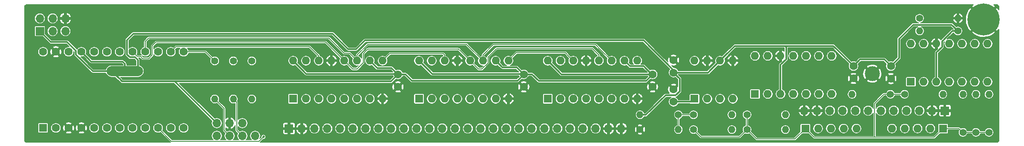
<source format=gtl>
G04 #@! TF.GenerationSoftware,KiCad,Pcbnew,5.1.10*
G04 #@! TF.CreationDate,2021-10-20T12:50:39+02:00*
G04 #@! TF.ProjectId,TH-XWhatsIt,54482d58-5768-4617-9473-49742e6b6963,0.1.3*
G04 #@! TF.SameCoordinates,Original*
G04 #@! TF.FileFunction,Copper,L1,Top*
G04 #@! TF.FilePolarity,Positive*
%FSLAX46Y46*%
G04 Gerber Fmt 4.6, Leading zero omitted, Abs format (unit mm)*
G04 Created by KiCad (PCBNEW 5.1.10) date 2021-10-20 12:50:39*
%MOMM*%
%LPD*%
G01*
G04 APERTURE LIST*
G04 #@! TA.AperFunction,EtchedComponent*
%ADD10C,0.100000*%
G04 #@! TD*
G04 #@! TA.AperFunction,ComponentPad*
%ADD11O,1.700000X1.700000*%
G04 #@! TD*
G04 #@! TA.AperFunction,ComponentPad*
%ADD12O,1.400000X1.400000*%
G04 #@! TD*
G04 #@! TA.AperFunction,ComponentPad*
%ADD13C,1.400000*%
G04 #@! TD*
G04 #@! TA.AperFunction,ComponentPad*
%ADD14C,3.000000*%
G04 #@! TD*
G04 #@! TA.AperFunction,ComponentPad*
%ADD15C,0.800000*%
G04 #@! TD*
G04 #@! TA.AperFunction,ComponentPad*
%ADD16C,6.400000*%
G04 #@! TD*
G04 #@! TA.AperFunction,ComponentPad*
%ADD17C,2.000000*%
G04 #@! TD*
G04 #@! TA.AperFunction,ComponentPad*
%ADD18C,1.600000*%
G04 #@! TD*
G04 #@! TA.AperFunction,ComponentPad*
%ADD19R,1.600000X1.600000*%
G04 #@! TD*
G04 #@! TA.AperFunction,ComponentPad*
%ADD20O,1.600000X1.600000*%
G04 #@! TD*
G04 #@! TA.AperFunction,ComponentPad*
%ADD21R,1.700000X1.700000*%
G04 #@! TD*
G04 #@! TA.AperFunction,ViaPad*
%ADD22C,0.508000*%
G04 #@! TD*
G04 #@! TA.AperFunction,Conductor*
%ADD23C,0.152400*%
G04 #@! TD*
G04 #@! TA.AperFunction,Conductor*
%ADD24C,0.304800*%
G04 #@! TD*
G04 #@! TA.AperFunction,Conductor*
%ADD25C,0.100000*%
G04 #@! TD*
G04 APERTURE END LIST*
D10*
G36*
X55020000Y-133366000D02*
G01*
X60220000Y-133366000D01*
X60220000Y-135366000D01*
X55020000Y-135366000D01*
X55020000Y-133366000D01*
G37*
D11*
X83512840Y-147301420D03*
X80972840Y-144761420D03*
X80972840Y-147301420D03*
X78432840Y-144761420D03*
X78432840Y-147301420D03*
X75892840Y-144761420D03*
X75892840Y-147301420D03*
D12*
X75483900Y-139947100D03*
D13*
X75483900Y-132327100D03*
D12*
X79174520Y-139947100D03*
D13*
X79174520Y-132327100D03*
D12*
X82865140Y-139947100D03*
D13*
X82865140Y-132327100D03*
D14*
X206180000Y-134890000D03*
D15*
X230000371Y-122318674D03*
X228303315Y-121615730D03*
X226606259Y-122318674D03*
X225903315Y-124015730D03*
X226606259Y-125712786D03*
X228303315Y-126415730D03*
X230000371Y-125712786D03*
X230703315Y-124015730D03*
D16*
X228303315Y-124015730D03*
D17*
X55020000Y-134366000D03*
X57620000Y-134366000D03*
X60220000Y-134366000D03*
D18*
X41367560Y-130492616D03*
X43907560Y-130492616D03*
X46447560Y-130492616D03*
X48987560Y-130492616D03*
X51527560Y-130492616D03*
X54067560Y-130492616D03*
X56607560Y-130492616D03*
X59147560Y-130492616D03*
X61687560Y-130492616D03*
X64227560Y-130492616D03*
X66767560Y-130492616D03*
X69307560Y-130492616D03*
X69307560Y-145732616D03*
X66767560Y-145732616D03*
X64227560Y-145732616D03*
X61687560Y-145732616D03*
X59147560Y-145732616D03*
X56607560Y-145732616D03*
X54067560Y-145732616D03*
X51527560Y-145732616D03*
X48987560Y-145732616D03*
X46447560Y-145732616D03*
X43907560Y-145732616D03*
D19*
X41367560Y-145732616D03*
D20*
X213868000Y-128880000D03*
X229108000Y-136500000D03*
X216408000Y-128880000D03*
X226568000Y-136500000D03*
X218948000Y-128880000D03*
X224028000Y-136500000D03*
X221488000Y-128880000D03*
X221488000Y-136500000D03*
X224028000Y-128880000D03*
X218948000Y-136500000D03*
X226568000Y-128880000D03*
X216408000Y-136500000D03*
X229108000Y-128880000D03*
D19*
X213868000Y-136500000D03*
D12*
X223220000Y-123800000D03*
D13*
X215600000Y-123800000D03*
D12*
X215600000Y-126340000D03*
D13*
X223220000Y-126340000D03*
D12*
X188920000Y-143100000D03*
D13*
X181300000Y-143100000D03*
D12*
X226800000Y-139000000D03*
D13*
X226800000Y-146620000D03*
D12*
X188920000Y-146050000D03*
D13*
X181300000Y-146050000D03*
D12*
X178280000Y-146050000D03*
D13*
X170660000Y-146050000D03*
D12*
X202180000Y-139000000D03*
D13*
X209800000Y-139000000D03*
D12*
X224200000Y-139000000D03*
D13*
X224200000Y-146620000D03*
D12*
X220220000Y-139000000D03*
D13*
X212600000Y-139000000D03*
D12*
X229400000Y-139000000D03*
D13*
X229400000Y-146620000D03*
D12*
X167640000Y-146050000D03*
D13*
X160020000Y-146050000D03*
D12*
X178280000Y-143100000D03*
D13*
X170660000Y-143100000D03*
D12*
X160020000Y-143100000D03*
D13*
X167640000Y-143100000D03*
D18*
X202460000Y-133340000D03*
X202460000Y-135840000D03*
D11*
X192682985Y-142279807D03*
X195222985Y-142279807D03*
X197762985Y-142279807D03*
X200302985Y-142279807D03*
X202842985Y-142279807D03*
X205382985Y-142279807D03*
X207922985Y-142279807D03*
X210462985Y-142279807D03*
X213002985Y-142279807D03*
X215542985Y-142279807D03*
X218082985Y-142279807D03*
D21*
X220622985Y-142279807D03*
D11*
X156289470Y-145851685D03*
X153749470Y-145851685D03*
X151209470Y-145851685D03*
X148669470Y-145851685D03*
X146129470Y-145851685D03*
X143589470Y-145851685D03*
X141049470Y-145851685D03*
X138509470Y-145851685D03*
X135969470Y-145851685D03*
X133429470Y-145851685D03*
X130889470Y-145851685D03*
X128349470Y-145851685D03*
X125809470Y-145851685D03*
X123269470Y-145851685D03*
X120729470Y-145851685D03*
X118189470Y-145851685D03*
X115649470Y-145851685D03*
X113109470Y-145851685D03*
X110569470Y-145851685D03*
X108029470Y-145851685D03*
X105489470Y-145851685D03*
X102949470Y-145851685D03*
X100409470Y-145851685D03*
X97869470Y-145851685D03*
X95329470Y-145851685D03*
X92789470Y-145851685D03*
D21*
X90249470Y-145851685D03*
D20*
X203041412Y-145851685D03*
X200501412Y-145851685D03*
X197961412Y-145851685D03*
X195421412Y-145851685D03*
D19*
X192881412Y-145851685D03*
D11*
X45812552Y-123825104D03*
X45812552Y-126365104D03*
X43272552Y-123825104D03*
X43272552Y-126365104D03*
X40732552Y-123825104D03*
D21*
X40732552Y-126365104D03*
D20*
X182880000Y-131318000D03*
X198120000Y-138938000D03*
X185420000Y-131318000D03*
X195580000Y-138938000D03*
X187960000Y-131318000D03*
X193040000Y-138938000D03*
X190500000Y-131318000D03*
X190500000Y-138938000D03*
X193040000Y-131318000D03*
X187960000Y-138938000D03*
X195580000Y-131318000D03*
X185420000Y-138938000D03*
X198120000Y-131318000D03*
D19*
X182880000Y-138938000D03*
D18*
X166687640Y-140493868D03*
X166687640Y-137993868D03*
X166687640Y-134659486D03*
X166687640Y-132159486D03*
D20*
X170854831Y-132278555D03*
X178474831Y-139898555D03*
X173394831Y-132278555D03*
X175934831Y-139898555D03*
X175934831Y-132278555D03*
X173394831Y-139898555D03*
X178474831Y-132278555D03*
D19*
X170854831Y-139898555D03*
D20*
X141684494Y-132278555D03*
X159464494Y-139898555D03*
X144224494Y-132278555D03*
X156924494Y-139898555D03*
X146764494Y-132278555D03*
X154384494Y-139898555D03*
X149304494Y-132278555D03*
X151844494Y-139898555D03*
X151844494Y-132278555D03*
X149304494Y-139898555D03*
X154384494Y-132278555D03*
X146764494Y-139898555D03*
X156924494Y-132278555D03*
X144224494Y-139898555D03*
X159464494Y-132278555D03*
D19*
X141684494Y-139898555D03*
D20*
X116086035Y-132278555D03*
X133866035Y-139898555D03*
X118626035Y-132278555D03*
X131326035Y-139898555D03*
X121166035Y-132278555D03*
X128786035Y-139898555D03*
X123706035Y-132278555D03*
X126246035Y-139898555D03*
X126246035Y-132278555D03*
X123706035Y-139898555D03*
X128786035Y-132278555D03*
X121166035Y-139898555D03*
X131326035Y-132278555D03*
X118626035Y-139898555D03*
X133866035Y-132278555D03*
D19*
X116086035Y-139898555D03*
D18*
X111918844Y-135017303D03*
X111918844Y-137517303D03*
X136921990Y-135017303D03*
X136921990Y-137517303D03*
X162520449Y-135017303D03*
X162520449Y-137517303D03*
X209890000Y-133360000D03*
X209890000Y-135860000D03*
D20*
X210105810Y-145851685D03*
X212645810Y-145851685D03*
X215185810Y-145851685D03*
X217725810Y-145851685D03*
D19*
X220265810Y-145851685D03*
D20*
X91082889Y-132278555D03*
X108862889Y-139898555D03*
X93622889Y-132278555D03*
X106322889Y-139898555D03*
X96162889Y-132278555D03*
X103782889Y-139898555D03*
X98702889Y-132278555D03*
X101242889Y-139898555D03*
X101242889Y-132278555D03*
X98702889Y-139898555D03*
X103782889Y-132278555D03*
X96162889Y-139898555D03*
X106322889Y-132278555D03*
X93622889Y-139898555D03*
X108862889Y-132278555D03*
D19*
X91082889Y-139898555D03*
D22*
X50150000Y-144660000D03*
X47740000Y-144820000D03*
X47710000Y-146460000D03*
X50350000Y-146450000D03*
X45550000Y-144310000D03*
X44700000Y-146870000D03*
X55330000Y-142340000D03*
X57850000Y-142510000D03*
X53510000Y-140740000D03*
X41630000Y-143650000D03*
X40860000Y-132140000D03*
X50170000Y-128250000D03*
X52450000Y-127570000D03*
X52530000Y-131840000D03*
X52530000Y-133040000D03*
X53590000Y-131750000D03*
X54400000Y-133050000D03*
X57110000Y-131770000D03*
X63940000Y-134020000D03*
X65490000Y-131500000D03*
X214884000Y-131572000D03*
X223520000Y-132080000D03*
X217424000Y-138684000D03*
X214376000Y-138430000D03*
X220980000Y-130556000D03*
X219710000Y-132334000D03*
X225298000Y-139954000D03*
X189992000Y-133096000D03*
X187210000Y-135760000D03*
X189420000Y-144470000D03*
X186980000Y-140360000D03*
X190270000Y-142450000D03*
X175390000Y-138610000D03*
X214370000Y-127340000D03*
X122080000Y-134120000D03*
X131100000Y-134060000D03*
X127420000Y-131680000D03*
X126390000Y-133930000D03*
X106230000Y-134210000D03*
X98320000Y-134060000D03*
X92550000Y-130000000D03*
X68090000Y-131090000D03*
X60460000Y-130770000D03*
X103310000Y-130580000D03*
X102540000Y-131750000D03*
X112980000Y-136500000D03*
X113070000Y-138500000D03*
X110830000Y-138590000D03*
X138090000Y-136430000D03*
X138140000Y-138520000D03*
X135860000Y-138620000D03*
X135370000Y-137050000D03*
X163610000Y-138550000D03*
X161490000Y-138570000D03*
X165750000Y-137150000D03*
X165250000Y-138050000D03*
X168090000Y-139240000D03*
X167730000Y-133130000D03*
X167800000Y-131180000D03*
X165640000Y-131050000D03*
X203610000Y-134870000D03*
X201400000Y-134790000D03*
X201380000Y-136880000D03*
X203550000Y-136820000D03*
X208760000Y-136900000D03*
X211030000Y-136970000D03*
X211050000Y-134790000D03*
X208720000Y-134720000D03*
X218980000Y-127380000D03*
X218400000Y-130210000D03*
X222230000Y-142290000D03*
X220630000Y-143780000D03*
X218070000Y-143800000D03*
X216810000Y-142290000D03*
X219350000Y-142280000D03*
X90230000Y-147360000D03*
X90250000Y-144300000D03*
X88670000Y-145840000D03*
X91520000Y-145860000D03*
X92800000Y-144370000D03*
X92730000Y-147410000D03*
X94060000Y-145850000D03*
X153740000Y-144440000D03*
X152480000Y-145830000D03*
X153740000Y-147250000D03*
X155020000Y-145840000D03*
X156300000Y-144430000D03*
X156280000Y-147270000D03*
X157620000Y-145850000D03*
X161090000Y-145130000D03*
X159030000Y-145010000D03*
X159040000Y-147020000D03*
X161050000Y-147000000D03*
X178490000Y-130920000D03*
X179930000Y-132270000D03*
X177210000Y-132270000D03*
X178500000Y-133710000D03*
X187560000Y-132630000D03*
X223190000Y-125090000D03*
X223270000Y-122500000D03*
X221800000Y-123710000D03*
X192660000Y-143820000D03*
X195240000Y-143830000D03*
X193950000Y-142250000D03*
X196490000Y-142280000D03*
X173320000Y-134000000D03*
X174680000Y-132270000D03*
X172110000Y-132280000D03*
X173400000Y-130930000D03*
X159450000Y-141430000D03*
X160920000Y-139880000D03*
X159450000Y-138440000D03*
X158190000Y-139860000D03*
X135330000Y-139920000D03*
X133870000Y-141320000D03*
X133880000Y-138450000D03*
X132590000Y-139880000D03*
X44950000Y-129490000D03*
X44940000Y-131470000D03*
X43310000Y-131880000D03*
X47420000Y-123830000D03*
X45770000Y-122280000D03*
X45820000Y-125100000D03*
X44550000Y-123840000D03*
X164360000Y-141110000D03*
X164360000Y-142402000D03*
X164360000Y-143694000D03*
X164360000Y-144986000D03*
X164360000Y-146278000D03*
X164360000Y-147570000D03*
X158410000Y-141370000D03*
X157990000Y-142440000D03*
X157610000Y-143560000D03*
X157250000Y-144450000D03*
X154940000Y-147280000D03*
X154890000Y-148120000D03*
X160430000Y-137250000D03*
X162610000Y-133200000D03*
X210350000Y-125660000D03*
X47580000Y-125690000D03*
X211490000Y-126260000D03*
X224340000Y-121530000D03*
X229640000Y-127640000D03*
X196180000Y-146980000D03*
X196700000Y-146420000D03*
X199240000Y-146430000D03*
X201870000Y-146540000D03*
X204370000Y-146620000D03*
X208910000Y-146710000D03*
X211400000Y-146730000D03*
X213890000Y-146700000D03*
X216440000Y-146540000D03*
X218310000Y-146960000D03*
X196170000Y-144750000D03*
X198760000Y-144770000D03*
X201830000Y-145390000D03*
X200840000Y-144550000D03*
X197380000Y-144680000D03*
X194840000Y-144670000D03*
X198970000Y-142820000D03*
X201570000Y-142810000D03*
X202060000Y-143370000D03*
X204630000Y-143380000D03*
X204110000Y-142700000D03*
X203460000Y-143480000D03*
X202630000Y-144510000D03*
X199870000Y-143580000D03*
X197330000Y-143530000D03*
X206060000Y-143530000D03*
X204440000Y-145530000D03*
X207350000Y-143540000D03*
X208860000Y-145440000D03*
X209730000Y-144660000D03*
X208640000Y-143470000D03*
X209890000Y-143510000D03*
X211380000Y-145420000D03*
X212310000Y-144600000D03*
X211140000Y-143460000D03*
X213410000Y-143540000D03*
X214510000Y-144730000D03*
X214320000Y-142700000D03*
X215640000Y-143930000D03*
X215790000Y-144690000D03*
X217100000Y-144690000D03*
X216040000Y-143540000D03*
X214600000Y-141410000D03*
X213420000Y-141090000D03*
X211950000Y-140870000D03*
X210160000Y-140920000D03*
X209210000Y-141820000D03*
X208250000Y-140930000D03*
X211030000Y-139720000D03*
X208750000Y-139700000D03*
X218360000Y-144720000D03*
X218600000Y-139580000D03*
X219890000Y-140080000D03*
X222340000Y-140050000D03*
X223540000Y-140390000D03*
X225980000Y-140380000D03*
X227270000Y-140680000D03*
X228810000Y-140180000D03*
X228350000Y-140670000D03*
X227440000Y-139990000D03*
X230010000Y-140080000D03*
X229780000Y-140860000D03*
X229060000Y-141620000D03*
X227730000Y-141800000D03*
X225890000Y-141800000D03*
X224030000Y-141790000D03*
X222570000Y-141770000D03*
X230070000Y-137900000D03*
X230450000Y-136500000D03*
X229760000Y-135220000D03*
X228470000Y-135360000D03*
X227860000Y-136720000D03*
X228270000Y-137410000D03*
X228760000Y-138010000D03*
X224650000Y-135230000D03*
X225320000Y-136060000D03*
X223650000Y-137680000D03*
X224590000Y-137670000D03*
X225580000Y-138650000D03*
X226570000Y-137790000D03*
X227820000Y-138370000D03*
X226920000Y-135230000D03*
X228420000Y-133710000D03*
X228520000Y-130120000D03*
X225840000Y-131990000D03*
X227170000Y-130160000D03*
X225900000Y-130160000D03*
X223630000Y-130140000D03*
X222120000Y-131670000D03*
X222490000Y-135510000D03*
X220870000Y-135000000D03*
X229840000Y-130220000D03*
X229810000Y-134050000D03*
X222220000Y-133630000D03*
X224420000Y-133540000D03*
X219590000Y-135120000D03*
X215730000Y-139680000D03*
X195870000Y-137570000D03*
X197450000Y-136100000D03*
X198850000Y-136060000D03*
X199800000Y-137070000D03*
X198130000Y-137350000D03*
X193160000Y-137550000D03*
X195970000Y-134680000D03*
X196260000Y-132650000D03*
X194980000Y-132480000D03*
X194930000Y-133770000D03*
X191470000Y-137260000D03*
X191460000Y-138100000D03*
X190360000Y-140230000D03*
X189710000Y-139900000D03*
X110460000Y-139900000D03*
X108840000Y-141410000D03*
X107570000Y-139890000D03*
X108880000Y-138470000D03*
X51520000Y-121290000D03*
X212220000Y-121300000D03*
X49530000Y-126920000D03*
X49840000Y-122570000D03*
X50510000Y-126910000D03*
X50540000Y-123280000D03*
X51480000Y-127550000D03*
X53420000Y-127580000D03*
X54390000Y-126260000D03*
X55300000Y-126760000D03*
X104490000Y-131170000D03*
X107790000Y-131000000D03*
X110660000Y-131610000D03*
X121780000Y-131170000D03*
X163120000Y-129150000D03*
X155400000Y-131140000D03*
X213070000Y-122280000D03*
X212110000Y-122960000D03*
X211350000Y-123630000D03*
X186260000Y-126160000D03*
X185880000Y-128750000D03*
X53750000Y-125220000D03*
X52640000Y-124460000D03*
X51670000Y-123740000D03*
X184120000Y-130610000D03*
X62180000Y-128620000D03*
X152450000Y-131160000D03*
X144950000Y-131240000D03*
X123310000Y-131080000D03*
X106550000Y-130670000D03*
X98690000Y-128980000D03*
X99440000Y-128230000D03*
X100660000Y-129440000D03*
X99890000Y-130190000D03*
X99170000Y-130940000D03*
X97970000Y-129720000D03*
X97450000Y-130260000D03*
X96630000Y-131030000D03*
X101520000Y-128580000D03*
X100300000Y-127420000D03*
X97900000Y-133260000D03*
X95210000Y-131490000D03*
X88340000Y-131600000D03*
X59560000Y-127490000D03*
X58660000Y-128420000D03*
X62680000Y-128250000D03*
X64080000Y-129080000D03*
X58360000Y-126870000D03*
X186120000Y-124320000D03*
X182670000Y-125640000D03*
X185050000Y-125020000D03*
X181360000Y-126320000D03*
X180410000Y-126940000D03*
X214440000Y-124180000D03*
X185940000Y-129970000D03*
X187270000Y-129920000D03*
X187260000Y-128760000D03*
X184900000Y-129920000D03*
X184260000Y-128740000D03*
X183420000Y-128740000D03*
X183410000Y-129920000D03*
X182360000Y-129930000D03*
X182230000Y-128710000D03*
X164690000Y-133000000D03*
X164710000Y-131350000D03*
X163360000Y-130030000D03*
X163350000Y-131690000D03*
X47520000Y-129020000D03*
X47010000Y-131650000D03*
X48480000Y-132440000D03*
X49140000Y-129280000D03*
X49740000Y-129530000D03*
X44920000Y-127980000D03*
X43810000Y-129120000D03*
X43490000Y-127960000D03*
X42050000Y-126830000D03*
X41920000Y-128400000D03*
X41930000Y-129420000D03*
X41790000Y-131640000D03*
X40670000Y-132750000D03*
X42650000Y-146150000D03*
X40930000Y-144440000D03*
X61320000Y-146930000D03*
X63010000Y-145340000D03*
X68100000Y-145290000D03*
X52480000Y-133730000D03*
X51020000Y-131600000D03*
X51530000Y-133050000D03*
X49660000Y-131980000D03*
X49690000Y-133700000D03*
X51880000Y-135140000D03*
X55050000Y-135800000D03*
X61250000Y-133310000D03*
X59550000Y-132270000D03*
X60800000Y-132280000D03*
X92380000Y-132660000D03*
X93280000Y-133550000D03*
X92320000Y-134370000D03*
X91550000Y-133540000D03*
X90810000Y-135800000D03*
X89320000Y-135790000D03*
X88790000Y-136980000D03*
X89820000Y-137000000D03*
X118200000Y-133470000D03*
X117440000Y-132740000D03*
X117310000Y-134360000D03*
X116570000Y-133590000D03*
X115930000Y-135690000D03*
X114720000Y-135450000D03*
X114820000Y-136870000D03*
X113880000Y-136310000D03*
X141460000Y-135740000D03*
X140120000Y-135670000D03*
X139390000Y-136660000D03*
X140400000Y-136930000D03*
X143740000Y-133460000D03*
X143030000Y-132780000D03*
X142190000Y-133610000D03*
X142890000Y-134320000D03*
X44580000Y-126800000D03*
X45360000Y-127580000D03*
X165200000Y-140070000D03*
X164250000Y-139090000D03*
X168540000Y-136400000D03*
X165810000Y-135500000D03*
X168520000Y-138000000D03*
X171950000Y-134090000D03*
X173110000Y-135240000D03*
X174160000Y-134860000D03*
X135120000Y-131940000D03*
X128290000Y-131040000D03*
X129440000Y-131200000D03*
X131460000Y-130630000D03*
X120260000Y-131390000D03*
X124980000Y-131870000D03*
X132510000Y-131780000D03*
X148040000Y-131900000D03*
X151020000Y-131260000D03*
X187390000Y-134500000D03*
X218590000Y-124530000D03*
X218590000Y-125670000D03*
X215210000Y-128310000D03*
X216610000Y-135200000D03*
X214260000Y-135240000D03*
X182250000Y-137610000D03*
X184800000Y-137710000D03*
X173770000Y-141170000D03*
X178220000Y-138610000D03*
X40290000Y-125070000D03*
X96750000Y-121290000D03*
X151150000Y-121290000D03*
X182740000Y-121290000D03*
X184170000Y-139910000D03*
X181530000Y-139920000D03*
X180460000Y-139920000D03*
X187990000Y-146690000D03*
X177280000Y-143920000D03*
X171830000Y-143420000D03*
X170930000Y-144290000D03*
X168270000Y-144160000D03*
X167000000Y-144170000D03*
X169620000Y-143640000D03*
X171810000Y-146410000D03*
X170970000Y-147200000D03*
X180110000Y-146330000D03*
X180960000Y-147200000D03*
X178860000Y-142120000D03*
X177770000Y-142060000D03*
X174720000Y-140370000D03*
X182380000Y-142540000D03*
X181850000Y-144170000D03*
X180720000Y-144110000D03*
X185840000Y-141690000D03*
X194230000Y-146400000D03*
X65460000Y-145230000D03*
X85440000Y-135790000D03*
X85460000Y-137010000D03*
X83550000Y-135800000D03*
X83540000Y-136980000D03*
X84090000Y-137280000D03*
X84060000Y-135100000D03*
X216460000Y-124520000D03*
X216700000Y-125680000D03*
X75480000Y-135810000D03*
X75480000Y-136990000D03*
X79190000Y-135810000D03*
X79190000Y-136980000D03*
X78300000Y-140650000D03*
X85200000Y-147500000D03*
D23*
X167640000Y-146050000D02*
X167640000Y-143100000D01*
X167640000Y-143100000D02*
X170660000Y-143100000D01*
X104989477Y-132704657D02*
X104989477Y-130918717D01*
X102909759Y-133945425D02*
X103748709Y-133945425D01*
X103748709Y-133945425D02*
X104989477Y-132704657D01*
X101242889Y-132278555D02*
X102909759Y-133945425D01*
X124378740Y-130411260D02*
X126246035Y-132278555D01*
X60067472Y-131412528D02*
X59147560Y-130492616D01*
X61200000Y-131880000D02*
X60732528Y-131412528D01*
X62380000Y-131880000D02*
X61200000Y-131880000D01*
X63076629Y-131183371D02*
X62380000Y-131880000D01*
X63076629Y-129296629D02*
X63076629Y-131183371D01*
X63825425Y-128547833D02*
X63076629Y-129296629D01*
X97512167Y-128547833D02*
X63825425Y-128547833D01*
X60732528Y-131412528D02*
X60067472Y-131412528D01*
X101242889Y-132278555D02*
X97512167Y-128547833D01*
X105956934Y-129951260D02*
X123918740Y-129951260D01*
X123918740Y-129951260D02*
X124378740Y-130411260D01*
X105659097Y-130249097D02*
X105956934Y-129951260D01*
X104989477Y-130918717D02*
X105659097Y-130249097D01*
X151844494Y-131147185D02*
X151844494Y-132278555D01*
X150543512Y-129846204D02*
X151844494Y-131147185D01*
X131496204Y-129846204D02*
X150543512Y-129846204D01*
X129814636Y-132718397D02*
X129814636Y-131527771D01*
X129814636Y-131527771D02*
X131496204Y-129846204D01*
X128587608Y-133945425D02*
X129814636Y-132718397D01*
X127912905Y-133945425D02*
X128587608Y-133945425D01*
X126246035Y-132278555D02*
X127912905Y-133945425D01*
X128786035Y-131147185D02*
X128786035Y-132278555D01*
X103782889Y-131147185D02*
X103782889Y-132278555D01*
X61687560Y-128412440D02*
X61687560Y-130492616D01*
X98160000Y-127730000D02*
X62370000Y-127730000D01*
X101207833Y-130777833D02*
X98160000Y-127730000D01*
X62370000Y-127730000D02*
X61687560Y-128412440D01*
X102282167Y-130777833D02*
X101207833Y-130777833D01*
X103782889Y-132278555D02*
X102282167Y-130777833D01*
X125507517Y-129000037D02*
X125813740Y-129306260D01*
X105930037Y-129000037D02*
X125507517Y-129000037D01*
X128786035Y-132278555D02*
X125813740Y-129306260D01*
X105930037Y-129000037D02*
X103782889Y-131147185D01*
X151162550Y-129056610D02*
X152202970Y-130097030D01*
X130876610Y-129056610D02*
X151162550Y-129056610D01*
X154384494Y-132278555D02*
X152202970Y-130097030D01*
X130876610Y-129056610D02*
X128786035Y-131147185D01*
X121166035Y-131147185D02*
X121166035Y-132278555D01*
X110305869Y-130835575D02*
X120854425Y-130835575D01*
X108862889Y-132278555D02*
X110305869Y-130835575D01*
X120854425Y-130835575D02*
X121166035Y-131147185D01*
X133866035Y-132278555D02*
X135466232Y-130678358D01*
X135466232Y-130678358D02*
X145164297Y-130678358D01*
X145964495Y-131478556D02*
X146764494Y-132278555D01*
X145164297Y-130678358D02*
X145964495Y-131478556D01*
X96162889Y-131322889D02*
X96162889Y-132278555D01*
X67796161Y-129464015D02*
X94304015Y-129464015D01*
X94304015Y-129464015D02*
X95750000Y-130910000D01*
X95750000Y-130910000D02*
X96162889Y-131322889D01*
X66767560Y-130492616D02*
X67796161Y-129464015D01*
X95637426Y-130797426D02*
X95750000Y-130910000D01*
D24*
X173553900Y-134659486D02*
X175934831Y-132278555D01*
X166687640Y-134659486D02*
X173553900Y-134659486D01*
X166687640Y-134659486D02*
X167918154Y-135890000D01*
X161200000Y-143100000D02*
X165108000Y-139192000D01*
X161200000Y-143100000D02*
X160020000Y-143100000D01*
X218948000Y-130652000D02*
X218948000Y-136500000D01*
X220060000Y-129540000D02*
X218948000Y-130652000D01*
X220060000Y-128400000D02*
X220190000Y-128270000D01*
X220060000Y-129540000D02*
X220060000Y-128400000D01*
X187960000Y-135420000D02*
X187960000Y-138938000D01*
X167124614Y-139192000D02*
X167082000Y-139192000D01*
X167918154Y-135890000D02*
X167918154Y-138398460D01*
X167918154Y-138398460D02*
X167124614Y-139192000D01*
X165108000Y-139192000D02*
X167082000Y-139192000D01*
X199093548Y-129973548D02*
X202460000Y-133340000D01*
X187960000Y-135420000D02*
X187960000Y-133100000D01*
X187960000Y-133100000D02*
X189064801Y-131995199D01*
X189064801Y-130375199D02*
X189064801Y-130045199D01*
X221980000Y-125100000D02*
X223220000Y-126340000D01*
X222120000Y-126340000D02*
X223220000Y-126340000D01*
X220060000Y-128400000D02*
X222120000Y-126340000D01*
X214400000Y-125100000D02*
X214300000Y-125100000D01*
X214400000Y-125100000D02*
X221980000Y-125100000D01*
X214300000Y-125100000D02*
X211500000Y-127900000D01*
X211500000Y-131750000D02*
X209890000Y-133360000D01*
X211500000Y-127900000D02*
X211500000Y-131750000D01*
X177716693Y-130496693D02*
X178883386Y-129330000D01*
X175934831Y-132278555D02*
X177716693Y-130496693D01*
X177716693Y-130496693D02*
X178239838Y-129973548D01*
X198450000Y-129330000D02*
X199093548Y-129973548D01*
X189064801Y-129505199D02*
X189240000Y-129330000D01*
X189240000Y-129330000D02*
X198450000Y-129330000D01*
X189064801Y-131995199D02*
X189064801Y-130665199D01*
X189064801Y-130665199D02*
X189064801Y-130375199D01*
X189064801Y-129534801D02*
X188860000Y-129330000D01*
X189064801Y-129664801D02*
X189064801Y-129534801D01*
X188860000Y-129330000D02*
X189240000Y-129330000D01*
X178883386Y-129330000D02*
X188860000Y-129330000D01*
X189064801Y-130665199D02*
X189064801Y-129664801D01*
X189064801Y-129664801D02*
X189064801Y-129505199D01*
X202460000Y-133340000D02*
X203770000Y-132030000D01*
X208560000Y-132030000D02*
X209890000Y-133360000D01*
X203770000Y-132030000D02*
X208560000Y-132030000D01*
X166687640Y-134659486D02*
X166687640Y-134187640D01*
X60220000Y-132520000D02*
X60220000Y-134366000D01*
X166687640Y-134187640D02*
X160700000Y-128200000D01*
X105390000Y-128200000D02*
X103630000Y-129960000D01*
X103630000Y-129960000D02*
X102003162Y-129960000D01*
X102003162Y-129960000D02*
X98913162Y-126870000D01*
X58042759Y-131022921D02*
X58617255Y-131597417D01*
X59320000Y-126870000D02*
X58042759Y-128147241D01*
X58042759Y-128147241D02*
X58042759Y-131022921D01*
X59687417Y-131597417D02*
X60220000Y-132130000D01*
X98913162Y-126870000D02*
X59320000Y-126870000D01*
X58617255Y-131597417D02*
X59687417Y-131597417D01*
X160700000Y-128200000D02*
X105390000Y-128200000D01*
X60220000Y-132130000D02*
X60220000Y-132520000D01*
D23*
X192881412Y-145851685D02*
X194629727Y-147600000D01*
X218517495Y-147600000D02*
X220265810Y-145851685D01*
X212600000Y-139000000D02*
X209800000Y-139000000D01*
X209800000Y-139000000D02*
X208500000Y-139000000D01*
X208500000Y-139000000D02*
X206650000Y-140850000D01*
X206650000Y-147450000D02*
X206800000Y-147600000D01*
X206650000Y-140850000D02*
X206650000Y-147450000D01*
X206800000Y-147600000D02*
X218517495Y-147600000D01*
X206500000Y-147600000D02*
X206650000Y-147450000D01*
X206450000Y-147600000D02*
X206500000Y-147600000D01*
X194629727Y-147600000D02*
X206450000Y-147600000D01*
X206450000Y-147600000D02*
X206800000Y-147600000D01*
X223431685Y-145851685D02*
X224200000Y-146620000D01*
X220265810Y-145851685D02*
X223431685Y-145851685D01*
X224200000Y-146620000D02*
X229400000Y-146620000D01*
X181300000Y-143100000D02*
X181300000Y-146050000D01*
X170660000Y-146050000D02*
X172160000Y-147550000D01*
X179800000Y-147550000D02*
X181300000Y-146050000D01*
X172160000Y-147550000D02*
X179800000Y-147550000D01*
X181300000Y-146050000D02*
X183200000Y-147950000D01*
X190783097Y-147950000D02*
X192881412Y-145851685D01*
X183200000Y-147950000D02*
X190783097Y-147950000D01*
X111918844Y-135731364D02*
X111918844Y-135017303D01*
X136921990Y-135731364D02*
X136921990Y-135017303D01*
X166681508Y-140500000D02*
X166687640Y-140493868D01*
X111747089Y-134845548D02*
X111918844Y-135017303D01*
X111918844Y-135017303D02*
X111046147Y-135890000D01*
X118824783Y-135017303D02*
X116086035Y-132278555D01*
D24*
X51225838Y-134366000D02*
X55020000Y-134366000D01*
X47882759Y-131022921D02*
X51225838Y-134366000D01*
X47882759Y-130292709D02*
X47882759Y-131022921D01*
X46141146Y-128551096D02*
X47882759Y-130292709D01*
X42918544Y-128551096D02*
X46141146Y-128551096D01*
X40732552Y-126365104D02*
X42918544Y-128551096D01*
X110792147Y-136144000D02*
X111918844Y-135017303D01*
X107799167Y-133754833D02*
X106322889Y-132278555D01*
X110656374Y-133754833D02*
X107799167Y-133754833D01*
X111918844Y-135017303D02*
X110656374Y-133754833D01*
X111823289Y-134921748D02*
X111918844Y-135017303D01*
X93726082Y-134921748D02*
X111823289Y-134921748D01*
X91082889Y-132278555D02*
X93726082Y-134921748D01*
X136826435Y-134921748D02*
X136921990Y-135017303D01*
X118729228Y-134921748D02*
X136826435Y-134921748D01*
X116086035Y-132278555D02*
X118729228Y-134921748D01*
X132651480Y-133604000D02*
X131326035Y-132278555D01*
X135508687Y-133604000D02*
X132651480Y-133604000D01*
X136921990Y-135017303D02*
X135508687Y-133604000D01*
X135672108Y-136267185D02*
X114677185Y-136267185D01*
X113427303Y-135017303D02*
X111918844Y-135017303D01*
X114677185Y-136267185D02*
X113427303Y-135017303D01*
X136921990Y-135017303D02*
X135672108Y-136267185D01*
X158029295Y-133383356D02*
X160748644Y-133383356D01*
X156924494Y-132278555D02*
X158029295Y-133383356D01*
X162382591Y-135017303D02*
X162520449Y-135017303D01*
X160748644Y-133383356D02*
X162382591Y-135017303D01*
X144423242Y-135017303D02*
X162520449Y-135017303D01*
X141684494Y-132278555D02*
X144423242Y-135017303D01*
X138573303Y-135017303D02*
X136921990Y-135017303D01*
X139882677Y-136326677D02*
X138573303Y-135017303D01*
X161211075Y-136326677D02*
X139882677Y-136326677D01*
X162520449Y-135017303D02*
X161211075Y-136326677D01*
X170259518Y-140493868D02*
X170854831Y-139898555D01*
X166687640Y-140493868D02*
X170259518Y-140493868D01*
X56732000Y-136078000D02*
X55020000Y-134366000D01*
X57054000Y-136400000D02*
X56732000Y-136078000D01*
X111918844Y-135017303D02*
X110536147Y-136400000D01*
X66870000Y-136400000D02*
X66770000Y-136400000D01*
X110536147Y-136400000D02*
X66770000Y-136400000D01*
X75892840Y-144761420D02*
X73892840Y-142761420D01*
X75892840Y-144761420D02*
X67531420Y-136400000D01*
X66400000Y-136400000D02*
X57054000Y-136400000D01*
X67531420Y-136400000D02*
X66400000Y-136400000D01*
X66770000Y-136400000D02*
X66400000Y-136400000D01*
D23*
X192087672Y-142875120D02*
X192682985Y-142279807D01*
D24*
X156487785Y-146050000D02*
X156289470Y-145851685D01*
X226889045Y-125630000D02*
X227503315Y-125015730D01*
X226287585Y-123800000D02*
X227503315Y-125015730D01*
X209870000Y-135840000D02*
X209890000Y-135860000D01*
D23*
X111244141Y-137517303D02*
X111918844Y-137517303D01*
X136247287Y-137517303D02*
X136921990Y-137517303D01*
X167081508Y-137600000D02*
X166687640Y-137993868D01*
X111740095Y-137160000D02*
X111792588Y-137212493D01*
D24*
X111561541Y-137160000D02*
X111918844Y-137517303D01*
X109537592Y-139898555D02*
X108862889Y-139898555D01*
X134540738Y-139898555D02*
X133866035Y-139898555D01*
X160139197Y-139898555D02*
X159464494Y-139898555D01*
X166211075Y-137517303D02*
X166687640Y-137993868D01*
X45812552Y-123825104D02*
X45692398Y-123825104D01*
X57179000Y-132461000D02*
X57620000Y-132902000D01*
X57620000Y-132902000D02*
X57620000Y-134366000D01*
X50955944Y-132461000D02*
X57179000Y-132461000D01*
X48987560Y-130492616D02*
X50955944Y-132461000D01*
D23*
X66874965Y-148380021D02*
X64227560Y-145732616D01*
X84319979Y-148380021D02*
X66874965Y-148380021D01*
X85200000Y-147500000D02*
X84319979Y-148380021D01*
X79174520Y-139947100D02*
X79874519Y-140647099D01*
X79874519Y-146203099D02*
X80972840Y-147301420D01*
X79874519Y-143974519D02*
X79874519Y-146203099D01*
X79874519Y-140647099D02*
X79874519Y-143974519D01*
X79874519Y-143974519D02*
X79874519Y-144203099D01*
X75483900Y-139947100D02*
X77354239Y-141817439D01*
X77354239Y-146222819D02*
X78432840Y-147301420D01*
X77354239Y-141817439D02*
X77354239Y-143554239D01*
X77354239Y-143554239D02*
X77354239Y-146222819D01*
X77354239Y-143554239D02*
X77354239Y-144222819D01*
X73649416Y-130492616D02*
X75483900Y-132327100D01*
X69307560Y-130492616D02*
X73649416Y-130492616D01*
X225957747Y-121418715D02*
X228303315Y-123764283D01*
X230648883Y-121418715D01*
X230356446Y-121102139D01*
X230969036Y-121102139D01*
X231047583Y-121109841D01*
X231111196Y-121129047D01*
X231169874Y-121160246D01*
X231221369Y-121202244D01*
X231263729Y-121253448D01*
X231295336Y-121311905D01*
X231314986Y-121375387D01*
X231323158Y-121453139D01*
X231323158Y-122071821D01*
X231311468Y-122049951D01*
X230900330Y-121670162D01*
X228554762Y-124015730D01*
X230900330Y-126361298D01*
X231311468Y-125981509D01*
X231323158Y-125959090D01*
X231323157Y-148220529D01*
X231315455Y-148299077D01*
X231296250Y-148362687D01*
X231265050Y-148421367D01*
X231223052Y-148472862D01*
X231171846Y-148515223D01*
X231113391Y-148546829D01*
X231049914Y-148566479D01*
X230972166Y-148574650D01*
X84556401Y-148574650D01*
X85149118Y-147981934D01*
X85152468Y-147982600D01*
X85247532Y-147982600D01*
X85340769Y-147964054D01*
X85428597Y-147927674D01*
X85507640Y-147874860D01*
X85574860Y-147807640D01*
X85627674Y-147728597D01*
X85664054Y-147640769D01*
X85682600Y-147547532D01*
X85682600Y-147452468D01*
X85664054Y-147359231D01*
X85627674Y-147271403D01*
X85574860Y-147192360D01*
X85507640Y-147125140D01*
X85428597Y-147072326D01*
X85340769Y-147035946D01*
X85247532Y-147017400D01*
X85152468Y-147017400D01*
X85059231Y-147035946D01*
X84971403Y-147072326D01*
X84892360Y-147125140D01*
X84825140Y-147192360D01*
X84772326Y-147271403D01*
X84735946Y-147359231D01*
X84717400Y-147452468D01*
X84717400Y-147547532D01*
X84718066Y-147550882D01*
X84477213Y-147791735D01*
X84549990Y-147616036D01*
X84591440Y-147407653D01*
X84591440Y-147195187D01*
X84549990Y-146986804D01*
X84468683Y-146790511D01*
X84409331Y-146701685D01*
X89021450Y-146701685D01*
X89028714Y-146775433D01*
X89050225Y-146846347D01*
X89085158Y-146911702D01*
X89132169Y-146968986D01*
X89189453Y-147015997D01*
X89254808Y-147050930D01*
X89325722Y-147072441D01*
X89399470Y-147079705D01*
X89977620Y-147077885D01*
X90071670Y-146983835D01*
X90071670Y-146029485D01*
X90427270Y-146029485D01*
X90427270Y-146983835D01*
X90521320Y-147077885D01*
X91099470Y-147079705D01*
X91173218Y-147072441D01*
X91244132Y-147050930D01*
X91309487Y-147015997D01*
X91366771Y-146968986D01*
X91413782Y-146911702D01*
X91448715Y-146846347D01*
X91470226Y-146775433D01*
X91477490Y-146701685D01*
X91475965Y-146217090D01*
X91618972Y-146217090D01*
X91712750Y-146438422D01*
X91847906Y-146637206D01*
X92019245Y-146805802D01*
X92220184Y-146937732D01*
X92424066Y-147022175D01*
X92611670Y-146969786D01*
X92611670Y-146029485D01*
X92967270Y-146029485D01*
X92967270Y-146969786D01*
X93154874Y-147022175D01*
X93358756Y-146937732D01*
X93559695Y-146805802D01*
X93731034Y-146637206D01*
X93866190Y-146438422D01*
X93959968Y-146217090D01*
X93908669Y-146029485D01*
X92967270Y-146029485D01*
X92611670Y-146029485D01*
X91670271Y-146029485D01*
X91618972Y-146217090D01*
X91475965Y-146217090D01*
X91475670Y-146123535D01*
X91381620Y-146029485D01*
X90427270Y-146029485D01*
X90071670Y-146029485D01*
X89117320Y-146029485D01*
X89023270Y-146123535D01*
X89021450Y-146701685D01*
X84409331Y-146701685D01*
X84350643Y-146613853D01*
X84200407Y-146463617D01*
X84023749Y-146345577D01*
X83827456Y-146264270D01*
X83619073Y-146222820D01*
X83406607Y-146222820D01*
X83198224Y-146264270D01*
X83001931Y-146345577D01*
X82825273Y-146463617D01*
X82675037Y-146613853D01*
X82556997Y-146790511D01*
X82475690Y-146986804D01*
X82434240Y-147195187D01*
X82434240Y-147407653D01*
X82475690Y-147616036D01*
X82556997Y-147812329D01*
X82675037Y-147988987D01*
X82761271Y-148075221D01*
X81724409Y-148075221D01*
X81810643Y-147988987D01*
X81928683Y-147812329D01*
X82009990Y-147616036D01*
X82051440Y-147407653D01*
X82051440Y-147195187D01*
X82009990Y-146986804D01*
X81928683Y-146790511D01*
X81810643Y-146613853D01*
X81660407Y-146463617D01*
X81483749Y-146345577D01*
X81287456Y-146264270D01*
X81079073Y-146222820D01*
X80866607Y-146222820D01*
X80658224Y-146264270D01*
X80461931Y-146345577D01*
X80453609Y-146351138D01*
X80179319Y-146076848D01*
X80179319Y-145493269D01*
X80285273Y-145599223D01*
X80461931Y-145717263D01*
X80658224Y-145798570D01*
X80866607Y-145840020D01*
X81079073Y-145840020D01*
X81287456Y-145798570D01*
X81415694Y-145745452D01*
X94250870Y-145745452D01*
X94250870Y-145957918D01*
X94292320Y-146166301D01*
X94373627Y-146362594D01*
X94491667Y-146539252D01*
X94641903Y-146689488D01*
X94818561Y-146807528D01*
X95014854Y-146888835D01*
X95223237Y-146930285D01*
X95435703Y-146930285D01*
X95644086Y-146888835D01*
X95840379Y-146807528D01*
X96017037Y-146689488D01*
X96167273Y-146539252D01*
X96285313Y-146362594D01*
X96366620Y-146166301D01*
X96408070Y-145957918D01*
X96408070Y-145745452D01*
X96790870Y-145745452D01*
X96790870Y-145957918D01*
X96832320Y-146166301D01*
X96913627Y-146362594D01*
X97031667Y-146539252D01*
X97181903Y-146689488D01*
X97358561Y-146807528D01*
X97554854Y-146888835D01*
X97763237Y-146930285D01*
X97975703Y-146930285D01*
X98184086Y-146888835D01*
X98380379Y-146807528D01*
X98557037Y-146689488D01*
X98707273Y-146539252D01*
X98825313Y-146362594D01*
X98906620Y-146166301D01*
X98948070Y-145957918D01*
X98948070Y-145745452D01*
X99330870Y-145745452D01*
X99330870Y-145957918D01*
X99372320Y-146166301D01*
X99453627Y-146362594D01*
X99571667Y-146539252D01*
X99721903Y-146689488D01*
X99898561Y-146807528D01*
X100094854Y-146888835D01*
X100303237Y-146930285D01*
X100515703Y-146930285D01*
X100724086Y-146888835D01*
X100920379Y-146807528D01*
X101097037Y-146689488D01*
X101247273Y-146539252D01*
X101365313Y-146362594D01*
X101446620Y-146166301D01*
X101488070Y-145957918D01*
X101488070Y-145745452D01*
X101870870Y-145745452D01*
X101870870Y-145957918D01*
X101912320Y-146166301D01*
X101993627Y-146362594D01*
X102111667Y-146539252D01*
X102261903Y-146689488D01*
X102438561Y-146807528D01*
X102634854Y-146888835D01*
X102843237Y-146930285D01*
X103055703Y-146930285D01*
X103264086Y-146888835D01*
X103460379Y-146807528D01*
X103637037Y-146689488D01*
X103787273Y-146539252D01*
X103905313Y-146362594D01*
X103986620Y-146166301D01*
X104028070Y-145957918D01*
X104028070Y-145745452D01*
X104410870Y-145745452D01*
X104410870Y-145957918D01*
X104452320Y-146166301D01*
X104533627Y-146362594D01*
X104651667Y-146539252D01*
X104801903Y-146689488D01*
X104978561Y-146807528D01*
X105174854Y-146888835D01*
X105383237Y-146930285D01*
X105595703Y-146930285D01*
X105804086Y-146888835D01*
X106000379Y-146807528D01*
X106177037Y-146689488D01*
X106327273Y-146539252D01*
X106445313Y-146362594D01*
X106526620Y-146166301D01*
X106568070Y-145957918D01*
X106568070Y-145745452D01*
X106950870Y-145745452D01*
X106950870Y-145957918D01*
X106992320Y-146166301D01*
X107073627Y-146362594D01*
X107191667Y-146539252D01*
X107341903Y-146689488D01*
X107518561Y-146807528D01*
X107714854Y-146888835D01*
X107923237Y-146930285D01*
X108135703Y-146930285D01*
X108344086Y-146888835D01*
X108540379Y-146807528D01*
X108717037Y-146689488D01*
X108867273Y-146539252D01*
X108985313Y-146362594D01*
X109066620Y-146166301D01*
X109108070Y-145957918D01*
X109108070Y-145745452D01*
X109490870Y-145745452D01*
X109490870Y-145957918D01*
X109532320Y-146166301D01*
X109613627Y-146362594D01*
X109731667Y-146539252D01*
X109881903Y-146689488D01*
X110058561Y-146807528D01*
X110254854Y-146888835D01*
X110463237Y-146930285D01*
X110675703Y-146930285D01*
X110884086Y-146888835D01*
X111080379Y-146807528D01*
X111257037Y-146689488D01*
X111407273Y-146539252D01*
X111525313Y-146362594D01*
X111606620Y-146166301D01*
X111648070Y-145957918D01*
X111648070Y-145745452D01*
X112030870Y-145745452D01*
X112030870Y-145957918D01*
X112072320Y-146166301D01*
X112153627Y-146362594D01*
X112271667Y-146539252D01*
X112421903Y-146689488D01*
X112598561Y-146807528D01*
X112794854Y-146888835D01*
X113003237Y-146930285D01*
X113215703Y-146930285D01*
X113424086Y-146888835D01*
X113620379Y-146807528D01*
X113797037Y-146689488D01*
X113947273Y-146539252D01*
X114065313Y-146362594D01*
X114146620Y-146166301D01*
X114188070Y-145957918D01*
X114188070Y-145745452D01*
X114570870Y-145745452D01*
X114570870Y-145957918D01*
X114612320Y-146166301D01*
X114693627Y-146362594D01*
X114811667Y-146539252D01*
X114961903Y-146689488D01*
X115138561Y-146807528D01*
X115334854Y-146888835D01*
X115543237Y-146930285D01*
X115755703Y-146930285D01*
X115964086Y-146888835D01*
X116160379Y-146807528D01*
X116337037Y-146689488D01*
X116487273Y-146539252D01*
X116605313Y-146362594D01*
X116686620Y-146166301D01*
X116728070Y-145957918D01*
X116728070Y-145745452D01*
X117110870Y-145745452D01*
X117110870Y-145957918D01*
X117152320Y-146166301D01*
X117233627Y-146362594D01*
X117351667Y-146539252D01*
X117501903Y-146689488D01*
X117678561Y-146807528D01*
X117874854Y-146888835D01*
X118083237Y-146930285D01*
X118295703Y-146930285D01*
X118504086Y-146888835D01*
X118700379Y-146807528D01*
X118877037Y-146689488D01*
X119027273Y-146539252D01*
X119145313Y-146362594D01*
X119226620Y-146166301D01*
X119268070Y-145957918D01*
X119268070Y-145745452D01*
X119650870Y-145745452D01*
X119650870Y-145957918D01*
X119692320Y-146166301D01*
X119773627Y-146362594D01*
X119891667Y-146539252D01*
X120041903Y-146689488D01*
X120218561Y-146807528D01*
X120414854Y-146888835D01*
X120623237Y-146930285D01*
X120835703Y-146930285D01*
X121044086Y-146888835D01*
X121240379Y-146807528D01*
X121417037Y-146689488D01*
X121567273Y-146539252D01*
X121685313Y-146362594D01*
X121766620Y-146166301D01*
X121808070Y-145957918D01*
X121808070Y-145745452D01*
X122190870Y-145745452D01*
X122190870Y-145957918D01*
X122232320Y-146166301D01*
X122313627Y-146362594D01*
X122431667Y-146539252D01*
X122581903Y-146689488D01*
X122758561Y-146807528D01*
X122954854Y-146888835D01*
X123163237Y-146930285D01*
X123375703Y-146930285D01*
X123584086Y-146888835D01*
X123780379Y-146807528D01*
X123957037Y-146689488D01*
X124107273Y-146539252D01*
X124225313Y-146362594D01*
X124306620Y-146166301D01*
X124348070Y-145957918D01*
X124348070Y-145745452D01*
X124730870Y-145745452D01*
X124730870Y-145957918D01*
X124772320Y-146166301D01*
X124853627Y-146362594D01*
X124971667Y-146539252D01*
X125121903Y-146689488D01*
X125298561Y-146807528D01*
X125494854Y-146888835D01*
X125703237Y-146930285D01*
X125915703Y-146930285D01*
X126124086Y-146888835D01*
X126320379Y-146807528D01*
X126497037Y-146689488D01*
X126647273Y-146539252D01*
X126765313Y-146362594D01*
X126846620Y-146166301D01*
X126888070Y-145957918D01*
X126888070Y-145745452D01*
X127270870Y-145745452D01*
X127270870Y-145957918D01*
X127312320Y-146166301D01*
X127393627Y-146362594D01*
X127511667Y-146539252D01*
X127661903Y-146689488D01*
X127838561Y-146807528D01*
X128034854Y-146888835D01*
X128243237Y-146930285D01*
X128455703Y-146930285D01*
X128664086Y-146888835D01*
X128860379Y-146807528D01*
X129037037Y-146689488D01*
X129187273Y-146539252D01*
X129305313Y-146362594D01*
X129386620Y-146166301D01*
X129428070Y-145957918D01*
X129428070Y-145745452D01*
X129810870Y-145745452D01*
X129810870Y-145957918D01*
X129852320Y-146166301D01*
X129933627Y-146362594D01*
X130051667Y-146539252D01*
X130201903Y-146689488D01*
X130378561Y-146807528D01*
X130574854Y-146888835D01*
X130783237Y-146930285D01*
X130995703Y-146930285D01*
X131204086Y-146888835D01*
X131400379Y-146807528D01*
X131577037Y-146689488D01*
X131727273Y-146539252D01*
X131845313Y-146362594D01*
X131926620Y-146166301D01*
X131968070Y-145957918D01*
X131968070Y-145745452D01*
X132350870Y-145745452D01*
X132350870Y-145957918D01*
X132392320Y-146166301D01*
X132473627Y-146362594D01*
X132591667Y-146539252D01*
X132741903Y-146689488D01*
X132918561Y-146807528D01*
X133114854Y-146888835D01*
X133323237Y-146930285D01*
X133535703Y-146930285D01*
X133744086Y-146888835D01*
X133940379Y-146807528D01*
X134117037Y-146689488D01*
X134267273Y-146539252D01*
X134385313Y-146362594D01*
X134466620Y-146166301D01*
X134508070Y-145957918D01*
X134508070Y-145745452D01*
X134890870Y-145745452D01*
X134890870Y-145957918D01*
X134932320Y-146166301D01*
X135013627Y-146362594D01*
X135131667Y-146539252D01*
X135281903Y-146689488D01*
X135458561Y-146807528D01*
X135654854Y-146888835D01*
X135863237Y-146930285D01*
X136075703Y-146930285D01*
X136284086Y-146888835D01*
X136480379Y-146807528D01*
X136657037Y-146689488D01*
X136807273Y-146539252D01*
X136925313Y-146362594D01*
X137006620Y-146166301D01*
X137048070Y-145957918D01*
X137048070Y-145745452D01*
X137430870Y-145745452D01*
X137430870Y-145957918D01*
X137472320Y-146166301D01*
X137553627Y-146362594D01*
X137671667Y-146539252D01*
X137821903Y-146689488D01*
X137998561Y-146807528D01*
X138194854Y-146888835D01*
X138403237Y-146930285D01*
X138615703Y-146930285D01*
X138824086Y-146888835D01*
X139020379Y-146807528D01*
X139197037Y-146689488D01*
X139347273Y-146539252D01*
X139465313Y-146362594D01*
X139546620Y-146166301D01*
X139588070Y-145957918D01*
X139588070Y-145745452D01*
X139970870Y-145745452D01*
X139970870Y-145957918D01*
X140012320Y-146166301D01*
X140093627Y-146362594D01*
X140211667Y-146539252D01*
X140361903Y-146689488D01*
X140538561Y-146807528D01*
X140734854Y-146888835D01*
X140943237Y-146930285D01*
X141155703Y-146930285D01*
X141364086Y-146888835D01*
X141560379Y-146807528D01*
X141737037Y-146689488D01*
X141887273Y-146539252D01*
X142005313Y-146362594D01*
X142086620Y-146166301D01*
X142128070Y-145957918D01*
X142128070Y-145745452D01*
X142510870Y-145745452D01*
X142510870Y-145957918D01*
X142552320Y-146166301D01*
X142633627Y-146362594D01*
X142751667Y-146539252D01*
X142901903Y-146689488D01*
X143078561Y-146807528D01*
X143274854Y-146888835D01*
X143483237Y-146930285D01*
X143695703Y-146930285D01*
X143904086Y-146888835D01*
X144100379Y-146807528D01*
X144277037Y-146689488D01*
X144427273Y-146539252D01*
X144545313Y-146362594D01*
X144626620Y-146166301D01*
X144668070Y-145957918D01*
X144668070Y-145745452D01*
X145050870Y-145745452D01*
X145050870Y-145957918D01*
X145092320Y-146166301D01*
X145173627Y-146362594D01*
X145291667Y-146539252D01*
X145441903Y-146689488D01*
X145618561Y-146807528D01*
X145814854Y-146888835D01*
X146023237Y-146930285D01*
X146235703Y-146930285D01*
X146444086Y-146888835D01*
X146640379Y-146807528D01*
X146817037Y-146689488D01*
X146967273Y-146539252D01*
X147085313Y-146362594D01*
X147166620Y-146166301D01*
X147208070Y-145957918D01*
X147208070Y-145745452D01*
X147590870Y-145745452D01*
X147590870Y-145957918D01*
X147632320Y-146166301D01*
X147713627Y-146362594D01*
X147831667Y-146539252D01*
X147981903Y-146689488D01*
X148158561Y-146807528D01*
X148354854Y-146888835D01*
X148563237Y-146930285D01*
X148775703Y-146930285D01*
X148984086Y-146888835D01*
X149180379Y-146807528D01*
X149357037Y-146689488D01*
X149507273Y-146539252D01*
X149625313Y-146362594D01*
X149706620Y-146166301D01*
X149748070Y-145957918D01*
X149748070Y-145745452D01*
X150130870Y-145745452D01*
X150130870Y-145957918D01*
X150172320Y-146166301D01*
X150253627Y-146362594D01*
X150371667Y-146539252D01*
X150521903Y-146689488D01*
X150698561Y-146807528D01*
X150894854Y-146888835D01*
X151103237Y-146930285D01*
X151315703Y-146930285D01*
X151524086Y-146888835D01*
X151720379Y-146807528D01*
X151897037Y-146689488D01*
X152047273Y-146539252D01*
X152165313Y-146362594D01*
X152225582Y-146217090D01*
X152578972Y-146217090D01*
X152672750Y-146438422D01*
X152807906Y-146637206D01*
X152979245Y-146805802D01*
X153180184Y-146937732D01*
X153384066Y-147022175D01*
X153571670Y-146969786D01*
X153571670Y-146029485D01*
X153927270Y-146029485D01*
X153927270Y-146969786D01*
X154114874Y-147022175D01*
X154318756Y-146937732D01*
X154519695Y-146805802D01*
X154691034Y-146637206D01*
X154826190Y-146438422D01*
X154919968Y-146217090D01*
X155118972Y-146217090D01*
X155212750Y-146438422D01*
X155347906Y-146637206D01*
X155519245Y-146805802D01*
X155720184Y-146937732D01*
X155924066Y-147022175D01*
X156111670Y-146969786D01*
X156111670Y-146029485D01*
X156467270Y-146029485D01*
X156467270Y-146969786D01*
X156654874Y-147022175D01*
X156858756Y-146937732D01*
X156973374Y-146862477D01*
X159458970Y-146862477D01*
X159536859Y-147017478D01*
X159734888Y-147093144D01*
X159943874Y-147128723D01*
X160155785Y-147122847D01*
X160362478Y-147075743D01*
X160503141Y-147017478D01*
X160581030Y-146862477D01*
X160020000Y-146301447D01*
X159458970Y-146862477D01*
X156973374Y-146862477D01*
X157059695Y-146805802D01*
X157231034Y-146637206D01*
X157366190Y-146438422D01*
X157459968Y-146217090D01*
X157408669Y-146029485D01*
X156467270Y-146029485D01*
X156111670Y-146029485D01*
X155170271Y-146029485D01*
X155118972Y-146217090D01*
X154919968Y-146217090D01*
X154868669Y-146029485D01*
X153927270Y-146029485D01*
X153571670Y-146029485D01*
X152630271Y-146029485D01*
X152578972Y-146217090D01*
X152225582Y-146217090D01*
X152246620Y-146166301D01*
X152284896Y-145973874D01*
X158941277Y-145973874D01*
X158947153Y-146185785D01*
X158994257Y-146392478D01*
X159052522Y-146533141D01*
X159207523Y-146611030D01*
X159768553Y-146050000D01*
X160271447Y-146050000D01*
X160832477Y-146611030D01*
X160987478Y-146533141D01*
X161063144Y-146335112D01*
X161098723Y-146126126D01*
X161092847Y-145914215D01*
X161045743Y-145707522D01*
X160987478Y-145566859D01*
X160832477Y-145488970D01*
X160271447Y-146050000D01*
X159768553Y-146050000D01*
X159207523Y-145488970D01*
X159052522Y-145566859D01*
X158976856Y-145764888D01*
X158941277Y-145973874D01*
X152284896Y-145973874D01*
X152288070Y-145957918D01*
X152288070Y-145745452D01*
X152246620Y-145537069D01*
X152225583Y-145486280D01*
X152578972Y-145486280D01*
X152630271Y-145673885D01*
X153571670Y-145673885D01*
X153571670Y-144733584D01*
X153927270Y-144733584D01*
X153927270Y-145673885D01*
X154868669Y-145673885D01*
X154919968Y-145486280D01*
X155118972Y-145486280D01*
X155170271Y-145673885D01*
X156111670Y-145673885D01*
X156111670Y-144733584D01*
X156467270Y-144733584D01*
X156467270Y-145673885D01*
X157408669Y-145673885D01*
X157459968Y-145486280D01*
X157366190Y-145264948D01*
X157347544Y-145237523D01*
X159458970Y-145237523D01*
X160020000Y-145798553D01*
X160581030Y-145237523D01*
X160503141Y-145082522D01*
X160305112Y-145006856D01*
X160096126Y-144971277D01*
X159884215Y-144977153D01*
X159677522Y-145024257D01*
X159536859Y-145082522D01*
X159458970Y-145237523D01*
X157347544Y-145237523D01*
X157231034Y-145066164D01*
X157059695Y-144897568D01*
X156858756Y-144765638D01*
X156654874Y-144681195D01*
X156467270Y-144733584D01*
X156111670Y-144733584D01*
X155924066Y-144681195D01*
X155720184Y-144765638D01*
X155519245Y-144897568D01*
X155347906Y-145066164D01*
X155212750Y-145264948D01*
X155118972Y-145486280D01*
X154919968Y-145486280D01*
X154826190Y-145264948D01*
X154691034Y-145066164D01*
X154519695Y-144897568D01*
X154318756Y-144765638D01*
X154114874Y-144681195D01*
X153927270Y-144733584D01*
X153571670Y-144733584D01*
X153384066Y-144681195D01*
X153180184Y-144765638D01*
X152979245Y-144897568D01*
X152807906Y-145066164D01*
X152672750Y-145264948D01*
X152578972Y-145486280D01*
X152225583Y-145486280D01*
X152165313Y-145340776D01*
X152047273Y-145164118D01*
X151897037Y-145013882D01*
X151720379Y-144895842D01*
X151524086Y-144814535D01*
X151315703Y-144773085D01*
X151103237Y-144773085D01*
X150894854Y-144814535D01*
X150698561Y-144895842D01*
X150521903Y-145013882D01*
X150371667Y-145164118D01*
X150253627Y-145340776D01*
X150172320Y-145537069D01*
X150130870Y-145745452D01*
X149748070Y-145745452D01*
X149706620Y-145537069D01*
X149625313Y-145340776D01*
X149507273Y-145164118D01*
X149357037Y-145013882D01*
X149180379Y-144895842D01*
X148984086Y-144814535D01*
X148775703Y-144773085D01*
X148563237Y-144773085D01*
X148354854Y-144814535D01*
X148158561Y-144895842D01*
X147981903Y-145013882D01*
X147831667Y-145164118D01*
X147713627Y-145340776D01*
X147632320Y-145537069D01*
X147590870Y-145745452D01*
X147208070Y-145745452D01*
X147166620Y-145537069D01*
X147085313Y-145340776D01*
X146967273Y-145164118D01*
X146817037Y-145013882D01*
X146640379Y-144895842D01*
X146444086Y-144814535D01*
X146235703Y-144773085D01*
X146023237Y-144773085D01*
X145814854Y-144814535D01*
X145618561Y-144895842D01*
X145441903Y-145013882D01*
X145291667Y-145164118D01*
X145173627Y-145340776D01*
X145092320Y-145537069D01*
X145050870Y-145745452D01*
X144668070Y-145745452D01*
X144626620Y-145537069D01*
X144545313Y-145340776D01*
X144427273Y-145164118D01*
X144277037Y-145013882D01*
X144100379Y-144895842D01*
X143904086Y-144814535D01*
X143695703Y-144773085D01*
X143483237Y-144773085D01*
X143274854Y-144814535D01*
X143078561Y-144895842D01*
X142901903Y-145013882D01*
X142751667Y-145164118D01*
X142633627Y-145340776D01*
X142552320Y-145537069D01*
X142510870Y-145745452D01*
X142128070Y-145745452D01*
X142086620Y-145537069D01*
X142005313Y-145340776D01*
X141887273Y-145164118D01*
X141737037Y-145013882D01*
X141560379Y-144895842D01*
X141364086Y-144814535D01*
X141155703Y-144773085D01*
X140943237Y-144773085D01*
X140734854Y-144814535D01*
X140538561Y-144895842D01*
X140361903Y-145013882D01*
X140211667Y-145164118D01*
X140093627Y-145340776D01*
X140012320Y-145537069D01*
X139970870Y-145745452D01*
X139588070Y-145745452D01*
X139546620Y-145537069D01*
X139465313Y-145340776D01*
X139347273Y-145164118D01*
X139197037Y-145013882D01*
X139020379Y-144895842D01*
X138824086Y-144814535D01*
X138615703Y-144773085D01*
X138403237Y-144773085D01*
X138194854Y-144814535D01*
X137998561Y-144895842D01*
X137821903Y-145013882D01*
X137671667Y-145164118D01*
X137553627Y-145340776D01*
X137472320Y-145537069D01*
X137430870Y-145745452D01*
X137048070Y-145745452D01*
X137006620Y-145537069D01*
X136925313Y-145340776D01*
X136807273Y-145164118D01*
X136657037Y-145013882D01*
X136480379Y-144895842D01*
X136284086Y-144814535D01*
X136075703Y-144773085D01*
X135863237Y-144773085D01*
X135654854Y-144814535D01*
X135458561Y-144895842D01*
X135281903Y-145013882D01*
X135131667Y-145164118D01*
X135013627Y-145340776D01*
X134932320Y-145537069D01*
X134890870Y-145745452D01*
X134508070Y-145745452D01*
X134466620Y-145537069D01*
X134385313Y-145340776D01*
X134267273Y-145164118D01*
X134117037Y-145013882D01*
X133940379Y-144895842D01*
X133744086Y-144814535D01*
X133535703Y-144773085D01*
X133323237Y-144773085D01*
X133114854Y-144814535D01*
X132918561Y-144895842D01*
X132741903Y-145013882D01*
X132591667Y-145164118D01*
X132473627Y-145340776D01*
X132392320Y-145537069D01*
X132350870Y-145745452D01*
X131968070Y-145745452D01*
X131926620Y-145537069D01*
X131845313Y-145340776D01*
X131727273Y-145164118D01*
X131577037Y-145013882D01*
X131400379Y-144895842D01*
X131204086Y-144814535D01*
X130995703Y-144773085D01*
X130783237Y-144773085D01*
X130574854Y-144814535D01*
X130378561Y-144895842D01*
X130201903Y-145013882D01*
X130051667Y-145164118D01*
X129933627Y-145340776D01*
X129852320Y-145537069D01*
X129810870Y-145745452D01*
X129428070Y-145745452D01*
X129386620Y-145537069D01*
X129305313Y-145340776D01*
X129187273Y-145164118D01*
X129037037Y-145013882D01*
X128860379Y-144895842D01*
X128664086Y-144814535D01*
X128455703Y-144773085D01*
X128243237Y-144773085D01*
X128034854Y-144814535D01*
X127838561Y-144895842D01*
X127661903Y-145013882D01*
X127511667Y-145164118D01*
X127393627Y-145340776D01*
X127312320Y-145537069D01*
X127270870Y-145745452D01*
X126888070Y-145745452D01*
X126846620Y-145537069D01*
X126765313Y-145340776D01*
X126647273Y-145164118D01*
X126497037Y-145013882D01*
X126320379Y-144895842D01*
X126124086Y-144814535D01*
X125915703Y-144773085D01*
X125703237Y-144773085D01*
X125494854Y-144814535D01*
X125298561Y-144895842D01*
X125121903Y-145013882D01*
X124971667Y-145164118D01*
X124853627Y-145340776D01*
X124772320Y-145537069D01*
X124730870Y-145745452D01*
X124348070Y-145745452D01*
X124306620Y-145537069D01*
X124225313Y-145340776D01*
X124107273Y-145164118D01*
X123957037Y-145013882D01*
X123780379Y-144895842D01*
X123584086Y-144814535D01*
X123375703Y-144773085D01*
X123163237Y-144773085D01*
X122954854Y-144814535D01*
X122758561Y-144895842D01*
X122581903Y-145013882D01*
X122431667Y-145164118D01*
X122313627Y-145340776D01*
X122232320Y-145537069D01*
X122190870Y-145745452D01*
X121808070Y-145745452D01*
X121766620Y-145537069D01*
X121685313Y-145340776D01*
X121567273Y-145164118D01*
X121417037Y-145013882D01*
X121240379Y-144895842D01*
X121044086Y-144814535D01*
X120835703Y-144773085D01*
X120623237Y-144773085D01*
X120414854Y-144814535D01*
X120218561Y-144895842D01*
X120041903Y-145013882D01*
X119891667Y-145164118D01*
X119773627Y-145340776D01*
X119692320Y-145537069D01*
X119650870Y-145745452D01*
X119268070Y-145745452D01*
X119226620Y-145537069D01*
X119145313Y-145340776D01*
X119027273Y-145164118D01*
X118877037Y-145013882D01*
X118700379Y-144895842D01*
X118504086Y-144814535D01*
X118295703Y-144773085D01*
X118083237Y-144773085D01*
X117874854Y-144814535D01*
X117678561Y-144895842D01*
X117501903Y-145013882D01*
X117351667Y-145164118D01*
X117233627Y-145340776D01*
X117152320Y-145537069D01*
X117110870Y-145745452D01*
X116728070Y-145745452D01*
X116686620Y-145537069D01*
X116605313Y-145340776D01*
X116487273Y-145164118D01*
X116337037Y-145013882D01*
X116160379Y-144895842D01*
X115964086Y-144814535D01*
X115755703Y-144773085D01*
X115543237Y-144773085D01*
X115334854Y-144814535D01*
X115138561Y-144895842D01*
X114961903Y-145013882D01*
X114811667Y-145164118D01*
X114693627Y-145340776D01*
X114612320Y-145537069D01*
X114570870Y-145745452D01*
X114188070Y-145745452D01*
X114146620Y-145537069D01*
X114065313Y-145340776D01*
X113947273Y-145164118D01*
X113797037Y-145013882D01*
X113620379Y-144895842D01*
X113424086Y-144814535D01*
X113215703Y-144773085D01*
X113003237Y-144773085D01*
X112794854Y-144814535D01*
X112598561Y-144895842D01*
X112421903Y-145013882D01*
X112271667Y-145164118D01*
X112153627Y-145340776D01*
X112072320Y-145537069D01*
X112030870Y-145745452D01*
X111648070Y-145745452D01*
X111606620Y-145537069D01*
X111525313Y-145340776D01*
X111407273Y-145164118D01*
X111257037Y-145013882D01*
X111080379Y-144895842D01*
X110884086Y-144814535D01*
X110675703Y-144773085D01*
X110463237Y-144773085D01*
X110254854Y-144814535D01*
X110058561Y-144895842D01*
X109881903Y-145013882D01*
X109731667Y-145164118D01*
X109613627Y-145340776D01*
X109532320Y-145537069D01*
X109490870Y-145745452D01*
X109108070Y-145745452D01*
X109066620Y-145537069D01*
X108985313Y-145340776D01*
X108867273Y-145164118D01*
X108717037Y-145013882D01*
X108540379Y-144895842D01*
X108344086Y-144814535D01*
X108135703Y-144773085D01*
X107923237Y-144773085D01*
X107714854Y-144814535D01*
X107518561Y-144895842D01*
X107341903Y-145013882D01*
X107191667Y-145164118D01*
X107073627Y-145340776D01*
X106992320Y-145537069D01*
X106950870Y-145745452D01*
X106568070Y-145745452D01*
X106526620Y-145537069D01*
X106445313Y-145340776D01*
X106327273Y-145164118D01*
X106177037Y-145013882D01*
X106000379Y-144895842D01*
X105804086Y-144814535D01*
X105595703Y-144773085D01*
X105383237Y-144773085D01*
X105174854Y-144814535D01*
X104978561Y-144895842D01*
X104801903Y-145013882D01*
X104651667Y-145164118D01*
X104533627Y-145340776D01*
X104452320Y-145537069D01*
X104410870Y-145745452D01*
X104028070Y-145745452D01*
X103986620Y-145537069D01*
X103905313Y-145340776D01*
X103787273Y-145164118D01*
X103637037Y-145013882D01*
X103460379Y-144895842D01*
X103264086Y-144814535D01*
X103055703Y-144773085D01*
X102843237Y-144773085D01*
X102634854Y-144814535D01*
X102438561Y-144895842D01*
X102261903Y-145013882D01*
X102111667Y-145164118D01*
X101993627Y-145340776D01*
X101912320Y-145537069D01*
X101870870Y-145745452D01*
X101488070Y-145745452D01*
X101446620Y-145537069D01*
X101365313Y-145340776D01*
X101247273Y-145164118D01*
X101097037Y-145013882D01*
X100920379Y-144895842D01*
X100724086Y-144814535D01*
X100515703Y-144773085D01*
X100303237Y-144773085D01*
X100094854Y-144814535D01*
X99898561Y-144895842D01*
X99721903Y-145013882D01*
X99571667Y-145164118D01*
X99453627Y-145340776D01*
X99372320Y-145537069D01*
X99330870Y-145745452D01*
X98948070Y-145745452D01*
X98906620Y-145537069D01*
X98825313Y-145340776D01*
X98707273Y-145164118D01*
X98557037Y-145013882D01*
X98380379Y-144895842D01*
X98184086Y-144814535D01*
X97975703Y-144773085D01*
X97763237Y-144773085D01*
X97554854Y-144814535D01*
X97358561Y-144895842D01*
X97181903Y-145013882D01*
X97031667Y-145164118D01*
X96913627Y-145340776D01*
X96832320Y-145537069D01*
X96790870Y-145745452D01*
X96408070Y-145745452D01*
X96366620Y-145537069D01*
X96285313Y-145340776D01*
X96167273Y-145164118D01*
X96017037Y-145013882D01*
X95840379Y-144895842D01*
X95644086Y-144814535D01*
X95435703Y-144773085D01*
X95223237Y-144773085D01*
X95014854Y-144814535D01*
X94818561Y-144895842D01*
X94641903Y-145013882D01*
X94491667Y-145164118D01*
X94373627Y-145340776D01*
X94292320Y-145537069D01*
X94250870Y-145745452D01*
X81415694Y-145745452D01*
X81483749Y-145717263D01*
X81660407Y-145599223D01*
X81810643Y-145448987D01*
X81928683Y-145272329D01*
X82009990Y-145076036D01*
X82024779Y-145001685D01*
X89021450Y-145001685D01*
X89023270Y-145579835D01*
X89117320Y-145673885D01*
X90071670Y-145673885D01*
X90071670Y-144719535D01*
X90427270Y-144719535D01*
X90427270Y-145673885D01*
X91381620Y-145673885D01*
X91475670Y-145579835D01*
X91475964Y-145486280D01*
X91618972Y-145486280D01*
X91670271Y-145673885D01*
X92611670Y-145673885D01*
X92611670Y-144733584D01*
X92967270Y-144733584D01*
X92967270Y-145673885D01*
X93908669Y-145673885D01*
X93959968Y-145486280D01*
X93866190Y-145264948D01*
X93731034Y-145066164D01*
X93559695Y-144897568D01*
X93358756Y-144765638D01*
X93154874Y-144681195D01*
X92967270Y-144733584D01*
X92611670Y-144733584D01*
X92424066Y-144681195D01*
X92220184Y-144765638D01*
X92019245Y-144897568D01*
X91847906Y-145066164D01*
X91712750Y-145264948D01*
X91618972Y-145486280D01*
X91475964Y-145486280D01*
X91477490Y-145001685D01*
X91470226Y-144927937D01*
X91448715Y-144857023D01*
X91413782Y-144791668D01*
X91366771Y-144734384D01*
X91309487Y-144687373D01*
X91244132Y-144652440D01*
X91173218Y-144630929D01*
X91099470Y-144623665D01*
X90521320Y-144625485D01*
X90427270Y-144719535D01*
X90071670Y-144719535D01*
X89977620Y-144625485D01*
X89399470Y-144623665D01*
X89325722Y-144630929D01*
X89254808Y-144652440D01*
X89189453Y-144687373D01*
X89132169Y-144734384D01*
X89085158Y-144791668D01*
X89050225Y-144857023D01*
X89028714Y-144927937D01*
X89021450Y-145001685D01*
X82024779Y-145001685D01*
X82051440Y-144867653D01*
X82051440Y-144655187D01*
X82009990Y-144446804D01*
X81928683Y-144250511D01*
X81810643Y-144073853D01*
X81660407Y-143923617D01*
X81483749Y-143805577D01*
X81287456Y-143724270D01*
X81079073Y-143682820D01*
X80866607Y-143682820D01*
X80658224Y-143724270D01*
X80461931Y-143805577D01*
X80285273Y-143923617D01*
X80179319Y-144029571D01*
X80179319Y-140662056D01*
X80180792Y-140647098D01*
X80179319Y-140632140D01*
X80179319Y-140632133D01*
X80174908Y-140587348D01*
X80169208Y-140568556D01*
X80157479Y-140529893D01*
X80141501Y-140500000D01*
X80129177Y-140476942D01*
X80091087Y-140430531D01*
X80079464Y-140420992D01*
X80011492Y-140353020D01*
X80067434Y-140217963D01*
X80103120Y-140038559D01*
X80103120Y-139855641D01*
X81936540Y-139855641D01*
X81936540Y-140038559D01*
X81972226Y-140217963D01*
X82042225Y-140386957D01*
X82143849Y-140539048D01*
X82273192Y-140668391D01*
X82425283Y-140770015D01*
X82594277Y-140840014D01*
X82773681Y-140875700D01*
X82956599Y-140875700D01*
X83136003Y-140840014D01*
X83304997Y-140770015D01*
X83457088Y-140668391D01*
X83586431Y-140539048D01*
X83688055Y-140386957D01*
X83758054Y-140217963D01*
X83793740Y-140038559D01*
X83793740Y-139855641D01*
X83758054Y-139676237D01*
X83688055Y-139507243D01*
X83586431Y-139355152D01*
X83457088Y-139225809D01*
X83304997Y-139124185D01*
X83243121Y-139098555D01*
X90053183Y-139098555D01*
X90053183Y-140698555D01*
X90057597Y-140743368D01*
X90070668Y-140786460D01*
X90091895Y-140826173D01*
X90120462Y-140860982D01*
X90155271Y-140889549D01*
X90194984Y-140910776D01*
X90238076Y-140923847D01*
X90282889Y-140928261D01*
X91882889Y-140928261D01*
X91927702Y-140923847D01*
X91970794Y-140910776D01*
X92010507Y-140889549D01*
X92045316Y-140860982D01*
X92073883Y-140826173D01*
X92095110Y-140786460D01*
X92108181Y-140743368D01*
X92112595Y-140698555D01*
X92112595Y-139797247D01*
X92594289Y-139797247D01*
X92594289Y-139999863D01*
X92633817Y-140198587D01*
X92711355Y-140385780D01*
X92823923Y-140554249D01*
X92967195Y-140697521D01*
X93135664Y-140810089D01*
X93322857Y-140887627D01*
X93521581Y-140927155D01*
X93724197Y-140927155D01*
X93922921Y-140887627D01*
X94110114Y-140810089D01*
X94278583Y-140697521D01*
X94421855Y-140554249D01*
X94534423Y-140385780D01*
X94611961Y-140198587D01*
X94651489Y-139999863D01*
X94651489Y-139797247D01*
X95134289Y-139797247D01*
X95134289Y-139999863D01*
X95173817Y-140198587D01*
X95251355Y-140385780D01*
X95363923Y-140554249D01*
X95507195Y-140697521D01*
X95675664Y-140810089D01*
X95862857Y-140887627D01*
X96061581Y-140927155D01*
X96264197Y-140927155D01*
X96462921Y-140887627D01*
X96650114Y-140810089D01*
X96818583Y-140697521D01*
X96961855Y-140554249D01*
X97074423Y-140385780D01*
X97151961Y-140198587D01*
X97191489Y-139999863D01*
X97191489Y-139797247D01*
X97674289Y-139797247D01*
X97674289Y-139999863D01*
X97713817Y-140198587D01*
X97791355Y-140385780D01*
X97903923Y-140554249D01*
X98047195Y-140697521D01*
X98215664Y-140810089D01*
X98402857Y-140887627D01*
X98601581Y-140927155D01*
X98804197Y-140927155D01*
X99002921Y-140887627D01*
X99190114Y-140810089D01*
X99358583Y-140697521D01*
X99501855Y-140554249D01*
X99614423Y-140385780D01*
X99691961Y-140198587D01*
X99731489Y-139999863D01*
X99731489Y-139797247D01*
X100214289Y-139797247D01*
X100214289Y-139999863D01*
X100253817Y-140198587D01*
X100331355Y-140385780D01*
X100443923Y-140554249D01*
X100587195Y-140697521D01*
X100755664Y-140810089D01*
X100942857Y-140887627D01*
X101141581Y-140927155D01*
X101344197Y-140927155D01*
X101542921Y-140887627D01*
X101730114Y-140810089D01*
X101898583Y-140697521D01*
X102041855Y-140554249D01*
X102154423Y-140385780D01*
X102231961Y-140198587D01*
X102271489Y-139999863D01*
X102271489Y-139797247D01*
X102754289Y-139797247D01*
X102754289Y-139999863D01*
X102793817Y-140198587D01*
X102871355Y-140385780D01*
X102983923Y-140554249D01*
X103127195Y-140697521D01*
X103295664Y-140810089D01*
X103482857Y-140887627D01*
X103681581Y-140927155D01*
X103884197Y-140927155D01*
X104082921Y-140887627D01*
X104270114Y-140810089D01*
X104438583Y-140697521D01*
X104581855Y-140554249D01*
X104694423Y-140385780D01*
X104771961Y-140198587D01*
X104811489Y-139999863D01*
X104811489Y-139797247D01*
X105294289Y-139797247D01*
X105294289Y-139999863D01*
X105333817Y-140198587D01*
X105411355Y-140385780D01*
X105523923Y-140554249D01*
X105667195Y-140697521D01*
X105835664Y-140810089D01*
X106022857Y-140887627D01*
X106221581Y-140927155D01*
X106424197Y-140927155D01*
X106622921Y-140887627D01*
X106810114Y-140810089D01*
X106978583Y-140697521D01*
X107121855Y-140554249D01*
X107234423Y-140385780D01*
X107288158Y-140256051D01*
X107742326Y-140256051D01*
X107833601Y-140467793D01*
X107964431Y-140657659D01*
X108129788Y-140818353D01*
X108323318Y-140943700D01*
X108505394Y-141019110D01*
X108685089Y-140965999D01*
X108685089Y-140076355D01*
X109040689Y-140076355D01*
X109040689Y-140965999D01*
X109220384Y-141019110D01*
X109402460Y-140943700D01*
X109595990Y-140818353D01*
X109761347Y-140657659D01*
X109892177Y-140467793D01*
X109983452Y-140256051D01*
X109931531Y-140076355D01*
X109040689Y-140076355D01*
X108685089Y-140076355D01*
X107794247Y-140076355D01*
X107742326Y-140256051D01*
X107288158Y-140256051D01*
X107311961Y-140198587D01*
X107351489Y-139999863D01*
X107351489Y-139797247D01*
X107311961Y-139598523D01*
X107288159Y-139541059D01*
X107742326Y-139541059D01*
X107794247Y-139720755D01*
X108685089Y-139720755D01*
X108685089Y-138831111D01*
X109040689Y-138831111D01*
X109040689Y-139720755D01*
X109931531Y-139720755D01*
X109983452Y-139541059D01*
X109892177Y-139329317D01*
X109761347Y-139139451D01*
X109719265Y-139098555D01*
X115056329Y-139098555D01*
X115056329Y-140698555D01*
X115060743Y-140743368D01*
X115073814Y-140786460D01*
X115095041Y-140826173D01*
X115123608Y-140860982D01*
X115158417Y-140889549D01*
X115198130Y-140910776D01*
X115241222Y-140923847D01*
X115286035Y-140928261D01*
X116886035Y-140928261D01*
X116930848Y-140923847D01*
X116973940Y-140910776D01*
X117013653Y-140889549D01*
X117048462Y-140860982D01*
X117077029Y-140826173D01*
X117098256Y-140786460D01*
X117111327Y-140743368D01*
X117115741Y-140698555D01*
X117115741Y-139797247D01*
X117597435Y-139797247D01*
X117597435Y-139999863D01*
X117636963Y-140198587D01*
X117714501Y-140385780D01*
X117827069Y-140554249D01*
X117970341Y-140697521D01*
X118138810Y-140810089D01*
X118326003Y-140887627D01*
X118524727Y-140927155D01*
X118727343Y-140927155D01*
X118926067Y-140887627D01*
X119113260Y-140810089D01*
X119281729Y-140697521D01*
X119425001Y-140554249D01*
X119537569Y-140385780D01*
X119615107Y-140198587D01*
X119654635Y-139999863D01*
X119654635Y-139797247D01*
X120137435Y-139797247D01*
X120137435Y-139999863D01*
X120176963Y-140198587D01*
X120254501Y-140385780D01*
X120367069Y-140554249D01*
X120510341Y-140697521D01*
X120678810Y-140810089D01*
X120866003Y-140887627D01*
X121064727Y-140927155D01*
X121267343Y-140927155D01*
X121466067Y-140887627D01*
X121653260Y-140810089D01*
X121821729Y-140697521D01*
X121965001Y-140554249D01*
X122077569Y-140385780D01*
X122155107Y-140198587D01*
X122194635Y-139999863D01*
X122194635Y-139797247D01*
X122677435Y-139797247D01*
X122677435Y-139999863D01*
X122716963Y-140198587D01*
X122794501Y-140385780D01*
X122907069Y-140554249D01*
X123050341Y-140697521D01*
X123218810Y-140810089D01*
X123406003Y-140887627D01*
X123604727Y-140927155D01*
X123807343Y-140927155D01*
X124006067Y-140887627D01*
X124193260Y-140810089D01*
X124361729Y-140697521D01*
X124505001Y-140554249D01*
X124617569Y-140385780D01*
X124695107Y-140198587D01*
X124734635Y-139999863D01*
X124734635Y-139797247D01*
X125217435Y-139797247D01*
X125217435Y-139999863D01*
X125256963Y-140198587D01*
X125334501Y-140385780D01*
X125447069Y-140554249D01*
X125590341Y-140697521D01*
X125758810Y-140810089D01*
X125946003Y-140887627D01*
X126144727Y-140927155D01*
X126347343Y-140927155D01*
X126546067Y-140887627D01*
X126733260Y-140810089D01*
X126901729Y-140697521D01*
X127045001Y-140554249D01*
X127157569Y-140385780D01*
X127235107Y-140198587D01*
X127274635Y-139999863D01*
X127274635Y-139797247D01*
X127757435Y-139797247D01*
X127757435Y-139999863D01*
X127796963Y-140198587D01*
X127874501Y-140385780D01*
X127987069Y-140554249D01*
X128130341Y-140697521D01*
X128298810Y-140810089D01*
X128486003Y-140887627D01*
X128684727Y-140927155D01*
X128887343Y-140927155D01*
X129086067Y-140887627D01*
X129273260Y-140810089D01*
X129441729Y-140697521D01*
X129585001Y-140554249D01*
X129697569Y-140385780D01*
X129775107Y-140198587D01*
X129814635Y-139999863D01*
X129814635Y-139797247D01*
X130297435Y-139797247D01*
X130297435Y-139999863D01*
X130336963Y-140198587D01*
X130414501Y-140385780D01*
X130527069Y-140554249D01*
X130670341Y-140697521D01*
X130838810Y-140810089D01*
X131026003Y-140887627D01*
X131224727Y-140927155D01*
X131427343Y-140927155D01*
X131626067Y-140887627D01*
X131813260Y-140810089D01*
X131981729Y-140697521D01*
X132125001Y-140554249D01*
X132237569Y-140385780D01*
X132291304Y-140256051D01*
X132745472Y-140256051D01*
X132836747Y-140467793D01*
X132967577Y-140657659D01*
X133132934Y-140818353D01*
X133326464Y-140943700D01*
X133508540Y-141019110D01*
X133688235Y-140965999D01*
X133688235Y-140076355D01*
X134043835Y-140076355D01*
X134043835Y-140965999D01*
X134223530Y-141019110D01*
X134405606Y-140943700D01*
X134599136Y-140818353D01*
X134764493Y-140657659D01*
X134895323Y-140467793D01*
X134986598Y-140256051D01*
X134934677Y-140076355D01*
X134043835Y-140076355D01*
X133688235Y-140076355D01*
X132797393Y-140076355D01*
X132745472Y-140256051D01*
X132291304Y-140256051D01*
X132315107Y-140198587D01*
X132354635Y-139999863D01*
X132354635Y-139797247D01*
X132315107Y-139598523D01*
X132291305Y-139541059D01*
X132745472Y-139541059D01*
X132797393Y-139720755D01*
X133688235Y-139720755D01*
X133688235Y-138831111D01*
X134043835Y-138831111D01*
X134043835Y-139720755D01*
X134934677Y-139720755D01*
X134986598Y-139541059D01*
X134895323Y-139329317D01*
X134764493Y-139139451D01*
X134722411Y-139098555D01*
X140654788Y-139098555D01*
X140654788Y-140698555D01*
X140659202Y-140743368D01*
X140672273Y-140786460D01*
X140693500Y-140826173D01*
X140722067Y-140860982D01*
X140756876Y-140889549D01*
X140796589Y-140910776D01*
X140839681Y-140923847D01*
X140884494Y-140928261D01*
X142484494Y-140928261D01*
X142529307Y-140923847D01*
X142572399Y-140910776D01*
X142612112Y-140889549D01*
X142646921Y-140860982D01*
X142675488Y-140826173D01*
X142696715Y-140786460D01*
X142709786Y-140743368D01*
X142714200Y-140698555D01*
X142714200Y-139797247D01*
X143195894Y-139797247D01*
X143195894Y-139999863D01*
X143235422Y-140198587D01*
X143312960Y-140385780D01*
X143425528Y-140554249D01*
X143568800Y-140697521D01*
X143737269Y-140810089D01*
X143924462Y-140887627D01*
X144123186Y-140927155D01*
X144325802Y-140927155D01*
X144524526Y-140887627D01*
X144711719Y-140810089D01*
X144880188Y-140697521D01*
X145023460Y-140554249D01*
X145136028Y-140385780D01*
X145213566Y-140198587D01*
X145253094Y-139999863D01*
X145253094Y-139797247D01*
X145735894Y-139797247D01*
X145735894Y-139999863D01*
X145775422Y-140198587D01*
X145852960Y-140385780D01*
X145965528Y-140554249D01*
X146108800Y-140697521D01*
X146277269Y-140810089D01*
X146464462Y-140887627D01*
X146663186Y-140927155D01*
X146865802Y-140927155D01*
X147064526Y-140887627D01*
X147251719Y-140810089D01*
X147420188Y-140697521D01*
X147563460Y-140554249D01*
X147676028Y-140385780D01*
X147753566Y-140198587D01*
X147793094Y-139999863D01*
X147793094Y-139797247D01*
X148275894Y-139797247D01*
X148275894Y-139999863D01*
X148315422Y-140198587D01*
X148392960Y-140385780D01*
X148505528Y-140554249D01*
X148648800Y-140697521D01*
X148817269Y-140810089D01*
X149004462Y-140887627D01*
X149203186Y-140927155D01*
X149405802Y-140927155D01*
X149604526Y-140887627D01*
X149791719Y-140810089D01*
X149960188Y-140697521D01*
X150103460Y-140554249D01*
X150216028Y-140385780D01*
X150293566Y-140198587D01*
X150333094Y-139999863D01*
X150333094Y-139797247D01*
X150815894Y-139797247D01*
X150815894Y-139999863D01*
X150855422Y-140198587D01*
X150932960Y-140385780D01*
X151045528Y-140554249D01*
X151188800Y-140697521D01*
X151357269Y-140810089D01*
X151544462Y-140887627D01*
X151743186Y-140927155D01*
X151945802Y-140927155D01*
X152144526Y-140887627D01*
X152331719Y-140810089D01*
X152500188Y-140697521D01*
X152643460Y-140554249D01*
X152756028Y-140385780D01*
X152833566Y-140198587D01*
X152873094Y-139999863D01*
X152873094Y-139797247D01*
X153355894Y-139797247D01*
X153355894Y-139999863D01*
X153395422Y-140198587D01*
X153472960Y-140385780D01*
X153585528Y-140554249D01*
X153728800Y-140697521D01*
X153897269Y-140810089D01*
X154084462Y-140887627D01*
X154283186Y-140927155D01*
X154485802Y-140927155D01*
X154684526Y-140887627D01*
X154871719Y-140810089D01*
X155040188Y-140697521D01*
X155183460Y-140554249D01*
X155296028Y-140385780D01*
X155373566Y-140198587D01*
X155413094Y-139999863D01*
X155413094Y-139797247D01*
X155895894Y-139797247D01*
X155895894Y-139999863D01*
X155935422Y-140198587D01*
X156012960Y-140385780D01*
X156125528Y-140554249D01*
X156268800Y-140697521D01*
X156437269Y-140810089D01*
X156624462Y-140887627D01*
X156823186Y-140927155D01*
X157025802Y-140927155D01*
X157224526Y-140887627D01*
X157411719Y-140810089D01*
X157580188Y-140697521D01*
X157723460Y-140554249D01*
X157836028Y-140385780D01*
X157889763Y-140256051D01*
X158343931Y-140256051D01*
X158435206Y-140467793D01*
X158566036Y-140657659D01*
X158731393Y-140818353D01*
X158924923Y-140943700D01*
X159106999Y-141019110D01*
X159286694Y-140965999D01*
X159286694Y-140076355D01*
X159642294Y-140076355D01*
X159642294Y-140965999D01*
X159821989Y-141019110D01*
X160004065Y-140943700D01*
X160197595Y-140818353D01*
X160362952Y-140657659D01*
X160493782Y-140467793D01*
X160585057Y-140256051D01*
X160533136Y-140076355D01*
X159642294Y-140076355D01*
X159286694Y-140076355D01*
X158395852Y-140076355D01*
X158343931Y-140256051D01*
X157889763Y-140256051D01*
X157913566Y-140198587D01*
X157953094Y-139999863D01*
X157953094Y-139797247D01*
X157913566Y-139598523D01*
X157889764Y-139541059D01*
X158343931Y-139541059D01*
X158395852Y-139720755D01*
X159286694Y-139720755D01*
X159286694Y-138831111D01*
X159642294Y-138831111D01*
X159642294Y-139720755D01*
X160533136Y-139720755D01*
X160585057Y-139541059D01*
X160493782Y-139329317D01*
X160362952Y-139139451D01*
X160197595Y-138978757D01*
X160004065Y-138853410D01*
X159821989Y-138778000D01*
X159642294Y-138831111D01*
X159286694Y-138831111D01*
X159106999Y-138778000D01*
X158924923Y-138853410D01*
X158731393Y-138978757D01*
X158566036Y-139139451D01*
X158435206Y-139329317D01*
X158343931Y-139541059D01*
X157889764Y-139541059D01*
X157836028Y-139411330D01*
X157723460Y-139242861D01*
X157580188Y-139099589D01*
X157411719Y-138987021D01*
X157224526Y-138909483D01*
X157025802Y-138869955D01*
X156823186Y-138869955D01*
X156624462Y-138909483D01*
X156437269Y-138987021D01*
X156268800Y-139099589D01*
X156125528Y-139242861D01*
X156012960Y-139411330D01*
X155935422Y-139598523D01*
X155895894Y-139797247D01*
X155413094Y-139797247D01*
X155373566Y-139598523D01*
X155296028Y-139411330D01*
X155183460Y-139242861D01*
X155040188Y-139099589D01*
X154871719Y-138987021D01*
X154684526Y-138909483D01*
X154485802Y-138869955D01*
X154283186Y-138869955D01*
X154084462Y-138909483D01*
X153897269Y-138987021D01*
X153728800Y-139099589D01*
X153585528Y-139242861D01*
X153472960Y-139411330D01*
X153395422Y-139598523D01*
X153355894Y-139797247D01*
X152873094Y-139797247D01*
X152833566Y-139598523D01*
X152756028Y-139411330D01*
X152643460Y-139242861D01*
X152500188Y-139099589D01*
X152331719Y-138987021D01*
X152144526Y-138909483D01*
X151945802Y-138869955D01*
X151743186Y-138869955D01*
X151544462Y-138909483D01*
X151357269Y-138987021D01*
X151188800Y-139099589D01*
X151045528Y-139242861D01*
X150932960Y-139411330D01*
X150855422Y-139598523D01*
X150815894Y-139797247D01*
X150333094Y-139797247D01*
X150293566Y-139598523D01*
X150216028Y-139411330D01*
X150103460Y-139242861D01*
X149960188Y-139099589D01*
X149791719Y-138987021D01*
X149604526Y-138909483D01*
X149405802Y-138869955D01*
X149203186Y-138869955D01*
X149004462Y-138909483D01*
X148817269Y-138987021D01*
X148648800Y-139099589D01*
X148505528Y-139242861D01*
X148392960Y-139411330D01*
X148315422Y-139598523D01*
X148275894Y-139797247D01*
X147793094Y-139797247D01*
X147753566Y-139598523D01*
X147676028Y-139411330D01*
X147563460Y-139242861D01*
X147420188Y-139099589D01*
X147251719Y-138987021D01*
X147064526Y-138909483D01*
X146865802Y-138869955D01*
X146663186Y-138869955D01*
X146464462Y-138909483D01*
X146277269Y-138987021D01*
X146108800Y-139099589D01*
X145965528Y-139242861D01*
X145852960Y-139411330D01*
X145775422Y-139598523D01*
X145735894Y-139797247D01*
X145253094Y-139797247D01*
X145213566Y-139598523D01*
X145136028Y-139411330D01*
X145023460Y-139242861D01*
X144880188Y-139099589D01*
X144711719Y-138987021D01*
X144524526Y-138909483D01*
X144325802Y-138869955D01*
X144123186Y-138869955D01*
X143924462Y-138909483D01*
X143737269Y-138987021D01*
X143568800Y-139099589D01*
X143425528Y-139242861D01*
X143312960Y-139411330D01*
X143235422Y-139598523D01*
X143195894Y-139797247D01*
X142714200Y-139797247D01*
X142714200Y-139098555D01*
X142709786Y-139053742D01*
X142696715Y-139010650D01*
X142675488Y-138970937D01*
X142646921Y-138936128D01*
X142612112Y-138907561D01*
X142572399Y-138886334D01*
X142529307Y-138873263D01*
X142484494Y-138868849D01*
X140884494Y-138868849D01*
X140839681Y-138873263D01*
X140796589Y-138886334D01*
X140756876Y-138907561D01*
X140722067Y-138936128D01*
X140693500Y-138970937D01*
X140672273Y-139010650D01*
X140659202Y-139053742D01*
X140654788Y-139098555D01*
X134722411Y-139098555D01*
X134599136Y-138978757D01*
X134405606Y-138853410D01*
X134223530Y-138778000D01*
X134043835Y-138831111D01*
X133688235Y-138831111D01*
X133508540Y-138778000D01*
X133326464Y-138853410D01*
X133132934Y-138978757D01*
X132967577Y-139139451D01*
X132836747Y-139329317D01*
X132745472Y-139541059D01*
X132291305Y-139541059D01*
X132237569Y-139411330D01*
X132125001Y-139242861D01*
X131981729Y-139099589D01*
X131813260Y-138987021D01*
X131626067Y-138909483D01*
X131427343Y-138869955D01*
X131224727Y-138869955D01*
X131026003Y-138909483D01*
X130838810Y-138987021D01*
X130670341Y-139099589D01*
X130527069Y-139242861D01*
X130414501Y-139411330D01*
X130336963Y-139598523D01*
X130297435Y-139797247D01*
X129814635Y-139797247D01*
X129775107Y-139598523D01*
X129697569Y-139411330D01*
X129585001Y-139242861D01*
X129441729Y-139099589D01*
X129273260Y-138987021D01*
X129086067Y-138909483D01*
X128887343Y-138869955D01*
X128684727Y-138869955D01*
X128486003Y-138909483D01*
X128298810Y-138987021D01*
X128130341Y-139099589D01*
X127987069Y-139242861D01*
X127874501Y-139411330D01*
X127796963Y-139598523D01*
X127757435Y-139797247D01*
X127274635Y-139797247D01*
X127235107Y-139598523D01*
X127157569Y-139411330D01*
X127045001Y-139242861D01*
X126901729Y-139099589D01*
X126733260Y-138987021D01*
X126546067Y-138909483D01*
X126347343Y-138869955D01*
X126144727Y-138869955D01*
X125946003Y-138909483D01*
X125758810Y-138987021D01*
X125590341Y-139099589D01*
X125447069Y-139242861D01*
X125334501Y-139411330D01*
X125256963Y-139598523D01*
X125217435Y-139797247D01*
X124734635Y-139797247D01*
X124695107Y-139598523D01*
X124617569Y-139411330D01*
X124505001Y-139242861D01*
X124361729Y-139099589D01*
X124193260Y-138987021D01*
X124006067Y-138909483D01*
X123807343Y-138869955D01*
X123604727Y-138869955D01*
X123406003Y-138909483D01*
X123218810Y-138987021D01*
X123050341Y-139099589D01*
X122907069Y-139242861D01*
X122794501Y-139411330D01*
X122716963Y-139598523D01*
X122677435Y-139797247D01*
X122194635Y-139797247D01*
X122155107Y-139598523D01*
X122077569Y-139411330D01*
X121965001Y-139242861D01*
X121821729Y-139099589D01*
X121653260Y-138987021D01*
X121466067Y-138909483D01*
X121267343Y-138869955D01*
X121064727Y-138869955D01*
X120866003Y-138909483D01*
X120678810Y-138987021D01*
X120510341Y-139099589D01*
X120367069Y-139242861D01*
X120254501Y-139411330D01*
X120176963Y-139598523D01*
X120137435Y-139797247D01*
X119654635Y-139797247D01*
X119615107Y-139598523D01*
X119537569Y-139411330D01*
X119425001Y-139242861D01*
X119281729Y-139099589D01*
X119113260Y-138987021D01*
X118926067Y-138909483D01*
X118727343Y-138869955D01*
X118524727Y-138869955D01*
X118326003Y-138909483D01*
X118138810Y-138987021D01*
X117970341Y-139099589D01*
X117827069Y-139242861D01*
X117714501Y-139411330D01*
X117636963Y-139598523D01*
X117597435Y-139797247D01*
X117115741Y-139797247D01*
X117115741Y-139098555D01*
X117111327Y-139053742D01*
X117098256Y-139010650D01*
X117077029Y-138970937D01*
X117048462Y-138936128D01*
X117013653Y-138907561D01*
X116973940Y-138886334D01*
X116930848Y-138873263D01*
X116886035Y-138868849D01*
X115286035Y-138868849D01*
X115241222Y-138873263D01*
X115198130Y-138886334D01*
X115158417Y-138907561D01*
X115123608Y-138936128D01*
X115095041Y-138970937D01*
X115073814Y-139010650D01*
X115060743Y-139053742D01*
X115056329Y-139098555D01*
X109719265Y-139098555D01*
X109595990Y-138978757D01*
X109402460Y-138853410D01*
X109220384Y-138778000D01*
X109040689Y-138831111D01*
X108685089Y-138831111D01*
X108505394Y-138778000D01*
X108323318Y-138853410D01*
X108129788Y-138978757D01*
X107964431Y-139139451D01*
X107833601Y-139329317D01*
X107742326Y-139541059D01*
X107288159Y-139541059D01*
X107234423Y-139411330D01*
X107121855Y-139242861D01*
X106978583Y-139099589D01*
X106810114Y-138987021D01*
X106622921Y-138909483D01*
X106424197Y-138869955D01*
X106221581Y-138869955D01*
X106022857Y-138909483D01*
X105835664Y-138987021D01*
X105667195Y-139099589D01*
X105523923Y-139242861D01*
X105411355Y-139411330D01*
X105333817Y-139598523D01*
X105294289Y-139797247D01*
X104811489Y-139797247D01*
X104771961Y-139598523D01*
X104694423Y-139411330D01*
X104581855Y-139242861D01*
X104438583Y-139099589D01*
X104270114Y-138987021D01*
X104082921Y-138909483D01*
X103884197Y-138869955D01*
X103681581Y-138869955D01*
X103482857Y-138909483D01*
X103295664Y-138987021D01*
X103127195Y-139099589D01*
X102983923Y-139242861D01*
X102871355Y-139411330D01*
X102793817Y-139598523D01*
X102754289Y-139797247D01*
X102271489Y-139797247D01*
X102231961Y-139598523D01*
X102154423Y-139411330D01*
X102041855Y-139242861D01*
X101898583Y-139099589D01*
X101730114Y-138987021D01*
X101542921Y-138909483D01*
X101344197Y-138869955D01*
X101141581Y-138869955D01*
X100942857Y-138909483D01*
X100755664Y-138987021D01*
X100587195Y-139099589D01*
X100443923Y-139242861D01*
X100331355Y-139411330D01*
X100253817Y-139598523D01*
X100214289Y-139797247D01*
X99731489Y-139797247D01*
X99691961Y-139598523D01*
X99614423Y-139411330D01*
X99501855Y-139242861D01*
X99358583Y-139099589D01*
X99190114Y-138987021D01*
X99002921Y-138909483D01*
X98804197Y-138869955D01*
X98601581Y-138869955D01*
X98402857Y-138909483D01*
X98215664Y-138987021D01*
X98047195Y-139099589D01*
X97903923Y-139242861D01*
X97791355Y-139411330D01*
X97713817Y-139598523D01*
X97674289Y-139797247D01*
X97191489Y-139797247D01*
X97151961Y-139598523D01*
X97074423Y-139411330D01*
X96961855Y-139242861D01*
X96818583Y-139099589D01*
X96650114Y-138987021D01*
X96462921Y-138909483D01*
X96264197Y-138869955D01*
X96061581Y-138869955D01*
X95862857Y-138909483D01*
X95675664Y-138987021D01*
X95507195Y-139099589D01*
X95363923Y-139242861D01*
X95251355Y-139411330D01*
X95173817Y-139598523D01*
X95134289Y-139797247D01*
X94651489Y-139797247D01*
X94611961Y-139598523D01*
X94534423Y-139411330D01*
X94421855Y-139242861D01*
X94278583Y-139099589D01*
X94110114Y-138987021D01*
X93922921Y-138909483D01*
X93724197Y-138869955D01*
X93521581Y-138869955D01*
X93322857Y-138909483D01*
X93135664Y-138987021D01*
X92967195Y-139099589D01*
X92823923Y-139242861D01*
X92711355Y-139411330D01*
X92633817Y-139598523D01*
X92594289Y-139797247D01*
X92112595Y-139797247D01*
X92112595Y-139098555D01*
X92108181Y-139053742D01*
X92095110Y-139010650D01*
X92073883Y-138970937D01*
X92045316Y-138936128D01*
X92010507Y-138907561D01*
X91970794Y-138886334D01*
X91927702Y-138873263D01*
X91882889Y-138868849D01*
X90282889Y-138868849D01*
X90238076Y-138873263D01*
X90194984Y-138886334D01*
X90155271Y-138907561D01*
X90120462Y-138936128D01*
X90091895Y-138970937D01*
X90070668Y-139010650D01*
X90057597Y-139053742D01*
X90053183Y-139098555D01*
X83243121Y-139098555D01*
X83136003Y-139054186D01*
X82956599Y-139018500D01*
X82773681Y-139018500D01*
X82594277Y-139054186D01*
X82425283Y-139124185D01*
X82273192Y-139225809D01*
X82143849Y-139355152D01*
X82042225Y-139507243D01*
X81972226Y-139676237D01*
X81936540Y-139855641D01*
X80103120Y-139855641D01*
X80067434Y-139676237D01*
X79997435Y-139507243D01*
X79895811Y-139355152D01*
X79766468Y-139225809D01*
X79614377Y-139124185D01*
X79445383Y-139054186D01*
X79265979Y-139018500D01*
X79083061Y-139018500D01*
X78903657Y-139054186D01*
X78734663Y-139124185D01*
X78582572Y-139225809D01*
X78453229Y-139355152D01*
X78351605Y-139507243D01*
X78281606Y-139676237D01*
X78245920Y-139855641D01*
X78245920Y-140038559D01*
X78281606Y-140217963D01*
X78351605Y-140386957D01*
X78453229Y-140539048D01*
X78582572Y-140668391D01*
X78734663Y-140770015D01*
X78903657Y-140840014D01*
X79083061Y-140875700D01*
X79265979Y-140875700D01*
X79445383Y-140840014D01*
X79569719Y-140788513D01*
X79569720Y-143959544D01*
X79569719Y-143959554D01*
X79569719Y-144316669D01*
X79509560Y-144174683D01*
X79374404Y-143975899D01*
X79203065Y-143807303D01*
X79002126Y-143675373D01*
X78798244Y-143590930D01*
X78610640Y-143643319D01*
X78610640Y-144583620D01*
X78630640Y-144583620D01*
X78630640Y-144939220D01*
X78610640Y-144939220D01*
X78610640Y-145879521D01*
X78798244Y-145931910D01*
X79002126Y-145847467D01*
X79203065Y-145715537D01*
X79374404Y-145546941D01*
X79509560Y-145348157D01*
X79569720Y-145206170D01*
X79569720Y-146188131D01*
X79568246Y-146203099D01*
X79574130Y-146262850D01*
X79591559Y-146320304D01*
X79591560Y-146320305D01*
X79619862Y-146373256D01*
X79657952Y-146419667D01*
X79669576Y-146429207D01*
X80022558Y-146782189D01*
X80016997Y-146790511D01*
X79935690Y-146986804D01*
X79894240Y-147195187D01*
X79894240Y-147407653D01*
X79935690Y-147616036D01*
X80016997Y-147812329D01*
X80135037Y-147988987D01*
X80221271Y-148075221D01*
X79184409Y-148075221D01*
X79270643Y-147988987D01*
X79388683Y-147812329D01*
X79469990Y-147616036D01*
X79511440Y-147407653D01*
X79511440Y-147195187D01*
X79469990Y-146986804D01*
X79388683Y-146790511D01*
X79270643Y-146613853D01*
X79120407Y-146463617D01*
X78943749Y-146345577D01*
X78747456Y-146264270D01*
X78539073Y-146222820D01*
X78326607Y-146222820D01*
X78118224Y-146264270D01*
X77921931Y-146345577D01*
X77913609Y-146351138D01*
X77659039Y-146096568D01*
X77659039Y-145712018D01*
X77662615Y-145715537D01*
X77863554Y-145847467D01*
X78067436Y-145931910D01*
X78255040Y-145879521D01*
X78255040Y-144939220D01*
X78235040Y-144939220D01*
X78235040Y-144583620D01*
X78255040Y-144583620D01*
X78255040Y-143643319D01*
X78067436Y-143590930D01*
X77863554Y-143675373D01*
X77662615Y-143807303D01*
X77659039Y-143810822D01*
X77659039Y-141832397D01*
X77660512Y-141817439D01*
X77659039Y-141802481D01*
X77659039Y-141802473D01*
X77654628Y-141757688D01*
X77637199Y-141700233D01*
X77608897Y-141647282D01*
X77570807Y-141600871D01*
X77559184Y-141591332D01*
X76320872Y-140353021D01*
X76376814Y-140217963D01*
X76412500Y-140038559D01*
X76412500Y-139855641D01*
X76376814Y-139676237D01*
X76306815Y-139507243D01*
X76205191Y-139355152D01*
X76075848Y-139225809D01*
X75923757Y-139124185D01*
X75754763Y-139054186D01*
X75575359Y-139018500D01*
X75392441Y-139018500D01*
X75213037Y-139054186D01*
X75044043Y-139124185D01*
X74891952Y-139225809D01*
X74762609Y-139355152D01*
X74660985Y-139507243D01*
X74590986Y-139676237D01*
X74555300Y-139855641D01*
X74555300Y-140038559D01*
X74590986Y-140217963D01*
X74660985Y-140386957D01*
X74762609Y-140539048D01*
X74891952Y-140668391D01*
X75044043Y-140770015D01*
X75213037Y-140840014D01*
X75392441Y-140875700D01*
X75575359Y-140875700D01*
X75754763Y-140840014D01*
X75889821Y-140784072D01*
X77049439Y-141943691D01*
X77049440Y-143539264D01*
X77049439Y-143539274D01*
X77049440Y-146207851D01*
X77047966Y-146222819D01*
X77053850Y-146282570D01*
X77071279Y-146340024D01*
X77076150Y-146349137D01*
X77099582Y-146392976D01*
X77137672Y-146439387D01*
X77149296Y-146448927D01*
X77482558Y-146782189D01*
X77476997Y-146790511D01*
X77395690Y-146986804D01*
X77354240Y-147195187D01*
X77354240Y-147407653D01*
X77395690Y-147616036D01*
X77476997Y-147812329D01*
X77595037Y-147988987D01*
X77681271Y-148075221D01*
X76644409Y-148075221D01*
X76730643Y-147988987D01*
X76848683Y-147812329D01*
X76929990Y-147616036D01*
X76971440Y-147407653D01*
X76971440Y-147195187D01*
X76929990Y-146986804D01*
X76848683Y-146790511D01*
X76730643Y-146613853D01*
X76580407Y-146463617D01*
X76403749Y-146345577D01*
X76207456Y-146264270D01*
X75999073Y-146222820D01*
X75786607Y-146222820D01*
X75578224Y-146264270D01*
X75381931Y-146345577D01*
X75205273Y-146463617D01*
X75055037Y-146613853D01*
X74936997Y-146790511D01*
X74855690Y-146986804D01*
X74814240Y-147195187D01*
X74814240Y-147407653D01*
X74855690Y-147616036D01*
X74936997Y-147812329D01*
X75055037Y-147988987D01*
X75141271Y-148075221D01*
X67001217Y-148075221D01*
X65141069Y-146215074D01*
X65216632Y-146032648D01*
X65256160Y-145833924D01*
X65256160Y-145631308D01*
X65738960Y-145631308D01*
X65738960Y-145833924D01*
X65778488Y-146032648D01*
X65856026Y-146219841D01*
X65968594Y-146388310D01*
X66111866Y-146531582D01*
X66280335Y-146644150D01*
X66467528Y-146721688D01*
X66666252Y-146761216D01*
X66868868Y-146761216D01*
X67067592Y-146721688D01*
X67254785Y-146644150D01*
X67423254Y-146531582D01*
X67566526Y-146388310D01*
X67679094Y-146219841D01*
X67756632Y-146032648D01*
X67796160Y-145833924D01*
X67796160Y-145631308D01*
X68278960Y-145631308D01*
X68278960Y-145833924D01*
X68318488Y-146032648D01*
X68396026Y-146219841D01*
X68508594Y-146388310D01*
X68651866Y-146531582D01*
X68820335Y-146644150D01*
X69007528Y-146721688D01*
X69206252Y-146761216D01*
X69408868Y-146761216D01*
X69607592Y-146721688D01*
X69794785Y-146644150D01*
X69963254Y-146531582D01*
X70106526Y-146388310D01*
X70219094Y-146219841D01*
X70296632Y-146032648D01*
X70336160Y-145833924D01*
X70336160Y-145631308D01*
X70296632Y-145432584D01*
X70219094Y-145245391D01*
X70106526Y-145076922D01*
X69963254Y-144933650D01*
X69794785Y-144821082D01*
X69607592Y-144743544D01*
X69408868Y-144704016D01*
X69206252Y-144704016D01*
X69007528Y-144743544D01*
X68820335Y-144821082D01*
X68651866Y-144933650D01*
X68508594Y-145076922D01*
X68396026Y-145245391D01*
X68318488Y-145432584D01*
X68278960Y-145631308D01*
X67796160Y-145631308D01*
X67756632Y-145432584D01*
X67679094Y-145245391D01*
X67566526Y-145076922D01*
X67423254Y-144933650D01*
X67254785Y-144821082D01*
X67067592Y-144743544D01*
X66868868Y-144704016D01*
X66666252Y-144704016D01*
X66467528Y-144743544D01*
X66280335Y-144821082D01*
X66111866Y-144933650D01*
X65968594Y-145076922D01*
X65856026Y-145245391D01*
X65778488Y-145432584D01*
X65738960Y-145631308D01*
X65256160Y-145631308D01*
X65216632Y-145432584D01*
X65139094Y-145245391D01*
X65026526Y-145076922D01*
X64883254Y-144933650D01*
X64714785Y-144821082D01*
X64527592Y-144743544D01*
X64328868Y-144704016D01*
X64126252Y-144704016D01*
X63927528Y-144743544D01*
X63740335Y-144821082D01*
X63571866Y-144933650D01*
X63428594Y-145076922D01*
X63316026Y-145245391D01*
X63238488Y-145432584D01*
X63198960Y-145631308D01*
X63198960Y-145833924D01*
X63238488Y-146032648D01*
X63316026Y-146219841D01*
X63428594Y-146388310D01*
X63571866Y-146531582D01*
X63740335Y-146644150D01*
X63927528Y-146721688D01*
X64126252Y-146761216D01*
X64328868Y-146761216D01*
X64527592Y-146721688D01*
X64710018Y-146646125D01*
X66638542Y-148574650D01*
X38085891Y-148574650D01*
X38007343Y-148566948D01*
X37943733Y-148547743D01*
X37885053Y-148516543D01*
X37833558Y-148474545D01*
X37791197Y-148423339D01*
X37759591Y-148364884D01*
X37739941Y-148301407D01*
X37731770Y-148223659D01*
X37731770Y-144932616D01*
X40337854Y-144932616D01*
X40337854Y-146532616D01*
X40342268Y-146577429D01*
X40355339Y-146620521D01*
X40376566Y-146660234D01*
X40405133Y-146695043D01*
X40439942Y-146723610D01*
X40479655Y-146744837D01*
X40522747Y-146757908D01*
X40567560Y-146762322D01*
X42167560Y-146762322D01*
X42212373Y-146757908D01*
X42255465Y-146744837D01*
X42295178Y-146723610D01*
X42329987Y-146695043D01*
X42358554Y-146660234D01*
X42379781Y-146620521D01*
X42392852Y-146577429D01*
X42397266Y-146532616D01*
X42397266Y-145631308D01*
X42878960Y-145631308D01*
X42878960Y-145833924D01*
X42918488Y-146032648D01*
X42996026Y-146219841D01*
X43108594Y-146388310D01*
X43251866Y-146531582D01*
X43420335Y-146644150D01*
X43607528Y-146721688D01*
X43806252Y-146761216D01*
X44008868Y-146761216D01*
X44207592Y-146721688D01*
X44394785Y-146644150D01*
X44435094Y-146617216D01*
X45814407Y-146617216D01*
X45904610Y-146782413D01*
X46119848Y-146868165D01*
X46347679Y-146910279D01*
X46579349Y-146907136D01*
X46805954Y-146858857D01*
X46990510Y-146782413D01*
X47080713Y-146617216D01*
X48354407Y-146617216D01*
X48444610Y-146782413D01*
X48659848Y-146868165D01*
X48887679Y-146910279D01*
X49119349Y-146907136D01*
X49345954Y-146858857D01*
X49530510Y-146782413D01*
X49620713Y-146617216D01*
X48987560Y-145984063D01*
X48354407Y-146617216D01*
X47080713Y-146617216D01*
X46447560Y-145984063D01*
X45814407Y-146617216D01*
X44435094Y-146617216D01*
X44563254Y-146531582D01*
X44706526Y-146388310D01*
X44819094Y-146219841D01*
X44896632Y-146032648D01*
X44936160Y-145833924D01*
X44936160Y-145632735D01*
X45269897Y-145632735D01*
X45273040Y-145864405D01*
X45321319Y-146091010D01*
X45397763Y-146275566D01*
X45562960Y-146365769D01*
X46196113Y-145732616D01*
X46699007Y-145732616D01*
X47332160Y-146365769D01*
X47497357Y-146275566D01*
X47583109Y-146060328D01*
X47625223Y-145832497D01*
X47622513Y-145632735D01*
X47809897Y-145632735D01*
X47813040Y-145864405D01*
X47861319Y-146091010D01*
X47937763Y-146275566D01*
X48102960Y-146365769D01*
X48736113Y-145732616D01*
X49239007Y-145732616D01*
X49872160Y-146365769D01*
X50037357Y-146275566D01*
X50123109Y-146060328D01*
X50165223Y-145832497D01*
X50162494Y-145631308D01*
X50498960Y-145631308D01*
X50498960Y-145833924D01*
X50538488Y-146032648D01*
X50616026Y-146219841D01*
X50728594Y-146388310D01*
X50871866Y-146531582D01*
X51040335Y-146644150D01*
X51227528Y-146721688D01*
X51426252Y-146761216D01*
X51628868Y-146761216D01*
X51827592Y-146721688D01*
X52014785Y-146644150D01*
X52183254Y-146531582D01*
X52326526Y-146388310D01*
X52439094Y-146219841D01*
X52516632Y-146032648D01*
X52556160Y-145833924D01*
X52556160Y-145631308D01*
X53038960Y-145631308D01*
X53038960Y-145833924D01*
X53078488Y-146032648D01*
X53156026Y-146219841D01*
X53268594Y-146388310D01*
X53411866Y-146531582D01*
X53580335Y-146644150D01*
X53767528Y-146721688D01*
X53966252Y-146761216D01*
X54168868Y-146761216D01*
X54367592Y-146721688D01*
X54554785Y-146644150D01*
X54723254Y-146531582D01*
X54866526Y-146388310D01*
X54979094Y-146219841D01*
X55056632Y-146032648D01*
X55096160Y-145833924D01*
X55096160Y-145631308D01*
X55578960Y-145631308D01*
X55578960Y-145833924D01*
X55618488Y-146032648D01*
X55696026Y-146219841D01*
X55808594Y-146388310D01*
X55951866Y-146531582D01*
X56120335Y-146644150D01*
X56307528Y-146721688D01*
X56506252Y-146761216D01*
X56708868Y-146761216D01*
X56907592Y-146721688D01*
X57094785Y-146644150D01*
X57263254Y-146531582D01*
X57406526Y-146388310D01*
X57519094Y-146219841D01*
X57596632Y-146032648D01*
X57636160Y-145833924D01*
X57636160Y-145631308D01*
X58118960Y-145631308D01*
X58118960Y-145833924D01*
X58158488Y-146032648D01*
X58236026Y-146219841D01*
X58348594Y-146388310D01*
X58491866Y-146531582D01*
X58660335Y-146644150D01*
X58847528Y-146721688D01*
X59046252Y-146761216D01*
X59248868Y-146761216D01*
X59447592Y-146721688D01*
X59634785Y-146644150D01*
X59803254Y-146531582D01*
X59946526Y-146388310D01*
X60059094Y-146219841D01*
X60136632Y-146032648D01*
X60176160Y-145833924D01*
X60176160Y-145631308D01*
X60658960Y-145631308D01*
X60658960Y-145833924D01*
X60698488Y-146032648D01*
X60776026Y-146219841D01*
X60888594Y-146388310D01*
X61031866Y-146531582D01*
X61200335Y-146644150D01*
X61387528Y-146721688D01*
X61586252Y-146761216D01*
X61788868Y-146761216D01*
X61987592Y-146721688D01*
X62174785Y-146644150D01*
X62343254Y-146531582D01*
X62486526Y-146388310D01*
X62599094Y-146219841D01*
X62676632Y-146032648D01*
X62716160Y-145833924D01*
X62716160Y-145631308D01*
X62676632Y-145432584D01*
X62599094Y-145245391D01*
X62486526Y-145076922D01*
X62343254Y-144933650D01*
X62174785Y-144821082D01*
X61987592Y-144743544D01*
X61788868Y-144704016D01*
X61586252Y-144704016D01*
X61387528Y-144743544D01*
X61200335Y-144821082D01*
X61031866Y-144933650D01*
X60888594Y-145076922D01*
X60776026Y-145245391D01*
X60698488Y-145432584D01*
X60658960Y-145631308D01*
X60176160Y-145631308D01*
X60136632Y-145432584D01*
X60059094Y-145245391D01*
X59946526Y-145076922D01*
X59803254Y-144933650D01*
X59634785Y-144821082D01*
X59447592Y-144743544D01*
X59248868Y-144704016D01*
X59046252Y-144704016D01*
X58847528Y-144743544D01*
X58660335Y-144821082D01*
X58491866Y-144933650D01*
X58348594Y-145076922D01*
X58236026Y-145245391D01*
X58158488Y-145432584D01*
X58118960Y-145631308D01*
X57636160Y-145631308D01*
X57596632Y-145432584D01*
X57519094Y-145245391D01*
X57406526Y-145076922D01*
X57263254Y-144933650D01*
X57094785Y-144821082D01*
X56907592Y-144743544D01*
X56708868Y-144704016D01*
X56506252Y-144704016D01*
X56307528Y-144743544D01*
X56120335Y-144821082D01*
X55951866Y-144933650D01*
X55808594Y-145076922D01*
X55696026Y-145245391D01*
X55618488Y-145432584D01*
X55578960Y-145631308D01*
X55096160Y-145631308D01*
X55056632Y-145432584D01*
X54979094Y-145245391D01*
X54866526Y-145076922D01*
X54723254Y-144933650D01*
X54554785Y-144821082D01*
X54367592Y-144743544D01*
X54168868Y-144704016D01*
X53966252Y-144704016D01*
X53767528Y-144743544D01*
X53580335Y-144821082D01*
X53411866Y-144933650D01*
X53268594Y-145076922D01*
X53156026Y-145245391D01*
X53078488Y-145432584D01*
X53038960Y-145631308D01*
X52556160Y-145631308D01*
X52516632Y-145432584D01*
X52439094Y-145245391D01*
X52326526Y-145076922D01*
X52183254Y-144933650D01*
X52014785Y-144821082D01*
X51827592Y-144743544D01*
X51628868Y-144704016D01*
X51426252Y-144704016D01*
X51227528Y-144743544D01*
X51040335Y-144821082D01*
X50871866Y-144933650D01*
X50728594Y-145076922D01*
X50616026Y-145245391D01*
X50538488Y-145432584D01*
X50498960Y-145631308D01*
X50162494Y-145631308D01*
X50162080Y-145600827D01*
X50113801Y-145374222D01*
X50037357Y-145189666D01*
X49872160Y-145099463D01*
X49239007Y-145732616D01*
X48736113Y-145732616D01*
X48102960Y-145099463D01*
X47937763Y-145189666D01*
X47852011Y-145404904D01*
X47809897Y-145632735D01*
X47622513Y-145632735D01*
X47622080Y-145600827D01*
X47573801Y-145374222D01*
X47497357Y-145189666D01*
X47332160Y-145099463D01*
X46699007Y-145732616D01*
X46196113Y-145732616D01*
X45562960Y-145099463D01*
X45397763Y-145189666D01*
X45312011Y-145404904D01*
X45269897Y-145632735D01*
X44936160Y-145632735D01*
X44936160Y-145631308D01*
X44896632Y-145432584D01*
X44819094Y-145245391D01*
X44706526Y-145076922D01*
X44563254Y-144933650D01*
X44435095Y-144848016D01*
X45814407Y-144848016D01*
X46447560Y-145481169D01*
X47080713Y-144848016D01*
X48354407Y-144848016D01*
X48987560Y-145481169D01*
X49620713Y-144848016D01*
X49530510Y-144682819D01*
X49315272Y-144597067D01*
X49087441Y-144554953D01*
X48855771Y-144558096D01*
X48629166Y-144606375D01*
X48444610Y-144682819D01*
X48354407Y-144848016D01*
X47080713Y-144848016D01*
X46990510Y-144682819D01*
X46775272Y-144597067D01*
X46547441Y-144554953D01*
X46315771Y-144558096D01*
X46089166Y-144606375D01*
X45904610Y-144682819D01*
X45814407Y-144848016D01*
X44435095Y-144848016D01*
X44394785Y-144821082D01*
X44207592Y-144743544D01*
X44008868Y-144704016D01*
X43806252Y-144704016D01*
X43607528Y-144743544D01*
X43420335Y-144821082D01*
X43251866Y-144933650D01*
X43108594Y-145076922D01*
X42996026Y-145245391D01*
X42918488Y-145432584D01*
X42878960Y-145631308D01*
X42397266Y-145631308D01*
X42397266Y-144932616D01*
X42392852Y-144887803D01*
X42379781Y-144844711D01*
X42358554Y-144804998D01*
X42329987Y-144770189D01*
X42295178Y-144741622D01*
X42255465Y-144720395D01*
X42212373Y-144707324D01*
X42167560Y-144702910D01*
X40567560Y-144702910D01*
X40522747Y-144707324D01*
X40479655Y-144720395D01*
X40439942Y-144741622D01*
X40405133Y-144770189D01*
X40376566Y-144804998D01*
X40355339Y-144844711D01*
X40342268Y-144887803D01*
X40337854Y-144932616D01*
X37731770Y-144932616D01*
X37731770Y-130391308D01*
X40338960Y-130391308D01*
X40338960Y-130593924D01*
X40378488Y-130792648D01*
X40456026Y-130979841D01*
X40568594Y-131148310D01*
X40711866Y-131291582D01*
X40880335Y-131404150D01*
X41067528Y-131481688D01*
X41266252Y-131521216D01*
X41468868Y-131521216D01*
X41667592Y-131481688D01*
X41854785Y-131404150D01*
X41895094Y-131377216D01*
X43274407Y-131377216D01*
X43364610Y-131542413D01*
X43579848Y-131628165D01*
X43807679Y-131670279D01*
X44039349Y-131667136D01*
X44265954Y-131618857D01*
X44450510Y-131542413D01*
X44540713Y-131377216D01*
X43907560Y-130744063D01*
X43274407Y-131377216D01*
X41895094Y-131377216D01*
X42023254Y-131291582D01*
X42166526Y-131148310D01*
X42279094Y-130979841D01*
X42356632Y-130792648D01*
X42396160Y-130593924D01*
X42396160Y-130392735D01*
X42729897Y-130392735D01*
X42733040Y-130624405D01*
X42781319Y-130851010D01*
X42857763Y-131035566D01*
X43022960Y-131125769D01*
X43656113Y-130492616D01*
X44159007Y-130492616D01*
X44792160Y-131125769D01*
X44957357Y-131035566D01*
X45043109Y-130820328D01*
X45085223Y-130592497D01*
X45082080Y-130360827D01*
X45033801Y-130134222D01*
X44957357Y-129949666D01*
X44792160Y-129859463D01*
X44159007Y-130492616D01*
X43656113Y-130492616D01*
X43022960Y-129859463D01*
X42857763Y-129949666D01*
X42772011Y-130164904D01*
X42729897Y-130392735D01*
X42396160Y-130392735D01*
X42396160Y-130391308D01*
X42356632Y-130192584D01*
X42279094Y-130005391D01*
X42166526Y-129836922D01*
X42023254Y-129693650D01*
X41895095Y-129608016D01*
X43274407Y-129608016D01*
X43907560Y-130241169D01*
X44540713Y-129608016D01*
X44450510Y-129442819D01*
X44235272Y-129357067D01*
X44007441Y-129314953D01*
X43775771Y-129318096D01*
X43549166Y-129366375D01*
X43364610Y-129442819D01*
X43274407Y-129608016D01*
X41895095Y-129608016D01*
X41854785Y-129581082D01*
X41667592Y-129503544D01*
X41468868Y-129464016D01*
X41266252Y-129464016D01*
X41067528Y-129503544D01*
X40880335Y-129581082D01*
X40711866Y-129693650D01*
X40568594Y-129836922D01*
X40456026Y-130005391D01*
X40378488Y-130192584D01*
X40338960Y-130391308D01*
X37731770Y-130391308D01*
X37731770Y-125515104D01*
X39652846Y-125515104D01*
X39652846Y-127215104D01*
X39657260Y-127259917D01*
X39670331Y-127303009D01*
X39691558Y-127342722D01*
X39720125Y-127377531D01*
X39754934Y-127406098D01*
X39794647Y-127427325D01*
X39837739Y-127440396D01*
X39882552Y-127444810D01*
X41273443Y-127444810D01*
X42635907Y-128807275D01*
X42647833Y-128821807D01*
X42662365Y-128833733D01*
X42662368Y-128833736D01*
X42680020Y-128848222D01*
X42705848Y-128869418D01*
X42772036Y-128904797D01*
X42843855Y-128926583D01*
X42899831Y-128932096D01*
X42899834Y-128932096D01*
X42918544Y-128933939D01*
X42937254Y-128932096D01*
X45983332Y-128932096D01*
X46515252Y-129464016D01*
X46346252Y-129464016D01*
X46147528Y-129503544D01*
X45960335Y-129581082D01*
X45791866Y-129693650D01*
X45648594Y-129836922D01*
X45536026Y-130005391D01*
X45458488Y-130192584D01*
X45418960Y-130391308D01*
X45418960Y-130593924D01*
X45458488Y-130792648D01*
X45536026Y-130979841D01*
X45648594Y-131148310D01*
X45791866Y-131291582D01*
X45960335Y-131404150D01*
X46147528Y-131481688D01*
X46346252Y-131521216D01*
X46548868Y-131521216D01*
X46747592Y-131481688D01*
X46934785Y-131404150D01*
X47103254Y-131291582D01*
X47246526Y-131148310D01*
X47359094Y-130979841D01*
X47436632Y-130792648D01*
X47476160Y-130593924D01*
X47476160Y-130424925D01*
X47501759Y-130450524D01*
X47501760Y-131004201D01*
X47499916Y-131022921D01*
X47506546Y-131090233D01*
X47507273Y-131097610D01*
X47510342Y-131107728D01*
X47529058Y-131169428D01*
X47564437Y-131235617D01*
X47587024Y-131263139D01*
X47612049Y-131293632D01*
X47626586Y-131305562D01*
X50943201Y-134622179D01*
X50955127Y-134636711D01*
X50969659Y-134648637D01*
X50969662Y-134648640D01*
X51013141Y-134684322D01*
X51074116Y-134716914D01*
X51079330Y-134719701D01*
X51151149Y-134741487D01*
X51207125Y-134747000D01*
X51207128Y-134747000D01*
X51225838Y-134748843D01*
X51244548Y-134747000D01*
X53847988Y-134747000D01*
X53931229Y-134947960D01*
X54065684Y-135149187D01*
X54236813Y-135320316D01*
X54438040Y-135454771D01*
X54661631Y-135547386D01*
X54898993Y-135594600D01*
X55709785Y-135594600D01*
X56475824Y-136360640D01*
X56475835Y-136360649D01*
X56771358Y-136656173D01*
X56783289Y-136670711D01*
X56797824Y-136682639D01*
X56841303Y-136718322D01*
X56907492Y-136753701D01*
X56979311Y-136775487D01*
X57035287Y-136781000D01*
X57035290Y-136781000D01*
X57054000Y-136782843D01*
X57072710Y-136781000D01*
X67373606Y-136781000D01*
X74909500Y-144316896D01*
X74855690Y-144446804D01*
X74814240Y-144655187D01*
X74814240Y-144867653D01*
X74855690Y-145076036D01*
X74936997Y-145272329D01*
X75055037Y-145448987D01*
X75205273Y-145599223D01*
X75381931Y-145717263D01*
X75578224Y-145798570D01*
X75786607Y-145840020D01*
X75999073Y-145840020D01*
X76207456Y-145798570D01*
X76403749Y-145717263D01*
X76580407Y-145599223D01*
X76730643Y-145448987D01*
X76848683Y-145272329D01*
X76929990Y-145076036D01*
X76971440Y-144867653D01*
X76971440Y-144655187D01*
X76929990Y-144446804D01*
X76848683Y-144250511D01*
X76730643Y-144073853D01*
X76580407Y-143923617D01*
X76403749Y-143805577D01*
X76207456Y-143724270D01*
X75999073Y-143682820D01*
X75786607Y-143682820D01*
X75578224Y-143724270D01*
X75448316Y-143778080D01*
X70072139Y-138401903D01*
X111285691Y-138401903D01*
X111375894Y-138567100D01*
X111591132Y-138652852D01*
X111818963Y-138694966D01*
X112050633Y-138691823D01*
X112277238Y-138643544D01*
X112461794Y-138567100D01*
X112551997Y-138401903D01*
X136288837Y-138401903D01*
X136379040Y-138567100D01*
X136594278Y-138652852D01*
X136822109Y-138694966D01*
X137053779Y-138691823D01*
X137280384Y-138643544D01*
X137464940Y-138567100D01*
X137555143Y-138401903D01*
X161887296Y-138401903D01*
X161977499Y-138567100D01*
X162192737Y-138652852D01*
X162420568Y-138694966D01*
X162652238Y-138691823D01*
X162878843Y-138643544D01*
X163063399Y-138567100D01*
X163153602Y-138401903D01*
X162520449Y-137768750D01*
X161887296Y-138401903D01*
X137555143Y-138401903D01*
X136921990Y-137768750D01*
X136288837Y-138401903D01*
X112551997Y-138401903D01*
X111918844Y-137768750D01*
X111285691Y-138401903D01*
X70072139Y-138401903D01*
X69087657Y-137417422D01*
X110741181Y-137417422D01*
X110744324Y-137649092D01*
X110792603Y-137875697D01*
X110869047Y-138060253D01*
X111034244Y-138150456D01*
X111667397Y-137517303D01*
X112170291Y-137517303D01*
X112803444Y-138150456D01*
X112968641Y-138060253D01*
X113054393Y-137845015D01*
X113096507Y-137617184D01*
X113093797Y-137417422D01*
X135744327Y-137417422D01*
X135747470Y-137649092D01*
X135795749Y-137875697D01*
X135872193Y-138060253D01*
X136037390Y-138150456D01*
X136670543Y-137517303D01*
X137173437Y-137517303D01*
X137806590Y-138150456D01*
X137971787Y-138060253D01*
X138057539Y-137845015D01*
X138099653Y-137617184D01*
X138096943Y-137417422D01*
X161342786Y-137417422D01*
X161345929Y-137649092D01*
X161394208Y-137875697D01*
X161470652Y-138060253D01*
X161635849Y-138150456D01*
X162269002Y-137517303D01*
X162771896Y-137517303D01*
X163405049Y-138150456D01*
X163570246Y-138060253D01*
X163655998Y-137845015D01*
X163698112Y-137617184D01*
X163694969Y-137385514D01*
X163646690Y-137158909D01*
X163626129Y-137109268D01*
X166054487Y-137109268D01*
X166687640Y-137742421D01*
X167320793Y-137109268D01*
X167230590Y-136944071D01*
X167015352Y-136858319D01*
X166787521Y-136816205D01*
X166555851Y-136819348D01*
X166329246Y-136867627D01*
X166144690Y-136944071D01*
X166054487Y-137109268D01*
X163626129Y-137109268D01*
X163570246Y-136974353D01*
X163405049Y-136884150D01*
X162771896Y-137517303D01*
X162269002Y-137517303D01*
X161635849Y-136884150D01*
X161470652Y-136974353D01*
X161384900Y-137189591D01*
X161342786Y-137417422D01*
X138096943Y-137417422D01*
X138096510Y-137385514D01*
X138048231Y-137158909D01*
X137971787Y-136974353D01*
X137806590Y-136884150D01*
X137173437Y-137517303D01*
X136670543Y-137517303D01*
X136037390Y-136884150D01*
X135872193Y-136974353D01*
X135786441Y-137189591D01*
X135744327Y-137417422D01*
X113093797Y-137417422D01*
X113093364Y-137385514D01*
X113045085Y-137158909D01*
X112968641Y-136974353D01*
X112803444Y-136884150D01*
X112170291Y-137517303D01*
X111667397Y-137517303D01*
X111034244Y-136884150D01*
X110869047Y-136974353D01*
X110783295Y-137189591D01*
X110741181Y-137417422D01*
X69087657Y-137417422D01*
X68451234Y-136781000D01*
X110517437Y-136781000D01*
X110536147Y-136782843D01*
X110554857Y-136781000D01*
X110554860Y-136781000D01*
X110610836Y-136775487D01*
X110682655Y-136753701D01*
X110748843Y-136718322D01*
X110806858Y-136670711D01*
X110818793Y-136656168D01*
X110842258Y-136632703D01*
X111285691Y-136632703D01*
X111918844Y-137265856D01*
X112551997Y-136632703D01*
X112461794Y-136467506D01*
X112246556Y-136381754D01*
X112018725Y-136339640D01*
X111787055Y-136342783D01*
X111560450Y-136391062D01*
X111375894Y-136467506D01*
X111285691Y-136632703D01*
X110842258Y-136632703D01*
X111512587Y-135962375D01*
X111618812Y-136006375D01*
X111817536Y-136045903D01*
X112020152Y-136045903D01*
X112218876Y-136006375D01*
X112406069Y-135928837D01*
X112574538Y-135816269D01*
X112717810Y-135672997D01*
X112830378Y-135504528D01*
X112874378Y-135398303D01*
X113269489Y-135398303D01*
X114394544Y-136523359D01*
X114406474Y-136537896D01*
X114421009Y-136549824D01*
X114464488Y-136585507D01*
X114515355Y-136612696D01*
X114530677Y-136620886D01*
X114602496Y-136642672D01*
X114658472Y-136648185D01*
X114658474Y-136648185D01*
X114677184Y-136650028D01*
X114695894Y-136648185D01*
X135653398Y-136648185D01*
X135672108Y-136650028D01*
X135690818Y-136648185D01*
X135690821Y-136648185D01*
X135746797Y-136642672D01*
X135779660Y-136632703D01*
X136288837Y-136632703D01*
X136921990Y-137265856D01*
X137555143Y-136632703D01*
X137464940Y-136467506D01*
X137249702Y-136381754D01*
X137021871Y-136339640D01*
X136790201Y-136342783D01*
X136563596Y-136391062D01*
X136379040Y-136467506D01*
X136288837Y-136632703D01*
X135779660Y-136632703D01*
X135818616Y-136620886D01*
X135884804Y-136585507D01*
X135942819Y-136537896D01*
X135954754Y-136523353D01*
X136515733Y-135962375D01*
X136621958Y-136006375D01*
X136820682Y-136045903D01*
X137023298Y-136045903D01*
X137222022Y-136006375D01*
X137409215Y-135928837D01*
X137577684Y-135816269D01*
X137720956Y-135672997D01*
X137833524Y-135504528D01*
X137877524Y-135398303D01*
X138415489Y-135398303D01*
X139600036Y-136582851D01*
X139611966Y-136597388D01*
X139626501Y-136609316D01*
X139669980Y-136644999D01*
X139675941Y-136648185D01*
X139736169Y-136680378D01*
X139807988Y-136702164D01*
X139863964Y-136707677D01*
X139863973Y-136707677D01*
X139882676Y-136709519D01*
X139901379Y-136707677D01*
X161192365Y-136707677D01*
X161211075Y-136709520D01*
X161229785Y-136707677D01*
X161229788Y-136707677D01*
X161285764Y-136702164D01*
X161357583Y-136680378D01*
X161423771Y-136644999D01*
X161438753Y-136632703D01*
X161887296Y-136632703D01*
X162520449Y-137265856D01*
X163153602Y-136632703D01*
X163063399Y-136467506D01*
X162848161Y-136381754D01*
X162620330Y-136339640D01*
X162388660Y-136342783D01*
X162162055Y-136391062D01*
X161977499Y-136467506D01*
X161887296Y-136632703D01*
X161438753Y-136632703D01*
X161481786Y-136597388D01*
X161493721Y-136582845D01*
X162114192Y-135962375D01*
X162220417Y-136006375D01*
X162419141Y-136045903D01*
X162621757Y-136045903D01*
X162820481Y-136006375D01*
X163007674Y-135928837D01*
X163176143Y-135816269D01*
X163319415Y-135672997D01*
X163431983Y-135504528D01*
X163509521Y-135317335D01*
X163549049Y-135118611D01*
X163549049Y-134915995D01*
X163509521Y-134717271D01*
X163431983Y-134530078D01*
X163319415Y-134361609D01*
X163176143Y-134218337D01*
X163007674Y-134105769D01*
X162820481Y-134028231D01*
X162621757Y-133988703D01*
X162419141Y-133988703D01*
X162220417Y-134028231D01*
X162033224Y-134105769D01*
X162019225Y-134115123D01*
X161031290Y-133127188D01*
X161019355Y-133112645D01*
X160961340Y-133065034D01*
X160895152Y-133029655D01*
X160823333Y-133007869D01*
X160767357Y-133002356D01*
X160767354Y-133002356D01*
X160748644Y-133000513D01*
X160729934Y-133002356D01*
X160195353Y-133002356D01*
X160263460Y-132934249D01*
X160376028Y-132765780D01*
X160453566Y-132578587D01*
X160493094Y-132379863D01*
X160493094Y-132177247D01*
X160453566Y-131978523D01*
X160376028Y-131791330D01*
X160263460Y-131622861D01*
X160120188Y-131479589D01*
X159951719Y-131367021D01*
X159764526Y-131289483D01*
X159565802Y-131249955D01*
X159363186Y-131249955D01*
X159164462Y-131289483D01*
X158977269Y-131367021D01*
X158808800Y-131479589D01*
X158665528Y-131622861D01*
X158552960Y-131791330D01*
X158475422Y-131978523D01*
X158435894Y-132177247D01*
X158435894Y-132379863D01*
X158475422Y-132578587D01*
X158552960Y-132765780D01*
X158665528Y-132934249D01*
X158733635Y-133002356D01*
X158187111Y-133002356D01*
X157869566Y-132684812D01*
X157913566Y-132578587D01*
X157953094Y-132379863D01*
X157953094Y-132177247D01*
X157913566Y-131978523D01*
X157836028Y-131791330D01*
X157723460Y-131622861D01*
X157580188Y-131479589D01*
X157411719Y-131367021D01*
X157224526Y-131289483D01*
X157025802Y-131249955D01*
X156823186Y-131249955D01*
X156624462Y-131289483D01*
X156437269Y-131367021D01*
X156268800Y-131479589D01*
X156125528Y-131622861D01*
X156012960Y-131791330D01*
X155935422Y-131978523D01*
X155895894Y-132177247D01*
X155895894Y-132379863D01*
X155935422Y-132578587D01*
X156012960Y-132765780D01*
X156125528Y-132934249D01*
X156268800Y-133077521D01*
X156437269Y-133190089D01*
X156624462Y-133267627D01*
X156823186Y-133307155D01*
X157025802Y-133307155D01*
X157224526Y-133267627D01*
X157330751Y-133223627D01*
X157746658Y-133639535D01*
X157758584Y-133654067D01*
X157773116Y-133665993D01*
X157773119Y-133665996D01*
X157806879Y-133693701D01*
X157816599Y-133701678D01*
X157882787Y-133737057D01*
X157954606Y-133758843D01*
X158010582Y-133764356D01*
X158010585Y-133764356D01*
X158029295Y-133766199D01*
X158048005Y-133764356D01*
X160590830Y-133764356D01*
X161462776Y-134636303D01*
X144581058Y-134636303D01*
X142629566Y-132684812D01*
X142673566Y-132578587D01*
X142713094Y-132379863D01*
X142713094Y-132177247D01*
X143195894Y-132177247D01*
X143195894Y-132379863D01*
X143235422Y-132578587D01*
X143312960Y-132765780D01*
X143425528Y-132934249D01*
X143568800Y-133077521D01*
X143737269Y-133190089D01*
X143924462Y-133267627D01*
X144123186Y-133307155D01*
X144325802Y-133307155D01*
X144524526Y-133267627D01*
X144711719Y-133190089D01*
X144880188Y-133077521D01*
X145023460Y-132934249D01*
X145136028Y-132765780D01*
X145213566Y-132578587D01*
X145253094Y-132379863D01*
X145253094Y-132177247D01*
X145213566Y-131978523D01*
X145136028Y-131791330D01*
X145023460Y-131622861D01*
X144880188Y-131479589D01*
X144711719Y-131367021D01*
X144524526Y-131289483D01*
X144325802Y-131249955D01*
X144123186Y-131249955D01*
X143924462Y-131289483D01*
X143737269Y-131367021D01*
X143568800Y-131479589D01*
X143425528Y-131622861D01*
X143312960Y-131791330D01*
X143235422Y-131978523D01*
X143195894Y-132177247D01*
X142713094Y-132177247D01*
X142673566Y-131978523D01*
X142596028Y-131791330D01*
X142483460Y-131622861D01*
X142340188Y-131479589D01*
X142171719Y-131367021D01*
X141984526Y-131289483D01*
X141785802Y-131249955D01*
X141583186Y-131249955D01*
X141384462Y-131289483D01*
X141197269Y-131367021D01*
X141028800Y-131479589D01*
X140885528Y-131622861D01*
X140772960Y-131791330D01*
X140695422Y-131978523D01*
X140655894Y-132177247D01*
X140655894Y-132379863D01*
X140695422Y-132578587D01*
X140772960Y-132765780D01*
X140885528Y-132934249D01*
X141028800Y-133077521D01*
X141197269Y-133190089D01*
X141384462Y-133267627D01*
X141583186Y-133307155D01*
X141785802Y-133307155D01*
X141984526Y-133267627D01*
X142090751Y-133223627D01*
X144140605Y-135273482D01*
X144152531Y-135288014D01*
X144167063Y-135299940D01*
X144167066Y-135299943D01*
X144195363Y-135323165D01*
X144210546Y-135335625D01*
X144276734Y-135371004D01*
X144348553Y-135392790D01*
X144404529Y-135398303D01*
X144404532Y-135398303D01*
X144423242Y-135400146D01*
X144441952Y-135398303D01*
X161564915Y-135398303D01*
X161575377Y-135423560D01*
X161053261Y-135945677D01*
X140040492Y-135945677D01*
X138855949Y-134761135D01*
X138844014Y-134746592D01*
X138785999Y-134698981D01*
X138719811Y-134663602D01*
X138647992Y-134641816D01*
X138592016Y-134636303D01*
X138592013Y-134636303D01*
X138573303Y-134634460D01*
X138554593Y-134636303D01*
X137877524Y-134636303D01*
X137833524Y-134530078D01*
X137720956Y-134361609D01*
X137577684Y-134218337D01*
X137409215Y-134105769D01*
X137222022Y-134028231D01*
X137023298Y-133988703D01*
X136820682Y-133988703D01*
X136621958Y-134028231D01*
X136515733Y-134072231D01*
X135791333Y-133347832D01*
X135779398Y-133333289D01*
X135721383Y-133285678D01*
X135655195Y-133250299D01*
X135583376Y-133228513D01*
X135527400Y-133223000D01*
X135527397Y-133223000D01*
X135508687Y-133221157D01*
X135489977Y-133223000D01*
X134273806Y-133223000D01*
X134353260Y-133190089D01*
X134521729Y-133077521D01*
X134665001Y-132934249D01*
X134777569Y-132765780D01*
X134855107Y-132578587D01*
X134894635Y-132379863D01*
X134894635Y-132177247D01*
X134855107Y-131978523D01*
X134779544Y-131796098D01*
X135592484Y-130983158D01*
X145038046Y-130983158D01*
X145759551Y-131704664D01*
X145759556Y-131704668D01*
X145850985Y-131796097D01*
X145775422Y-131978523D01*
X145735894Y-132177247D01*
X145735894Y-132379863D01*
X145775422Y-132578587D01*
X145852960Y-132765780D01*
X145965528Y-132934249D01*
X146108800Y-133077521D01*
X146277269Y-133190089D01*
X146464462Y-133267627D01*
X146663186Y-133307155D01*
X146865802Y-133307155D01*
X147064526Y-133267627D01*
X147251719Y-133190089D01*
X147420188Y-133077521D01*
X147563460Y-132934249D01*
X147676028Y-132765780D01*
X147729763Y-132636051D01*
X148183931Y-132636051D01*
X148275206Y-132847793D01*
X148406036Y-133037659D01*
X148571393Y-133198353D01*
X148764923Y-133323700D01*
X148946999Y-133399110D01*
X149126694Y-133345999D01*
X149126694Y-132456355D01*
X149482294Y-132456355D01*
X149482294Y-133345999D01*
X149661989Y-133399110D01*
X149844065Y-133323700D01*
X150037595Y-133198353D01*
X150202952Y-133037659D01*
X150333782Y-132847793D01*
X150425057Y-132636051D01*
X150373136Y-132456355D01*
X149482294Y-132456355D01*
X149126694Y-132456355D01*
X148235852Y-132456355D01*
X148183931Y-132636051D01*
X147729763Y-132636051D01*
X147753566Y-132578587D01*
X147793094Y-132379863D01*
X147793094Y-132177247D01*
X147753566Y-131978523D01*
X147729764Y-131921059D01*
X148183931Y-131921059D01*
X148235852Y-132100755D01*
X149126694Y-132100755D01*
X149126694Y-131211111D01*
X149482294Y-131211111D01*
X149482294Y-132100755D01*
X150373136Y-132100755D01*
X150425057Y-131921059D01*
X150333782Y-131709317D01*
X150202952Y-131519451D01*
X150037595Y-131358757D01*
X149844065Y-131233410D01*
X149661989Y-131158000D01*
X149482294Y-131211111D01*
X149126694Y-131211111D01*
X148946999Y-131158000D01*
X148764923Y-131233410D01*
X148571393Y-131358757D01*
X148406036Y-131519451D01*
X148275206Y-131709317D01*
X148183931Y-131921059D01*
X147729764Y-131921059D01*
X147676028Y-131791330D01*
X147563460Y-131622861D01*
X147420188Y-131479589D01*
X147251719Y-131367021D01*
X147064526Y-131289483D01*
X146865802Y-131249955D01*
X146663186Y-131249955D01*
X146464462Y-131289483D01*
X146282036Y-131365046D01*
X146190607Y-131273617D01*
X146190603Y-131273612D01*
X145390409Y-130473419D01*
X145380865Y-130461790D01*
X145334454Y-130423700D01*
X145281503Y-130395398D01*
X145224048Y-130377969D01*
X145179263Y-130373558D01*
X145179255Y-130373558D01*
X145164297Y-130372085D01*
X145149339Y-130373558D01*
X135481189Y-130373558D01*
X135466231Y-130372085D01*
X135451273Y-130373558D01*
X135451266Y-130373558D01*
X135412121Y-130377413D01*
X135406480Y-130377969D01*
X135393108Y-130382026D01*
X135349026Y-130395398D01*
X135296075Y-130423700D01*
X135249664Y-130461790D01*
X135240124Y-130473414D01*
X134348492Y-131365046D01*
X134166067Y-131289483D01*
X133967343Y-131249955D01*
X133764727Y-131249955D01*
X133566003Y-131289483D01*
X133378810Y-131367021D01*
X133210341Y-131479589D01*
X133067069Y-131622861D01*
X132954501Y-131791330D01*
X132876963Y-131978523D01*
X132837435Y-132177247D01*
X132837435Y-132379863D01*
X132876963Y-132578587D01*
X132954501Y-132765780D01*
X133067069Y-132934249D01*
X133210341Y-133077521D01*
X133378810Y-133190089D01*
X133458264Y-133223000D01*
X132809295Y-133223000D01*
X132271107Y-132684812D01*
X132315107Y-132578587D01*
X132354635Y-132379863D01*
X132354635Y-132177247D01*
X132315107Y-131978523D01*
X132237569Y-131791330D01*
X132125001Y-131622861D01*
X131981729Y-131479589D01*
X131813260Y-131367021D01*
X131626067Y-131289483D01*
X131427343Y-131249955D01*
X131224727Y-131249955D01*
X131026003Y-131289483D01*
X130838810Y-131367021D01*
X130670341Y-131479589D01*
X130527069Y-131622861D01*
X130414501Y-131791330D01*
X130336963Y-131978523D01*
X130297435Y-132177247D01*
X130297435Y-132379863D01*
X130336963Y-132578587D01*
X130414501Y-132765780D01*
X130527069Y-132934249D01*
X130670341Y-133077521D01*
X130838810Y-133190089D01*
X131026003Y-133267627D01*
X131224727Y-133307155D01*
X131427343Y-133307155D01*
X131626067Y-133267627D01*
X131732292Y-133223627D01*
X132368839Y-133860174D01*
X132380769Y-133874711D01*
X132395304Y-133886639D01*
X132438783Y-133922322D01*
X132454351Y-133930643D01*
X132504972Y-133957701D01*
X132576791Y-133979487D01*
X132632767Y-133985000D01*
X132632776Y-133985000D01*
X132651479Y-133986842D01*
X132670182Y-133985000D01*
X135350873Y-133985000D01*
X135906621Y-134540748D01*
X118887043Y-134540748D01*
X117031107Y-132684813D01*
X117075107Y-132578587D01*
X117114635Y-132379863D01*
X117114635Y-132177247D01*
X117597435Y-132177247D01*
X117597435Y-132379863D01*
X117636963Y-132578587D01*
X117714501Y-132765780D01*
X117827069Y-132934249D01*
X117970341Y-133077521D01*
X118138810Y-133190089D01*
X118326003Y-133267627D01*
X118524727Y-133307155D01*
X118727343Y-133307155D01*
X118926067Y-133267627D01*
X119113260Y-133190089D01*
X119281729Y-133077521D01*
X119425001Y-132934249D01*
X119537569Y-132765780D01*
X119615107Y-132578587D01*
X119654635Y-132379863D01*
X119654635Y-132177247D01*
X119615107Y-131978523D01*
X119537569Y-131791330D01*
X119425001Y-131622861D01*
X119281729Y-131479589D01*
X119113260Y-131367021D01*
X118926067Y-131289483D01*
X118727343Y-131249955D01*
X118524727Y-131249955D01*
X118326003Y-131289483D01*
X118138810Y-131367021D01*
X117970341Y-131479589D01*
X117827069Y-131622861D01*
X117714501Y-131791330D01*
X117636963Y-131978523D01*
X117597435Y-132177247D01*
X117114635Y-132177247D01*
X117075107Y-131978523D01*
X116997569Y-131791330D01*
X116885001Y-131622861D01*
X116741729Y-131479589D01*
X116573260Y-131367021D01*
X116386067Y-131289483D01*
X116187343Y-131249955D01*
X115984727Y-131249955D01*
X115786003Y-131289483D01*
X115598810Y-131367021D01*
X115430341Y-131479589D01*
X115287069Y-131622861D01*
X115174501Y-131791330D01*
X115096963Y-131978523D01*
X115057435Y-132177247D01*
X115057435Y-132379863D01*
X115096963Y-132578587D01*
X115174501Y-132765780D01*
X115287069Y-132934249D01*
X115430341Y-133077521D01*
X115598810Y-133190089D01*
X115786003Y-133267627D01*
X115984727Y-133307155D01*
X116187343Y-133307155D01*
X116386067Y-133267627D01*
X116492293Y-133223627D01*
X118446587Y-135177922D01*
X118458517Y-135192459D01*
X118487200Y-135215998D01*
X118516531Y-135240070D01*
X118522782Y-135243411D01*
X118582720Y-135275449D01*
X118654539Y-135297235D01*
X118710515Y-135302748D01*
X118710524Y-135302748D01*
X118718290Y-135303513D01*
X118765032Y-135317692D01*
X118824783Y-135323576D01*
X118884534Y-135317692D01*
X118933797Y-135302748D01*
X135930017Y-135302748D01*
X135932918Y-135317335D01*
X135976918Y-135423560D01*
X135514294Y-135886185D01*
X114835000Y-135886185D01*
X113709949Y-134761135D01*
X113698014Y-134746592D01*
X113639999Y-134698981D01*
X113573811Y-134663602D01*
X113501992Y-134641816D01*
X113446016Y-134636303D01*
X113446013Y-134636303D01*
X113427303Y-134634460D01*
X113408593Y-134636303D01*
X112874378Y-134636303D01*
X112830378Y-134530078D01*
X112717810Y-134361609D01*
X112574538Y-134218337D01*
X112406069Y-134105769D01*
X112218876Y-134028231D01*
X112020152Y-133988703D01*
X111817536Y-133988703D01*
X111618812Y-134028231D01*
X111512587Y-134072231D01*
X110939020Y-133498665D01*
X110927085Y-133484122D01*
X110869070Y-133436511D01*
X110802882Y-133401132D01*
X110731063Y-133379346D01*
X110675087Y-133373833D01*
X110675084Y-133373833D01*
X110656374Y-133371990D01*
X110637664Y-133373833D01*
X107956982Y-133373833D01*
X107267961Y-132684812D01*
X107311961Y-132578587D01*
X107351489Y-132379863D01*
X107351489Y-132177247D01*
X107834289Y-132177247D01*
X107834289Y-132379863D01*
X107873817Y-132578587D01*
X107951355Y-132765780D01*
X108063923Y-132934249D01*
X108207195Y-133077521D01*
X108375664Y-133190089D01*
X108562857Y-133267627D01*
X108761581Y-133307155D01*
X108964197Y-133307155D01*
X109162921Y-133267627D01*
X109350114Y-133190089D01*
X109518583Y-133077521D01*
X109661855Y-132934249D01*
X109774423Y-132765780D01*
X109851961Y-132578587D01*
X109891489Y-132379863D01*
X109891489Y-132177247D01*
X109851961Y-131978523D01*
X109776398Y-131796098D01*
X110432121Y-131140375D01*
X120728174Y-131140375D01*
X120861235Y-131273437D01*
X120861235Y-131291458D01*
X120678810Y-131367021D01*
X120510341Y-131479589D01*
X120367069Y-131622861D01*
X120254501Y-131791330D01*
X120176963Y-131978523D01*
X120137435Y-132177247D01*
X120137435Y-132379863D01*
X120176963Y-132578587D01*
X120254501Y-132765780D01*
X120367069Y-132934249D01*
X120510341Y-133077521D01*
X120678810Y-133190089D01*
X120866003Y-133267627D01*
X121064727Y-133307155D01*
X121267343Y-133307155D01*
X121466067Y-133267627D01*
X121653260Y-133190089D01*
X121821729Y-133077521D01*
X121965001Y-132934249D01*
X122077569Y-132765780D01*
X122131304Y-132636051D01*
X122585472Y-132636051D01*
X122676747Y-132847793D01*
X122807577Y-133037659D01*
X122972934Y-133198353D01*
X123166464Y-133323700D01*
X123348540Y-133399110D01*
X123528235Y-133345999D01*
X123528235Y-132456355D01*
X123883835Y-132456355D01*
X123883835Y-133345999D01*
X124063530Y-133399110D01*
X124245606Y-133323700D01*
X124439136Y-133198353D01*
X124604493Y-133037659D01*
X124735323Y-132847793D01*
X124826598Y-132636051D01*
X124774677Y-132456355D01*
X123883835Y-132456355D01*
X123528235Y-132456355D01*
X122637393Y-132456355D01*
X122585472Y-132636051D01*
X122131304Y-132636051D01*
X122155107Y-132578587D01*
X122194635Y-132379863D01*
X122194635Y-132177247D01*
X122155107Y-131978523D01*
X122131305Y-131921059D01*
X122585472Y-131921059D01*
X122637393Y-132100755D01*
X123528235Y-132100755D01*
X123528235Y-131211111D01*
X123883835Y-131211111D01*
X123883835Y-132100755D01*
X124774677Y-132100755D01*
X124826598Y-131921059D01*
X124735323Y-131709317D01*
X124604493Y-131519451D01*
X124439136Y-131358757D01*
X124245606Y-131233410D01*
X124063530Y-131158000D01*
X123883835Y-131211111D01*
X123528235Y-131211111D01*
X123348540Y-131158000D01*
X123166464Y-131233410D01*
X122972934Y-131358757D01*
X122807577Y-131519451D01*
X122676747Y-131709317D01*
X122585472Y-131921059D01*
X122131305Y-131921059D01*
X122077569Y-131791330D01*
X121965001Y-131622861D01*
X121821729Y-131479589D01*
X121653260Y-131367021D01*
X121470835Y-131291458D01*
X121470835Y-131162142D01*
X121472308Y-131147184D01*
X121470835Y-131132226D01*
X121470835Y-131132219D01*
X121466424Y-131087434D01*
X121465415Y-131084106D01*
X121448995Y-131029979D01*
X121420693Y-130977028D01*
X121382603Y-130930617D01*
X121370980Y-130921078D01*
X121080537Y-130630636D01*
X121070993Y-130619007D01*
X121024582Y-130580917D01*
X120971631Y-130552615D01*
X120914176Y-130535186D01*
X120869391Y-130530775D01*
X120869383Y-130530775D01*
X120854425Y-130529302D01*
X120839467Y-130530775D01*
X110320827Y-130530775D01*
X110305869Y-130529302D01*
X110290911Y-130530775D01*
X110290903Y-130530775D01*
X110251272Y-130534678D01*
X110246117Y-130535186D01*
X110198978Y-130549486D01*
X110188663Y-130552615D01*
X110135712Y-130580917D01*
X110089301Y-130619007D01*
X110079761Y-130630631D01*
X109345346Y-131365046D01*
X109162921Y-131289483D01*
X108964197Y-131249955D01*
X108761581Y-131249955D01*
X108562857Y-131289483D01*
X108375664Y-131367021D01*
X108207195Y-131479589D01*
X108063923Y-131622861D01*
X107951355Y-131791330D01*
X107873817Y-131978523D01*
X107834289Y-132177247D01*
X107351489Y-132177247D01*
X107311961Y-131978523D01*
X107234423Y-131791330D01*
X107121855Y-131622861D01*
X106978583Y-131479589D01*
X106810114Y-131367021D01*
X106622921Y-131289483D01*
X106424197Y-131249955D01*
X106221581Y-131249955D01*
X106022857Y-131289483D01*
X105835664Y-131367021D01*
X105667195Y-131479589D01*
X105523923Y-131622861D01*
X105411355Y-131791330D01*
X105333817Y-131978523D01*
X105294289Y-132177247D01*
X105294289Y-132379863D01*
X105333817Y-132578587D01*
X105411355Y-132765780D01*
X105523923Y-132934249D01*
X105667195Y-133077521D01*
X105835664Y-133190089D01*
X106022857Y-133267627D01*
X106221581Y-133307155D01*
X106424197Y-133307155D01*
X106622921Y-133267627D01*
X106729146Y-133223627D01*
X107516526Y-134011007D01*
X107528456Y-134025544D01*
X107555427Y-134047678D01*
X107586470Y-134073155D01*
X107609526Y-134085478D01*
X107652659Y-134108534D01*
X107724478Y-134130320D01*
X107780454Y-134135833D01*
X107780463Y-134135833D01*
X107799166Y-134137675D01*
X107817869Y-134135833D01*
X110498560Y-134135833D01*
X110903475Y-134540748D01*
X93883897Y-134540748D01*
X92027961Y-132684813D01*
X92071961Y-132578587D01*
X92111489Y-132379863D01*
X92111489Y-132177247D01*
X92594289Y-132177247D01*
X92594289Y-132379863D01*
X92633817Y-132578587D01*
X92711355Y-132765780D01*
X92823923Y-132934249D01*
X92967195Y-133077521D01*
X93135664Y-133190089D01*
X93322857Y-133267627D01*
X93521581Y-133307155D01*
X93724197Y-133307155D01*
X93922921Y-133267627D01*
X94110114Y-133190089D01*
X94278583Y-133077521D01*
X94421855Y-132934249D01*
X94534423Y-132765780D01*
X94611961Y-132578587D01*
X94651489Y-132379863D01*
X94651489Y-132177247D01*
X94611961Y-131978523D01*
X94534423Y-131791330D01*
X94421855Y-131622861D01*
X94278583Y-131479589D01*
X94110114Y-131367021D01*
X93922921Y-131289483D01*
X93724197Y-131249955D01*
X93521581Y-131249955D01*
X93322857Y-131289483D01*
X93135664Y-131367021D01*
X92967195Y-131479589D01*
X92823923Y-131622861D01*
X92711355Y-131791330D01*
X92633817Y-131978523D01*
X92594289Y-132177247D01*
X92111489Y-132177247D01*
X92071961Y-131978523D01*
X91994423Y-131791330D01*
X91881855Y-131622861D01*
X91738583Y-131479589D01*
X91570114Y-131367021D01*
X91382921Y-131289483D01*
X91184197Y-131249955D01*
X90981581Y-131249955D01*
X90782857Y-131289483D01*
X90595664Y-131367021D01*
X90427195Y-131479589D01*
X90283923Y-131622861D01*
X90171355Y-131791330D01*
X90093817Y-131978523D01*
X90054289Y-132177247D01*
X90054289Y-132379863D01*
X90093817Y-132578587D01*
X90171355Y-132765780D01*
X90283923Y-132934249D01*
X90427195Y-133077521D01*
X90595664Y-133190089D01*
X90782857Y-133267627D01*
X90981581Y-133307155D01*
X91184197Y-133307155D01*
X91382921Y-133267627D01*
X91489147Y-133223627D01*
X93443441Y-135177922D01*
X93455371Y-135192459D01*
X93484054Y-135215998D01*
X93513385Y-135240070D01*
X93519636Y-135243411D01*
X93579574Y-135275449D01*
X93651393Y-135297235D01*
X93707369Y-135302748D01*
X93707378Y-135302748D01*
X93726081Y-135304590D01*
X93744784Y-135302748D01*
X110926871Y-135302748D01*
X110929772Y-135317335D01*
X110973772Y-135423560D01*
X110378333Y-136019000D01*
X67550130Y-136019000D01*
X67531420Y-136017157D01*
X67512710Y-136019000D01*
X57211815Y-136019000D01*
X57014649Y-135821835D01*
X57014640Y-135821824D01*
X56787416Y-135594600D01*
X60341007Y-135594600D01*
X60578369Y-135547386D01*
X60801960Y-135454771D01*
X61003187Y-135320316D01*
X61174316Y-135149187D01*
X61308771Y-134947960D01*
X61401386Y-134724369D01*
X61448600Y-134487007D01*
X61448600Y-134244993D01*
X61401386Y-134007631D01*
X61308771Y-133784040D01*
X61174316Y-133582813D01*
X61003187Y-133411684D01*
X60801960Y-133277229D01*
X60601000Y-133193988D01*
X60601000Y-132148709D01*
X60602843Y-132129999D01*
X60601000Y-132111287D01*
X60595487Y-132055311D01*
X60573701Y-131983492D01*
X60568464Y-131973694D01*
X60538322Y-131917303D01*
X60510574Y-131883493D01*
X60490711Y-131859289D01*
X60476175Y-131847360D01*
X60346143Y-131717328D01*
X60606277Y-131717328D01*
X60973892Y-132084944D01*
X60983432Y-132096568D01*
X61029843Y-132134658D01*
X61082794Y-132162960D01*
X61126876Y-132176332D01*
X61140248Y-132180389D01*
X61145889Y-132180945D01*
X61185034Y-132184800D01*
X61185041Y-132184800D01*
X61199999Y-132186273D01*
X61214957Y-132184800D01*
X62365042Y-132184800D01*
X62380000Y-132186273D01*
X62394958Y-132184800D01*
X62394966Y-132184800D01*
X62439751Y-132180389D01*
X62497206Y-132162960D01*
X62550157Y-132134658D01*
X62596568Y-132096568D01*
X62606112Y-132084939D01*
X63281573Y-131409479D01*
X63293197Y-131399939D01*
X63331287Y-131353528D01*
X63359589Y-131300577D01*
X63377018Y-131243122D01*
X63381429Y-131198337D01*
X63381429Y-131198330D01*
X63382902Y-131183372D01*
X63381429Y-131168414D01*
X63381429Y-131077723D01*
X63428594Y-131148310D01*
X63571866Y-131291582D01*
X63740335Y-131404150D01*
X63927528Y-131481688D01*
X64126252Y-131521216D01*
X64328868Y-131521216D01*
X64527592Y-131481688D01*
X64714785Y-131404150D01*
X64883254Y-131291582D01*
X65026526Y-131148310D01*
X65139094Y-130979841D01*
X65216632Y-130792648D01*
X65256160Y-130593924D01*
X65256160Y-130391308D01*
X65738960Y-130391308D01*
X65738960Y-130593924D01*
X65778488Y-130792648D01*
X65856026Y-130979841D01*
X65968594Y-131148310D01*
X66111866Y-131291582D01*
X66280335Y-131404150D01*
X66467528Y-131481688D01*
X66666252Y-131521216D01*
X66868868Y-131521216D01*
X67067592Y-131481688D01*
X67254785Y-131404150D01*
X67423254Y-131291582D01*
X67566526Y-131148310D01*
X67679094Y-130979841D01*
X67756632Y-130792648D01*
X67796160Y-130593924D01*
X67796160Y-130391308D01*
X67756632Y-130192584D01*
X67681069Y-130010159D01*
X67922413Y-129768815D01*
X68576701Y-129768815D01*
X68508594Y-129836922D01*
X68396026Y-130005391D01*
X68318488Y-130192584D01*
X68278960Y-130391308D01*
X68278960Y-130593924D01*
X68318488Y-130792648D01*
X68396026Y-130979841D01*
X68508594Y-131148310D01*
X68651866Y-131291582D01*
X68820335Y-131404150D01*
X69007528Y-131481688D01*
X69206252Y-131521216D01*
X69408868Y-131521216D01*
X69607592Y-131481688D01*
X69794785Y-131404150D01*
X69963254Y-131291582D01*
X70106526Y-131148310D01*
X70219094Y-130979841D01*
X70294657Y-130797416D01*
X73523165Y-130797416D01*
X74646928Y-131921180D01*
X74590986Y-132056237D01*
X74555300Y-132235641D01*
X74555300Y-132418559D01*
X74590986Y-132597963D01*
X74660985Y-132766957D01*
X74762609Y-132919048D01*
X74891952Y-133048391D01*
X75044043Y-133150015D01*
X75213037Y-133220014D01*
X75392441Y-133255700D01*
X75575359Y-133255700D01*
X75754763Y-133220014D01*
X75923757Y-133150015D01*
X76075848Y-133048391D01*
X76205191Y-132919048D01*
X76306815Y-132766957D01*
X76376814Y-132597963D01*
X76412500Y-132418559D01*
X76412500Y-132235641D01*
X78245920Y-132235641D01*
X78245920Y-132418559D01*
X78281606Y-132597963D01*
X78351605Y-132766957D01*
X78453229Y-132919048D01*
X78582572Y-133048391D01*
X78734663Y-133150015D01*
X78903657Y-133220014D01*
X79083061Y-133255700D01*
X79265979Y-133255700D01*
X79445383Y-133220014D01*
X79614377Y-133150015D01*
X79766468Y-133048391D01*
X79895811Y-132919048D01*
X79997435Y-132766957D01*
X80067434Y-132597963D01*
X80103120Y-132418559D01*
X80103120Y-132235641D01*
X81936540Y-132235641D01*
X81936540Y-132418559D01*
X81972226Y-132597963D01*
X82042225Y-132766957D01*
X82143849Y-132919048D01*
X82273192Y-133048391D01*
X82425283Y-133150015D01*
X82594277Y-133220014D01*
X82773681Y-133255700D01*
X82956599Y-133255700D01*
X83136003Y-133220014D01*
X83304997Y-133150015D01*
X83457088Y-133048391D01*
X83586431Y-132919048D01*
X83688055Y-132766957D01*
X83758054Y-132597963D01*
X83793740Y-132418559D01*
X83793740Y-132235641D01*
X83758054Y-132056237D01*
X83688055Y-131887243D01*
X83586431Y-131735152D01*
X83457088Y-131605809D01*
X83304997Y-131504185D01*
X83136003Y-131434186D01*
X82956599Y-131398500D01*
X82773681Y-131398500D01*
X82594277Y-131434186D01*
X82425283Y-131504185D01*
X82273192Y-131605809D01*
X82143849Y-131735152D01*
X82042225Y-131887243D01*
X81972226Y-132056237D01*
X81936540Y-132235641D01*
X80103120Y-132235641D01*
X80067434Y-132056237D01*
X79997435Y-131887243D01*
X79895811Y-131735152D01*
X79766468Y-131605809D01*
X79614377Y-131504185D01*
X79445383Y-131434186D01*
X79265979Y-131398500D01*
X79083061Y-131398500D01*
X78903657Y-131434186D01*
X78734663Y-131504185D01*
X78582572Y-131605809D01*
X78453229Y-131735152D01*
X78351605Y-131887243D01*
X78281606Y-132056237D01*
X78245920Y-132235641D01*
X76412500Y-132235641D01*
X76376814Y-132056237D01*
X76306815Y-131887243D01*
X76205191Y-131735152D01*
X76075848Y-131605809D01*
X75923757Y-131504185D01*
X75754763Y-131434186D01*
X75575359Y-131398500D01*
X75392441Y-131398500D01*
X75213037Y-131434186D01*
X75077980Y-131490128D01*
X73875528Y-130287677D01*
X73865984Y-130276048D01*
X73819573Y-130237958D01*
X73766622Y-130209656D01*
X73709167Y-130192227D01*
X73664382Y-130187816D01*
X73664374Y-130187816D01*
X73649416Y-130186343D01*
X73634458Y-130187816D01*
X70294657Y-130187816D01*
X70219094Y-130005391D01*
X70106526Y-129836922D01*
X70038419Y-129768815D01*
X94177764Y-129768815D01*
X95545056Y-131136108D01*
X95545061Y-131136112D01*
X95746591Y-131337642D01*
X95675664Y-131367021D01*
X95507195Y-131479589D01*
X95363923Y-131622861D01*
X95251355Y-131791330D01*
X95173817Y-131978523D01*
X95134289Y-132177247D01*
X95134289Y-132379863D01*
X95173817Y-132578587D01*
X95251355Y-132765780D01*
X95363923Y-132934249D01*
X95507195Y-133077521D01*
X95675664Y-133190089D01*
X95862857Y-133267627D01*
X96061581Y-133307155D01*
X96264197Y-133307155D01*
X96462921Y-133267627D01*
X96650114Y-133190089D01*
X96818583Y-133077521D01*
X96961855Y-132934249D01*
X97074423Y-132765780D01*
X97128158Y-132636051D01*
X97582326Y-132636051D01*
X97673601Y-132847793D01*
X97804431Y-133037659D01*
X97969788Y-133198353D01*
X98163318Y-133323700D01*
X98345394Y-133399110D01*
X98525089Y-133345999D01*
X98525089Y-132456355D01*
X98880689Y-132456355D01*
X98880689Y-133345999D01*
X99060384Y-133399110D01*
X99242460Y-133323700D01*
X99435990Y-133198353D01*
X99601347Y-133037659D01*
X99732177Y-132847793D01*
X99823452Y-132636051D01*
X99771531Y-132456355D01*
X98880689Y-132456355D01*
X98525089Y-132456355D01*
X97634247Y-132456355D01*
X97582326Y-132636051D01*
X97128158Y-132636051D01*
X97151961Y-132578587D01*
X97191489Y-132379863D01*
X97191489Y-132177247D01*
X97151961Y-131978523D01*
X97128159Y-131921059D01*
X97582326Y-131921059D01*
X97634247Y-132100755D01*
X98525089Y-132100755D01*
X98525089Y-131211111D01*
X98880689Y-131211111D01*
X98880689Y-132100755D01*
X99771531Y-132100755D01*
X99823452Y-131921059D01*
X99732177Y-131709317D01*
X99601347Y-131519451D01*
X99435990Y-131358757D01*
X99242460Y-131233410D01*
X99060384Y-131158000D01*
X98880689Y-131211111D01*
X98525089Y-131211111D01*
X98345394Y-131158000D01*
X98163318Y-131233410D01*
X97969788Y-131358757D01*
X97804431Y-131519451D01*
X97673601Y-131709317D01*
X97582326Y-131921059D01*
X97128159Y-131921059D01*
X97074423Y-131791330D01*
X96961855Y-131622861D01*
X96818583Y-131479589D01*
X96650114Y-131367021D01*
X96465998Y-131290758D01*
X96463278Y-131263138D01*
X96445849Y-131205683D01*
X96417547Y-131152732D01*
X96379457Y-131106321D01*
X96367834Y-131096782D01*
X95976112Y-130705061D01*
X95976108Y-130705056D01*
X94530127Y-129259076D01*
X94520583Y-129247447D01*
X94474172Y-129209357D01*
X94421221Y-129181055D01*
X94363766Y-129163626D01*
X94318981Y-129159215D01*
X94318973Y-129159215D01*
X94304015Y-129157742D01*
X94289057Y-129159215D01*
X67811118Y-129159215D01*
X67796160Y-129157742D01*
X67781202Y-129159215D01*
X67781195Y-129159215D01*
X67742050Y-129163070D01*
X67736409Y-129163626D01*
X67718980Y-129168913D01*
X67678955Y-129181055D01*
X67626004Y-129209357D01*
X67579593Y-129247447D01*
X67570053Y-129259071D01*
X67250017Y-129579107D01*
X67067592Y-129503544D01*
X66868868Y-129464016D01*
X66666252Y-129464016D01*
X66467528Y-129503544D01*
X66280335Y-129581082D01*
X66111866Y-129693650D01*
X65968594Y-129836922D01*
X65856026Y-130005391D01*
X65778488Y-130192584D01*
X65738960Y-130391308D01*
X65256160Y-130391308D01*
X65216632Y-130192584D01*
X65139094Y-130005391D01*
X65026526Y-129836922D01*
X64883254Y-129693650D01*
X64714785Y-129581082D01*
X64527592Y-129503544D01*
X64328868Y-129464016D01*
X64126252Y-129464016D01*
X63927528Y-129503544D01*
X63740335Y-129581082D01*
X63571866Y-129693650D01*
X63428594Y-129836922D01*
X63381429Y-129907509D01*
X63381429Y-129422880D01*
X63951677Y-128852633D01*
X97385916Y-128852633D01*
X100329380Y-131796098D01*
X100253817Y-131978523D01*
X100214289Y-132177247D01*
X100214289Y-132379863D01*
X100253817Y-132578587D01*
X100331355Y-132765780D01*
X100443923Y-132934249D01*
X100587195Y-133077521D01*
X100755664Y-133190089D01*
X100942857Y-133267627D01*
X101141581Y-133307155D01*
X101344197Y-133307155D01*
X101542921Y-133267627D01*
X101725346Y-133192064D01*
X102683651Y-134150369D01*
X102693191Y-134161993D01*
X102739602Y-134200083D01*
X102792553Y-134228385D01*
X102836635Y-134241757D01*
X102850007Y-134245814D01*
X102855648Y-134246370D01*
X102894793Y-134250225D01*
X102894800Y-134250225D01*
X102909758Y-134251698D01*
X102924716Y-134250225D01*
X103733751Y-134250225D01*
X103748709Y-134251698D01*
X103763667Y-134250225D01*
X103763675Y-134250225D01*
X103808460Y-134245814D01*
X103865915Y-134228385D01*
X103918866Y-134200083D01*
X103965277Y-134161993D01*
X103974821Y-134150364D01*
X105194422Y-132930764D01*
X105206045Y-132921225D01*
X105244135Y-132874814D01*
X105272437Y-132821863D01*
X105289866Y-132764408D01*
X105294277Y-132719623D01*
X105294277Y-132719615D01*
X105295750Y-132704657D01*
X105294277Y-132689699D01*
X105294277Y-131044968D01*
X105885205Y-130454041D01*
X105885209Y-130454036D01*
X106083186Y-130256060D01*
X123792489Y-130256060D01*
X124173796Y-130637368D01*
X124173802Y-130637373D01*
X125332526Y-131796098D01*
X125256963Y-131978523D01*
X125217435Y-132177247D01*
X125217435Y-132379863D01*
X125256963Y-132578587D01*
X125334501Y-132765780D01*
X125447069Y-132934249D01*
X125590341Y-133077521D01*
X125758810Y-133190089D01*
X125946003Y-133267627D01*
X126144727Y-133307155D01*
X126347343Y-133307155D01*
X126546067Y-133267627D01*
X126728492Y-133192064D01*
X127686797Y-134150369D01*
X127696337Y-134161993D01*
X127742748Y-134200083D01*
X127795699Y-134228385D01*
X127839781Y-134241757D01*
X127853153Y-134245814D01*
X127858794Y-134246370D01*
X127897939Y-134250225D01*
X127897946Y-134250225D01*
X127912904Y-134251698D01*
X127927862Y-134250225D01*
X128572650Y-134250225D01*
X128587608Y-134251698D01*
X128602566Y-134250225D01*
X128602574Y-134250225D01*
X128647359Y-134245814D01*
X128704814Y-134228385D01*
X128757765Y-134200083D01*
X128804176Y-134161993D01*
X128813720Y-134150364D01*
X130019581Y-132944504D01*
X130031204Y-132934965D01*
X130069294Y-132888554D01*
X130097596Y-132835603D01*
X130115025Y-132778148D01*
X130119436Y-132733363D01*
X130119436Y-132733355D01*
X130120909Y-132718397D01*
X130119436Y-132703439D01*
X130119436Y-131654022D01*
X131622456Y-130151004D01*
X150417261Y-130151004D01*
X151539694Y-131273438D01*
X151539694Y-131291458D01*
X151357269Y-131367021D01*
X151188800Y-131479589D01*
X151045528Y-131622861D01*
X150932960Y-131791330D01*
X150855422Y-131978523D01*
X150815894Y-132177247D01*
X150815894Y-132379863D01*
X150855422Y-132578587D01*
X150932960Y-132765780D01*
X151045528Y-132934249D01*
X151188800Y-133077521D01*
X151357269Y-133190089D01*
X151544462Y-133267627D01*
X151743186Y-133307155D01*
X151945802Y-133307155D01*
X152144526Y-133267627D01*
X152331719Y-133190089D01*
X152500188Y-133077521D01*
X152643460Y-132934249D01*
X152756028Y-132765780D01*
X152833566Y-132578587D01*
X152873094Y-132379863D01*
X152873094Y-132177247D01*
X152833566Y-131978523D01*
X152756028Y-131791330D01*
X152643460Y-131622861D01*
X152500188Y-131479589D01*
X152331719Y-131367021D01*
X152149294Y-131291458D01*
X152149294Y-131162143D01*
X152150767Y-131147185D01*
X152149294Y-131132227D01*
X152149294Y-131132219D01*
X152144883Y-131087434D01*
X152143874Y-131084106D01*
X152127454Y-131029979D01*
X152099152Y-130977028D01*
X152061062Y-130930617D01*
X152049439Y-130921078D01*
X150769624Y-129641265D01*
X150760080Y-129629636D01*
X150713669Y-129591546D01*
X150660718Y-129563244D01*
X150603263Y-129545815D01*
X150558478Y-129541404D01*
X150558470Y-129541404D01*
X150543512Y-129539931D01*
X150528554Y-129541404D01*
X131511162Y-129541404D01*
X131496204Y-129539931D01*
X131481246Y-129541404D01*
X131481238Y-129541404D01*
X131436453Y-129545815D01*
X131378998Y-129563244D01*
X131326047Y-129591546D01*
X131319380Y-129597018D01*
X131291260Y-129620095D01*
X131291254Y-129620101D01*
X131279636Y-129629636D01*
X131270101Y-129641254D01*
X129609693Y-131301663D01*
X129598069Y-131311203D01*
X129588529Y-131322827D01*
X129588528Y-131322828D01*
X129585345Y-131326707D01*
X129559979Y-131357614D01*
X129549502Y-131377216D01*
X129531676Y-131410566D01*
X129514247Y-131468020D01*
X129508363Y-131527771D01*
X129509837Y-131542739D01*
X129509837Y-131547697D01*
X129441729Y-131479589D01*
X129273260Y-131367021D01*
X129090835Y-131291458D01*
X129090835Y-131273436D01*
X131002863Y-129361410D01*
X151036299Y-129361410D01*
X151998026Y-130323138D01*
X151998031Y-130323142D01*
X153470985Y-131796098D01*
X153395422Y-131978523D01*
X153355894Y-132177247D01*
X153355894Y-132379863D01*
X153395422Y-132578587D01*
X153472960Y-132765780D01*
X153585528Y-132934249D01*
X153728800Y-133077521D01*
X153897269Y-133190089D01*
X154084462Y-133267627D01*
X154283186Y-133307155D01*
X154485802Y-133307155D01*
X154684526Y-133267627D01*
X154871719Y-133190089D01*
X155040188Y-133077521D01*
X155183460Y-132934249D01*
X155296028Y-132765780D01*
X155373566Y-132578587D01*
X155413094Y-132379863D01*
X155413094Y-132177247D01*
X155373566Y-131978523D01*
X155296028Y-131791330D01*
X155183460Y-131622861D01*
X155040188Y-131479589D01*
X154871719Y-131367021D01*
X154684526Y-131289483D01*
X154485802Y-131249955D01*
X154283186Y-131249955D01*
X154084462Y-131289483D01*
X153902037Y-131365046D01*
X152429083Y-129892092D01*
X152429078Y-129892086D01*
X151388662Y-128851671D01*
X151379118Y-128840042D01*
X151332707Y-128801952D01*
X151279756Y-128773650D01*
X151222301Y-128756221D01*
X151177516Y-128751810D01*
X151177508Y-128751810D01*
X151162550Y-128750337D01*
X151147592Y-128751810D01*
X130891568Y-128751810D01*
X130876610Y-128750337D01*
X130861652Y-128751810D01*
X130861644Y-128751810D01*
X130816859Y-128756221D01*
X130759404Y-128773650D01*
X130706453Y-128801952D01*
X130689565Y-128815812D01*
X130671666Y-128830501D01*
X130671660Y-128830507D01*
X130660042Y-128840042D01*
X130650507Y-128851660D01*
X128581096Y-130921073D01*
X128569467Y-130930617D01*
X128531377Y-130977029D01*
X128508997Y-131018900D01*
X128503075Y-131029980D01*
X128485647Y-131087433D01*
X128485646Y-131087435D01*
X128481235Y-131132220D01*
X128481235Y-131132227D01*
X128479762Y-131147185D01*
X128481235Y-131162143D01*
X128481235Y-131291458D01*
X128303578Y-131365046D01*
X126039853Y-129101322D01*
X126039848Y-129101316D01*
X125733629Y-128795098D01*
X125724085Y-128783469D01*
X125677674Y-128745379D01*
X125624723Y-128717077D01*
X125567268Y-128699648D01*
X125522483Y-128695237D01*
X125522475Y-128695237D01*
X125507517Y-128693764D01*
X125492559Y-128695237D01*
X105944995Y-128695237D01*
X105930037Y-128693764D01*
X105915079Y-128695237D01*
X105915071Y-128695237D01*
X105875440Y-128699140D01*
X105870285Y-128699648D01*
X105812831Y-128717077D01*
X105759880Y-128745379D01*
X105713469Y-128783469D01*
X105703929Y-128795093D01*
X103577950Y-130921073D01*
X103566321Y-130930617D01*
X103528231Y-130977029D01*
X103505851Y-131018900D01*
X103499929Y-131029980D01*
X103482501Y-131087433D01*
X103482500Y-131087435D01*
X103478089Y-131132220D01*
X103478089Y-131132227D01*
X103476616Y-131147185D01*
X103478089Y-131162143D01*
X103478089Y-131291458D01*
X103300432Y-131365046D01*
X102508279Y-130572894D01*
X102498735Y-130561265D01*
X102452324Y-130523175D01*
X102399373Y-130494873D01*
X102341918Y-130477444D01*
X102297133Y-130473033D01*
X102297125Y-130473033D01*
X102282167Y-130471560D01*
X102267209Y-130473033D01*
X101334085Y-130473033D01*
X98386112Y-127525061D01*
X98376568Y-127513432D01*
X98330157Y-127475342D01*
X98277206Y-127447040D01*
X98219751Y-127429611D01*
X98174966Y-127425200D01*
X98174958Y-127425200D01*
X98160000Y-127423727D01*
X98145042Y-127425200D01*
X62384958Y-127425200D01*
X62370000Y-127423727D01*
X62355042Y-127425200D01*
X62355034Y-127425200D01*
X62315403Y-127429103D01*
X62310248Y-127429611D01*
X62274696Y-127440396D01*
X62252794Y-127447040D01*
X62199843Y-127475342D01*
X62153432Y-127513432D01*
X62143892Y-127525056D01*
X61482621Y-128186328D01*
X61470992Y-128195872D01*
X61432902Y-128242284D01*
X61405701Y-128293175D01*
X61404600Y-128295235D01*
X61389047Y-128346507D01*
X61387171Y-128352690D01*
X61382760Y-128397475D01*
X61382760Y-128397482D01*
X61381287Y-128412440D01*
X61382760Y-128427398D01*
X61382761Y-129505519D01*
X61200335Y-129581082D01*
X61031866Y-129693650D01*
X60888594Y-129836922D01*
X60776026Y-130005391D01*
X60698488Y-130192584D01*
X60658960Y-130391308D01*
X60658960Y-130593924D01*
X60698488Y-130792648D01*
X60776026Y-130979841D01*
X60888594Y-131148310D01*
X60892952Y-131152668D01*
X60849734Y-131129568D01*
X60792279Y-131112139D01*
X60747494Y-131107728D01*
X60747486Y-131107728D01*
X60732528Y-131106255D01*
X60717570Y-131107728D01*
X60193724Y-131107728D01*
X60061069Y-130975073D01*
X60136632Y-130792648D01*
X60176160Y-130593924D01*
X60176160Y-130391308D01*
X60136632Y-130192584D01*
X60059094Y-130005391D01*
X59946526Y-129836922D01*
X59803254Y-129693650D01*
X59634785Y-129581082D01*
X59447592Y-129503544D01*
X59248868Y-129464016D01*
X59046252Y-129464016D01*
X58847528Y-129503544D01*
X58660335Y-129581082D01*
X58491866Y-129693650D01*
X58423759Y-129761757D01*
X58423759Y-128305055D01*
X59477816Y-127251000D01*
X98755348Y-127251000D01*
X101720521Y-130216174D01*
X101732451Y-130230711D01*
X101754855Y-130249097D01*
X101790465Y-130278322D01*
X101831976Y-130300510D01*
X101856654Y-130313701D01*
X101928473Y-130335487D01*
X101984449Y-130341000D01*
X101984452Y-130341000D01*
X102003162Y-130342843D01*
X102021872Y-130341000D01*
X103611290Y-130341000D01*
X103630000Y-130342843D01*
X103648710Y-130341000D01*
X103648713Y-130341000D01*
X103704689Y-130335487D01*
X103776508Y-130313701D01*
X103842696Y-130278322D01*
X103900711Y-130230711D01*
X103912646Y-130216168D01*
X105547815Y-128581000D01*
X160542186Y-128581000D01*
X165926826Y-133965640D01*
X165888674Y-134003792D01*
X165776106Y-134172261D01*
X165698568Y-134359454D01*
X165659040Y-134558178D01*
X165659040Y-134760794D01*
X165698568Y-134959518D01*
X165776106Y-135146711D01*
X165888674Y-135315180D01*
X166031946Y-135458452D01*
X166200415Y-135571020D01*
X166387608Y-135648558D01*
X166586332Y-135688086D01*
X166788948Y-135688086D01*
X166987672Y-135648558D01*
X167093897Y-135604558D01*
X167537154Y-136047816D01*
X167537155Y-137395800D01*
X166939087Y-137993868D01*
X166953230Y-138008011D01*
X166701783Y-138259458D01*
X166687640Y-138245315D01*
X166673498Y-138259458D01*
X166422051Y-138008011D01*
X166436193Y-137993868D01*
X165803040Y-137360715D01*
X165637843Y-137450918D01*
X165552091Y-137666156D01*
X165509977Y-137893987D01*
X165513120Y-138125657D01*
X165561399Y-138352262D01*
X165637843Y-138536818D01*
X165803038Y-138627020D01*
X165726453Y-138703605D01*
X165833848Y-138811000D01*
X165126710Y-138811000D01*
X165108000Y-138809157D01*
X165089290Y-138811000D01*
X165089287Y-138811000D01*
X165033311Y-138816513D01*
X164966790Y-138836692D01*
X164961492Y-138838299D01*
X164895303Y-138873678D01*
X164851824Y-138909360D01*
X164851821Y-138909363D01*
X164837289Y-138921289D01*
X164825363Y-138935821D01*
X161042186Y-142719000D01*
X160867294Y-142719000D01*
X160842915Y-142660143D01*
X160741291Y-142508052D01*
X160611948Y-142378709D01*
X160459857Y-142277085D01*
X160290863Y-142207086D01*
X160111459Y-142171400D01*
X159928541Y-142171400D01*
X159749137Y-142207086D01*
X159580143Y-142277085D01*
X159428052Y-142378709D01*
X159298709Y-142508052D01*
X159197085Y-142660143D01*
X159127086Y-142829137D01*
X159091400Y-143008541D01*
X159091400Y-143191459D01*
X159127086Y-143370863D01*
X159197085Y-143539857D01*
X159298709Y-143691948D01*
X159428052Y-143821291D01*
X159580143Y-143922915D01*
X159749137Y-143992914D01*
X159928541Y-144028600D01*
X160111459Y-144028600D01*
X160290863Y-143992914D01*
X160459857Y-143922915D01*
X160611948Y-143821291D01*
X160741291Y-143691948D01*
X160842915Y-143539857D01*
X160867294Y-143481000D01*
X161181290Y-143481000D01*
X161200000Y-143482843D01*
X161218710Y-143481000D01*
X161218713Y-143481000D01*
X161274689Y-143475487D01*
X161346508Y-143453701D01*
X161412696Y-143418322D01*
X161470711Y-143370711D01*
X161482646Y-143356168D01*
X161830273Y-143008541D01*
X166711400Y-143008541D01*
X166711400Y-143191459D01*
X166747086Y-143370863D01*
X166817085Y-143539857D01*
X166918709Y-143691948D01*
X167048052Y-143821291D01*
X167200143Y-143922915D01*
X167335201Y-143978857D01*
X167335200Y-145171143D01*
X167200143Y-145227085D01*
X167048052Y-145328709D01*
X166918709Y-145458052D01*
X166817085Y-145610143D01*
X166747086Y-145779137D01*
X166711400Y-145958541D01*
X166711400Y-146141459D01*
X166747086Y-146320863D01*
X166817085Y-146489857D01*
X166918709Y-146641948D01*
X167048052Y-146771291D01*
X167200143Y-146872915D01*
X167369137Y-146942914D01*
X167548541Y-146978600D01*
X167731459Y-146978600D01*
X167910863Y-146942914D01*
X168079857Y-146872915D01*
X168231948Y-146771291D01*
X168361291Y-146641948D01*
X168462915Y-146489857D01*
X168532914Y-146320863D01*
X168568600Y-146141459D01*
X168568600Y-145958541D01*
X169731400Y-145958541D01*
X169731400Y-146141459D01*
X169767086Y-146320863D01*
X169837085Y-146489857D01*
X169938709Y-146641948D01*
X170068052Y-146771291D01*
X170220143Y-146872915D01*
X170389137Y-146942914D01*
X170568541Y-146978600D01*
X170751459Y-146978600D01*
X170930863Y-146942914D01*
X171065920Y-146886972D01*
X171933892Y-147754944D01*
X171943432Y-147766568D01*
X171989843Y-147804658D01*
X172042794Y-147832960D01*
X172082819Y-147845102D01*
X172100248Y-147850389D01*
X172105889Y-147850945D01*
X172145034Y-147854800D01*
X172145041Y-147854800D01*
X172159999Y-147856273D01*
X172174957Y-147854800D01*
X179785042Y-147854800D01*
X179800000Y-147856273D01*
X179814958Y-147854800D01*
X179814966Y-147854800D01*
X179859751Y-147850389D01*
X179917206Y-147832960D01*
X179970157Y-147804658D01*
X180016568Y-147766568D01*
X180026112Y-147754939D01*
X180894080Y-146886972D01*
X181029137Y-146942914D01*
X181208541Y-146978600D01*
X181391459Y-146978600D01*
X181570863Y-146942914D01*
X181705921Y-146886972D01*
X182973892Y-148154944D01*
X182983432Y-148166568D01*
X183029843Y-148204658D01*
X183077838Y-148230311D01*
X183082794Y-148232960D01*
X183140248Y-148250389D01*
X183145403Y-148250897D01*
X183185034Y-148254800D01*
X183185042Y-148254800D01*
X183200000Y-148256273D01*
X183214958Y-148254800D01*
X190768139Y-148254800D01*
X190783097Y-148256273D01*
X190798055Y-148254800D01*
X190798063Y-148254800D01*
X190842848Y-148250389D01*
X190900303Y-148232960D01*
X190953254Y-148204658D01*
X190999665Y-148166568D01*
X191009209Y-148154939D01*
X192282758Y-146881391D01*
X193480067Y-146881391D01*
X194403619Y-147804944D01*
X194413159Y-147816568D01*
X194459570Y-147854658D01*
X194512521Y-147882960D01*
X194569975Y-147900389D01*
X194575130Y-147900897D01*
X194614761Y-147904800D01*
X194614769Y-147904800D01*
X194629727Y-147906273D01*
X194644685Y-147904800D01*
X206485042Y-147904800D01*
X206500000Y-147906273D01*
X206514958Y-147904800D01*
X206785041Y-147904800D01*
X206799999Y-147906273D01*
X206814957Y-147904800D01*
X218502537Y-147904800D01*
X218517495Y-147906273D01*
X218532453Y-147904800D01*
X218532461Y-147904800D01*
X218577246Y-147900389D01*
X218634701Y-147882960D01*
X218687652Y-147854658D01*
X218734063Y-147816568D01*
X218743607Y-147804939D01*
X219667156Y-146881391D01*
X221065810Y-146881391D01*
X221110623Y-146876977D01*
X221153715Y-146863906D01*
X221193428Y-146842679D01*
X221228237Y-146814112D01*
X221256804Y-146779303D01*
X221278031Y-146739590D01*
X221291102Y-146696498D01*
X221295516Y-146651685D01*
X221295516Y-146156485D01*
X223305434Y-146156485D01*
X223363028Y-146214079D01*
X223307086Y-146349137D01*
X223271400Y-146528541D01*
X223271400Y-146711459D01*
X223307086Y-146890863D01*
X223377085Y-147059857D01*
X223478709Y-147211948D01*
X223608052Y-147341291D01*
X223760143Y-147442915D01*
X223929137Y-147512914D01*
X224108541Y-147548600D01*
X224291459Y-147548600D01*
X224470863Y-147512914D01*
X224639857Y-147442915D01*
X224791948Y-147341291D01*
X224921291Y-147211948D01*
X225022915Y-147059857D01*
X225078857Y-146924800D01*
X225921143Y-146924800D01*
X225977085Y-147059857D01*
X226078709Y-147211948D01*
X226208052Y-147341291D01*
X226360143Y-147442915D01*
X226529137Y-147512914D01*
X226708541Y-147548600D01*
X226891459Y-147548600D01*
X227070863Y-147512914D01*
X227239857Y-147442915D01*
X227391948Y-147341291D01*
X227521291Y-147211948D01*
X227622915Y-147059857D01*
X227678857Y-146924800D01*
X228521143Y-146924800D01*
X228577085Y-147059857D01*
X228678709Y-147211948D01*
X228808052Y-147341291D01*
X228960143Y-147442915D01*
X229129137Y-147512914D01*
X229308541Y-147548600D01*
X229491459Y-147548600D01*
X229670863Y-147512914D01*
X229839857Y-147442915D01*
X229991948Y-147341291D01*
X230121291Y-147211948D01*
X230222915Y-147059857D01*
X230292914Y-146890863D01*
X230328600Y-146711459D01*
X230328600Y-146528541D01*
X230292914Y-146349137D01*
X230222915Y-146180143D01*
X230121291Y-146028052D01*
X229991948Y-145898709D01*
X229839857Y-145797085D01*
X229670863Y-145727086D01*
X229491459Y-145691400D01*
X229308541Y-145691400D01*
X229129137Y-145727086D01*
X228960143Y-145797085D01*
X228808052Y-145898709D01*
X228678709Y-146028052D01*
X228577085Y-146180143D01*
X228521143Y-146315200D01*
X227678857Y-146315200D01*
X227622915Y-146180143D01*
X227521291Y-146028052D01*
X227391948Y-145898709D01*
X227239857Y-145797085D01*
X227070863Y-145727086D01*
X226891459Y-145691400D01*
X226708541Y-145691400D01*
X226529137Y-145727086D01*
X226360143Y-145797085D01*
X226208052Y-145898709D01*
X226078709Y-146028052D01*
X225977085Y-146180143D01*
X225921143Y-146315200D01*
X225078857Y-146315200D01*
X225022915Y-146180143D01*
X224921291Y-146028052D01*
X224791948Y-145898709D01*
X224639857Y-145797085D01*
X224470863Y-145727086D01*
X224291459Y-145691400D01*
X224108541Y-145691400D01*
X223929137Y-145727086D01*
X223794079Y-145783028D01*
X223657797Y-145646746D01*
X223648253Y-145635117D01*
X223601842Y-145597027D01*
X223548891Y-145568725D01*
X223491436Y-145551296D01*
X223446651Y-145546885D01*
X223446643Y-145546885D01*
X223431685Y-145545412D01*
X223416727Y-145546885D01*
X221295516Y-145546885D01*
X221295516Y-145051685D01*
X221291102Y-145006872D01*
X221278031Y-144963780D01*
X221256804Y-144924067D01*
X221228237Y-144889258D01*
X221193428Y-144860691D01*
X221153715Y-144839464D01*
X221110623Y-144826393D01*
X221065810Y-144821979D01*
X219465810Y-144821979D01*
X219420997Y-144826393D01*
X219377905Y-144839464D01*
X219338192Y-144860691D01*
X219303383Y-144889258D01*
X219274816Y-144924067D01*
X219253589Y-144963780D01*
X219240518Y-145006872D01*
X219236104Y-145051685D01*
X219236104Y-146450339D01*
X218391244Y-147295200D01*
X206954800Y-147295200D01*
X206954800Y-145750377D01*
X209077210Y-145750377D01*
X209077210Y-145952993D01*
X209116738Y-146151717D01*
X209194276Y-146338910D01*
X209306844Y-146507379D01*
X209450116Y-146650651D01*
X209618585Y-146763219D01*
X209805778Y-146840757D01*
X210004502Y-146880285D01*
X210207118Y-146880285D01*
X210405842Y-146840757D01*
X210593035Y-146763219D01*
X210761504Y-146650651D01*
X210904776Y-146507379D01*
X211017344Y-146338910D01*
X211094882Y-146151717D01*
X211134410Y-145952993D01*
X211134410Y-145750377D01*
X211617210Y-145750377D01*
X211617210Y-145952993D01*
X211656738Y-146151717D01*
X211734276Y-146338910D01*
X211846844Y-146507379D01*
X211990116Y-146650651D01*
X212158585Y-146763219D01*
X212345778Y-146840757D01*
X212544502Y-146880285D01*
X212747118Y-146880285D01*
X212945842Y-146840757D01*
X213133035Y-146763219D01*
X213301504Y-146650651D01*
X213444776Y-146507379D01*
X213557344Y-146338910D01*
X213634882Y-146151717D01*
X213674410Y-145952993D01*
X213674410Y-145750377D01*
X214157210Y-145750377D01*
X214157210Y-145952993D01*
X214196738Y-146151717D01*
X214274276Y-146338910D01*
X214386844Y-146507379D01*
X214530116Y-146650651D01*
X214698585Y-146763219D01*
X214885778Y-146840757D01*
X215084502Y-146880285D01*
X215287118Y-146880285D01*
X215485842Y-146840757D01*
X215673035Y-146763219D01*
X215841504Y-146650651D01*
X215984776Y-146507379D01*
X216097344Y-146338910D01*
X216174882Y-146151717D01*
X216214410Y-145952993D01*
X216214410Y-145750377D01*
X216697210Y-145750377D01*
X216697210Y-145952993D01*
X216736738Y-146151717D01*
X216814276Y-146338910D01*
X216926844Y-146507379D01*
X217070116Y-146650651D01*
X217238585Y-146763219D01*
X217425778Y-146840757D01*
X217624502Y-146880285D01*
X217827118Y-146880285D01*
X218025842Y-146840757D01*
X218213035Y-146763219D01*
X218381504Y-146650651D01*
X218524776Y-146507379D01*
X218637344Y-146338910D01*
X218714882Y-146151717D01*
X218754410Y-145952993D01*
X218754410Y-145750377D01*
X218714882Y-145551653D01*
X218637344Y-145364460D01*
X218524776Y-145195991D01*
X218381504Y-145052719D01*
X218213035Y-144940151D01*
X218025842Y-144862613D01*
X217827118Y-144823085D01*
X217624502Y-144823085D01*
X217425778Y-144862613D01*
X217238585Y-144940151D01*
X217070116Y-145052719D01*
X216926844Y-145195991D01*
X216814276Y-145364460D01*
X216736738Y-145551653D01*
X216697210Y-145750377D01*
X216214410Y-145750377D01*
X216174882Y-145551653D01*
X216097344Y-145364460D01*
X215984776Y-145195991D01*
X215841504Y-145052719D01*
X215673035Y-144940151D01*
X215485842Y-144862613D01*
X215287118Y-144823085D01*
X215084502Y-144823085D01*
X214885778Y-144862613D01*
X214698585Y-144940151D01*
X214530116Y-145052719D01*
X214386844Y-145195991D01*
X214274276Y-145364460D01*
X214196738Y-145551653D01*
X214157210Y-145750377D01*
X213674410Y-145750377D01*
X213634882Y-145551653D01*
X213557344Y-145364460D01*
X213444776Y-145195991D01*
X213301504Y-145052719D01*
X213133035Y-144940151D01*
X212945842Y-144862613D01*
X212747118Y-144823085D01*
X212544502Y-144823085D01*
X212345778Y-144862613D01*
X212158585Y-144940151D01*
X211990116Y-145052719D01*
X211846844Y-145195991D01*
X211734276Y-145364460D01*
X211656738Y-145551653D01*
X211617210Y-145750377D01*
X211134410Y-145750377D01*
X211094882Y-145551653D01*
X211017344Y-145364460D01*
X210904776Y-145195991D01*
X210761504Y-145052719D01*
X210593035Y-144940151D01*
X210405842Y-144862613D01*
X210207118Y-144823085D01*
X210004502Y-144823085D01*
X209805778Y-144862613D01*
X209618585Y-144940151D01*
X209450116Y-145052719D01*
X209306844Y-145195991D01*
X209194276Y-145364460D01*
X209116738Y-145551653D01*
X209077210Y-145750377D01*
X206954800Y-145750377D01*
X206954800Y-142760920D01*
X206967142Y-142790716D01*
X207085182Y-142967374D01*
X207235418Y-143117610D01*
X207412076Y-143235650D01*
X207608369Y-143316957D01*
X207816752Y-143358407D01*
X208029218Y-143358407D01*
X208237601Y-143316957D01*
X208433894Y-143235650D01*
X208610552Y-143117610D01*
X208760788Y-142967374D01*
X208878828Y-142790716D01*
X208960135Y-142594423D01*
X209001585Y-142386040D01*
X209001585Y-142173574D01*
X209384385Y-142173574D01*
X209384385Y-142386040D01*
X209425835Y-142594423D01*
X209507142Y-142790716D01*
X209625182Y-142967374D01*
X209775418Y-143117610D01*
X209952076Y-143235650D01*
X210148369Y-143316957D01*
X210356752Y-143358407D01*
X210569218Y-143358407D01*
X210777601Y-143316957D01*
X210973894Y-143235650D01*
X211150552Y-143117610D01*
X211300788Y-142967374D01*
X211418828Y-142790716D01*
X211500135Y-142594423D01*
X211541585Y-142386040D01*
X211541585Y-142173574D01*
X211924385Y-142173574D01*
X211924385Y-142386040D01*
X211965835Y-142594423D01*
X212047142Y-142790716D01*
X212165182Y-142967374D01*
X212315418Y-143117610D01*
X212492076Y-143235650D01*
X212688369Y-143316957D01*
X212896752Y-143358407D01*
X213109218Y-143358407D01*
X213317601Y-143316957D01*
X213513894Y-143235650D01*
X213690552Y-143117610D01*
X213840788Y-142967374D01*
X213958828Y-142790716D01*
X214040135Y-142594423D01*
X214081585Y-142386040D01*
X214081585Y-142173574D01*
X214464385Y-142173574D01*
X214464385Y-142386040D01*
X214505835Y-142594423D01*
X214587142Y-142790716D01*
X214705182Y-142967374D01*
X214855418Y-143117610D01*
X215032076Y-143235650D01*
X215228369Y-143316957D01*
X215436752Y-143358407D01*
X215649218Y-143358407D01*
X215857601Y-143316957D01*
X216053894Y-143235650D01*
X216230552Y-143117610D01*
X216380788Y-142967374D01*
X216498828Y-142790716D01*
X216559097Y-142645212D01*
X216912487Y-142645212D01*
X217006265Y-142866544D01*
X217141421Y-143065328D01*
X217312760Y-143233924D01*
X217513699Y-143365854D01*
X217717581Y-143450297D01*
X217905185Y-143397908D01*
X217905185Y-142457607D01*
X218260785Y-142457607D01*
X218260785Y-143397908D01*
X218448389Y-143450297D01*
X218652271Y-143365854D01*
X218853210Y-143233924D01*
X218959020Y-143129807D01*
X219394965Y-143129807D01*
X219402229Y-143203555D01*
X219423740Y-143274469D01*
X219458673Y-143339824D01*
X219505684Y-143397108D01*
X219562968Y-143444119D01*
X219628323Y-143479052D01*
X219699237Y-143500563D01*
X219772985Y-143507827D01*
X220351135Y-143506007D01*
X220445185Y-143411957D01*
X220445185Y-142457607D01*
X220800785Y-142457607D01*
X220800785Y-143411957D01*
X220894835Y-143506007D01*
X221472985Y-143507827D01*
X221546733Y-143500563D01*
X221617647Y-143479052D01*
X221683002Y-143444119D01*
X221740286Y-143397108D01*
X221787297Y-143339824D01*
X221822230Y-143274469D01*
X221843741Y-143203555D01*
X221851005Y-143129807D01*
X221849185Y-142551657D01*
X221755135Y-142457607D01*
X220800785Y-142457607D01*
X220445185Y-142457607D01*
X219490835Y-142457607D01*
X219396785Y-142551657D01*
X219394965Y-143129807D01*
X218959020Y-143129807D01*
X219024549Y-143065328D01*
X219159705Y-142866544D01*
X219253483Y-142645212D01*
X219202184Y-142457607D01*
X218260785Y-142457607D01*
X217905185Y-142457607D01*
X216963786Y-142457607D01*
X216912487Y-142645212D01*
X216559097Y-142645212D01*
X216580135Y-142594423D01*
X216621585Y-142386040D01*
X216621585Y-142173574D01*
X216580135Y-141965191D01*
X216559098Y-141914402D01*
X216912487Y-141914402D01*
X216963786Y-142102007D01*
X217905185Y-142102007D01*
X217905185Y-141161706D01*
X218260785Y-141161706D01*
X218260785Y-142102007D01*
X219202184Y-142102007D01*
X219253483Y-141914402D01*
X219159705Y-141693070D01*
X219024549Y-141494286D01*
X218959021Y-141429807D01*
X219394965Y-141429807D01*
X219396785Y-142007957D01*
X219490835Y-142102007D01*
X220445185Y-142102007D01*
X220445185Y-141147657D01*
X220800785Y-141147657D01*
X220800785Y-142102007D01*
X221755135Y-142102007D01*
X221849185Y-142007957D01*
X221851005Y-141429807D01*
X221843741Y-141356059D01*
X221822230Y-141285145D01*
X221787297Y-141219790D01*
X221740286Y-141162506D01*
X221683002Y-141115495D01*
X221617647Y-141080562D01*
X221546733Y-141059051D01*
X221472985Y-141051787D01*
X220894835Y-141053607D01*
X220800785Y-141147657D01*
X220445185Y-141147657D01*
X220351135Y-141053607D01*
X219772985Y-141051787D01*
X219699237Y-141059051D01*
X219628323Y-141080562D01*
X219562968Y-141115495D01*
X219505684Y-141162506D01*
X219458673Y-141219790D01*
X219423740Y-141285145D01*
X219402229Y-141356059D01*
X219394965Y-141429807D01*
X218959021Y-141429807D01*
X218853210Y-141325690D01*
X218652271Y-141193760D01*
X218448389Y-141109317D01*
X218260785Y-141161706D01*
X217905185Y-141161706D01*
X217717581Y-141109317D01*
X217513699Y-141193760D01*
X217312760Y-141325690D01*
X217141421Y-141494286D01*
X217006265Y-141693070D01*
X216912487Y-141914402D01*
X216559098Y-141914402D01*
X216498828Y-141768898D01*
X216380788Y-141592240D01*
X216230552Y-141442004D01*
X216053894Y-141323964D01*
X215857601Y-141242657D01*
X215649218Y-141201207D01*
X215436752Y-141201207D01*
X215228369Y-141242657D01*
X215032076Y-141323964D01*
X214855418Y-141442004D01*
X214705182Y-141592240D01*
X214587142Y-141768898D01*
X214505835Y-141965191D01*
X214464385Y-142173574D01*
X214081585Y-142173574D01*
X214040135Y-141965191D01*
X213958828Y-141768898D01*
X213840788Y-141592240D01*
X213690552Y-141442004D01*
X213513894Y-141323964D01*
X213317601Y-141242657D01*
X213109218Y-141201207D01*
X212896752Y-141201207D01*
X212688369Y-141242657D01*
X212492076Y-141323964D01*
X212315418Y-141442004D01*
X212165182Y-141592240D01*
X212047142Y-141768898D01*
X211965835Y-141965191D01*
X211924385Y-142173574D01*
X211541585Y-142173574D01*
X211500135Y-141965191D01*
X211418828Y-141768898D01*
X211300788Y-141592240D01*
X211150552Y-141442004D01*
X210973894Y-141323964D01*
X210777601Y-141242657D01*
X210569218Y-141201207D01*
X210356752Y-141201207D01*
X210148369Y-141242657D01*
X209952076Y-141323964D01*
X209775418Y-141442004D01*
X209625182Y-141592240D01*
X209507142Y-141768898D01*
X209425835Y-141965191D01*
X209384385Y-142173574D01*
X209001585Y-142173574D01*
X208960135Y-141965191D01*
X208878828Y-141768898D01*
X208760788Y-141592240D01*
X208610552Y-141442004D01*
X208433894Y-141323964D01*
X208237601Y-141242657D01*
X208029218Y-141201207D01*
X207816752Y-141201207D01*
X207608369Y-141242657D01*
X207412076Y-141323964D01*
X207235418Y-141442004D01*
X207085182Y-141592240D01*
X206967142Y-141768898D01*
X206954800Y-141798694D01*
X206954800Y-140976251D01*
X208626252Y-139304800D01*
X208921143Y-139304800D01*
X208977085Y-139439857D01*
X209078709Y-139591948D01*
X209208052Y-139721291D01*
X209360143Y-139822915D01*
X209529137Y-139892914D01*
X209708541Y-139928600D01*
X209891459Y-139928600D01*
X210070863Y-139892914D01*
X210239857Y-139822915D01*
X210391948Y-139721291D01*
X210521291Y-139591948D01*
X210622915Y-139439857D01*
X210678857Y-139304800D01*
X211721143Y-139304800D01*
X211777085Y-139439857D01*
X211878709Y-139591948D01*
X212008052Y-139721291D01*
X212160143Y-139822915D01*
X212329137Y-139892914D01*
X212508541Y-139928600D01*
X212691459Y-139928600D01*
X212870863Y-139892914D01*
X213039857Y-139822915D01*
X213191948Y-139721291D01*
X213321291Y-139591948D01*
X213422915Y-139439857D01*
X213492914Y-139270863D01*
X213528600Y-139091459D01*
X213528600Y-138908541D01*
X219291400Y-138908541D01*
X219291400Y-139091459D01*
X219327086Y-139270863D01*
X219397085Y-139439857D01*
X219498709Y-139591948D01*
X219628052Y-139721291D01*
X219780143Y-139822915D01*
X219949137Y-139892914D01*
X220128541Y-139928600D01*
X220311459Y-139928600D01*
X220490863Y-139892914D01*
X220659857Y-139822915D01*
X220811948Y-139721291D01*
X220941291Y-139591948D01*
X221042915Y-139439857D01*
X221112914Y-139270863D01*
X221148600Y-139091459D01*
X221148600Y-138908541D01*
X223271400Y-138908541D01*
X223271400Y-139091459D01*
X223307086Y-139270863D01*
X223377085Y-139439857D01*
X223478709Y-139591948D01*
X223608052Y-139721291D01*
X223760143Y-139822915D01*
X223929137Y-139892914D01*
X224108541Y-139928600D01*
X224291459Y-139928600D01*
X224470863Y-139892914D01*
X224639857Y-139822915D01*
X224791948Y-139721291D01*
X224921291Y-139591948D01*
X225022915Y-139439857D01*
X225092914Y-139270863D01*
X225128600Y-139091459D01*
X225128600Y-138908541D01*
X225871400Y-138908541D01*
X225871400Y-139091459D01*
X225907086Y-139270863D01*
X225977085Y-139439857D01*
X226078709Y-139591948D01*
X226208052Y-139721291D01*
X226360143Y-139822915D01*
X226529137Y-139892914D01*
X226708541Y-139928600D01*
X226891459Y-139928600D01*
X227070863Y-139892914D01*
X227239857Y-139822915D01*
X227391948Y-139721291D01*
X227521291Y-139591948D01*
X227622915Y-139439857D01*
X227692914Y-139270863D01*
X227728600Y-139091459D01*
X227728600Y-138908541D01*
X228471400Y-138908541D01*
X228471400Y-139091459D01*
X228507086Y-139270863D01*
X228577085Y-139439857D01*
X228678709Y-139591948D01*
X228808052Y-139721291D01*
X228960143Y-139822915D01*
X229129137Y-139892914D01*
X229308541Y-139928600D01*
X229491459Y-139928600D01*
X229670863Y-139892914D01*
X229839857Y-139822915D01*
X229991948Y-139721291D01*
X230121291Y-139591948D01*
X230222915Y-139439857D01*
X230292914Y-139270863D01*
X230328600Y-139091459D01*
X230328600Y-138908541D01*
X230292914Y-138729137D01*
X230222915Y-138560143D01*
X230121291Y-138408052D01*
X229991948Y-138278709D01*
X229839857Y-138177085D01*
X229670863Y-138107086D01*
X229491459Y-138071400D01*
X229308541Y-138071400D01*
X229129137Y-138107086D01*
X228960143Y-138177085D01*
X228808052Y-138278709D01*
X228678709Y-138408052D01*
X228577085Y-138560143D01*
X228507086Y-138729137D01*
X228471400Y-138908541D01*
X227728600Y-138908541D01*
X227692914Y-138729137D01*
X227622915Y-138560143D01*
X227521291Y-138408052D01*
X227391948Y-138278709D01*
X227239857Y-138177085D01*
X227070863Y-138107086D01*
X226891459Y-138071400D01*
X226708541Y-138071400D01*
X226529137Y-138107086D01*
X226360143Y-138177085D01*
X226208052Y-138278709D01*
X226078709Y-138408052D01*
X225977085Y-138560143D01*
X225907086Y-138729137D01*
X225871400Y-138908541D01*
X225128600Y-138908541D01*
X225092914Y-138729137D01*
X225022915Y-138560143D01*
X224921291Y-138408052D01*
X224791948Y-138278709D01*
X224639857Y-138177085D01*
X224470863Y-138107086D01*
X224291459Y-138071400D01*
X224108541Y-138071400D01*
X223929137Y-138107086D01*
X223760143Y-138177085D01*
X223608052Y-138278709D01*
X223478709Y-138408052D01*
X223377085Y-138560143D01*
X223307086Y-138729137D01*
X223271400Y-138908541D01*
X221148600Y-138908541D01*
X221112914Y-138729137D01*
X221042915Y-138560143D01*
X220941291Y-138408052D01*
X220811948Y-138278709D01*
X220659857Y-138177085D01*
X220490863Y-138107086D01*
X220311459Y-138071400D01*
X220128541Y-138071400D01*
X219949137Y-138107086D01*
X219780143Y-138177085D01*
X219628052Y-138278709D01*
X219498709Y-138408052D01*
X219397085Y-138560143D01*
X219327086Y-138729137D01*
X219291400Y-138908541D01*
X213528600Y-138908541D01*
X213492914Y-138729137D01*
X213422915Y-138560143D01*
X213321291Y-138408052D01*
X213191948Y-138278709D01*
X213039857Y-138177085D01*
X212870863Y-138107086D01*
X212691459Y-138071400D01*
X212508541Y-138071400D01*
X212329137Y-138107086D01*
X212160143Y-138177085D01*
X212008052Y-138278709D01*
X211878709Y-138408052D01*
X211777085Y-138560143D01*
X211721143Y-138695200D01*
X210678857Y-138695200D01*
X210622915Y-138560143D01*
X210521291Y-138408052D01*
X210391948Y-138278709D01*
X210239857Y-138177085D01*
X210070863Y-138107086D01*
X209891459Y-138071400D01*
X209708541Y-138071400D01*
X209529137Y-138107086D01*
X209360143Y-138177085D01*
X209208052Y-138278709D01*
X209078709Y-138408052D01*
X208977085Y-138560143D01*
X208921143Y-138695200D01*
X208514957Y-138695200D01*
X208499999Y-138693727D01*
X208485041Y-138695200D01*
X208485034Y-138695200D01*
X208445889Y-138699055D01*
X208440248Y-138699611D01*
X208382794Y-138717040D01*
X208329843Y-138745342D01*
X208283432Y-138783432D01*
X208273892Y-138795056D01*
X206445061Y-140623888D01*
X206433432Y-140633432D01*
X206395342Y-140679844D01*
X206370614Y-140726108D01*
X206367040Y-140732795D01*
X206349611Y-140790249D01*
X206349055Y-140795890D01*
X206345200Y-140835035D01*
X206345200Y-140835042D01*
X206343727Y-140850000D01*
X206345200Y-140864958D01*
X206345200Y-141784282D01*
X206338828Y-141768898D01*
X206220788Y-141592240D01*
X206070552Y-141442004D01*
X205893894Y-141323964D01*
X205697601Y-141242657D01*
X205489218Y-141201207D01*
X205276752Y-141201207D01*
X205068369Y-141242657D01*
X204872076Y-141323964D01*
X204695418Y-141442004D01*
X204545182Y-141592240D01*
X204427142Y-141768898D01*
X204345835Y-141965191D01*
X204304385Y-142173574D01*
X204304385Y-142386040D01*
X204345835Y-142594423D01*
X204427142Y-142790716D01*
X204545182Y-142967374D01*
X204695418Y-143117610D01*
X204872076Y-143235650D01*
X205068369Y-143316957D01*
X205276752Y-143358407D01*
X205489218Y-143358407D01*
X205697601Y-143316957D01*
X205893894Y-143235650D01*
X206070552Y-143117610D01*
X206220788Y-142967374D01*
X206338828Y-142790716D01*
X206345200Y-142775332D01*
X206345201Y-147295200D01*
X194755979Y-147295200D01*
X193911118Y-146450340D01*
X193911118Y-145750377D01*
X194392812Y-145750377D01*
X194392812Y-145952993D01*
X194432340Y-146151717D01*
X194509878Y-146338910D01*
X194622446Y-146507379D01*
X194765718Y-146650651D01*
X194934187Y-146763219D01*
X195121380Y-146840757D01*
X195320104Y-146880285D01*
X195522720Y-146880285D01*
X195721444Y-146840757D01*
X195908637Y-146763219D01*
X196077106Y-146650651D01*
X196220378Y-146507379D01*
X196332946Y-146338910D01*
X196410484Y-146151717D01*
X196450012Y-145952993D01*
X196450012Y-145750377D01*
X196932812Y-145750377D01*
X196932812Y-145952993D01*
X196972340Y-146151717D01*
X197049878Y-146338910D01*
X197162446Y-146507379D01*
X197305718Y-146650651D01*
X197474187Y-146763219D01*
X197661380Y-146840757D01*
X197860104Y-146880285D01*
X198062720Y-146880285D01*
X198261444Y-146840757D01*
X198448637Y-146763219D01*
X198617106Y-146650651D01*
X198760378Y-146507379D01*
X198872946Y-146338910D01*
X198950484Y-146151717D01*
X198990012Y-145952993D01*
X198990012Y-145750377D01*
X199472812Y-145750377D01*
X199472812Y-145952993D01*
X199512340Y-146151717D01*
X199589878Y-146338910D01*
X199702446Y-146507379D01*
X199845718Y-146650651D01*
X200014187Y-146763219D01*
X200201380Y-146840757D01*
X200400104Y-146880285D01*
X200602720Y-146880285D01*
X200801444Y-146840757D01*
X200988637Y-146763219D01*
X201157106Y-146650651D01*
X201300378Y-146507379D01*
X201412946Y-146338910D01*
X201490484Y-146151717D01*
X201530012Y-145952993D01*
X201530012Y-145750377D01*
X202012812Y-145750377D01*
X202012812Y-145952993D01*
X202052340Y-146151717D01*
X202129878Y-146338910D01*
X202242446Y-146507379D01*
X202385718Y-146650651D01*
X202554187Y-146763219D01*
X202741380Y-146840757D01*
X202940104Y-146880285D01*
X203142720Y-146880285D01*
X203341444Y-146840757D01*
X203528637Y-146763219D01*
X203697106Y-146650651D01*
X203840378Y-146507379D01*
X203952946Y-146338910D01*
X204030484Y-146151717D01*
X204070012Y-145952993D01*
X204070012Y-145750377D01*
X204030484Y-145551653D01*
X203952946Y-145364460D01*
X203840378Y-145195991D01*
X203697106Y-145052719D01*
X203528637Y-144940151D01*
X203341444Y-144862613D01*
X203142720Y-144823085D01*
X202940104Y-144823085D01*
X202741380Y-144862613D01*
X202554187Y-144940151D01*
X202385718Y-145052719D01*
X202242446Y-145195991D01*
X202129878Y-145364460D01*
X202052340Y-145551653D01*
X202012812Y-145750377D01*
X201530012Y-145750377D01*
X201490484Y-145551653D01*
X201412946Y-145364460D01*
X201300378Y-145195991D01*
X201157106Y-145052719D01*
X200988637Y-144940151D01*
X200801444Y-144862613D01*
X200602720Y-144823085D01*
X200400104Y-144823085D01*
X200201380Y-144862613D01*
X200014187Y-144940151D01*
X199845718Y-145052719D01*
X199702446Y-145195991D01*
X199589878Y-145364460D01*
X199512340Y-145551653D01*
X199472812Y-145750377D01*
X198990012Y-145750377D01*
X198950484Y-145551653D01*
X198872946Y-145364460D01*
X198760378Y-145195991D01*
X198617106Y-145052719D01*
X198448637Y-144940151D01*
X198261444Y-144862613D01*
X198062720Y-144823085D01*
X197860104Y-144823085D01*
X197661380Y-144862613D01*
X197474187Y-144940151D01*
X197305718Y-145052719D01*
X197162446Y-145195991D01*
X197049878Y-145364460D01*
X196972340Y-145551653D01*
X196932812Y-145750377D01*
X196450012Y-145750377D01*
X196410484Y-145551653D01*
X196332946Y-145364460D01*
X196220378Y-145195991D01*
X196077106Y-145052719D01*
X195908637Y-144940151D01*
X195721444Y-144862613D01*
X195522720Y-144823085D01*
X195320104Y-144823085D01*
X195121380Y-144862613D01*
X194934187Y-144940151D01*
X194765718Y-145052719D01*
X194622446Y-145195991D01*
X194509878Y-145364460D01*
X194432340Y-145551653D01*
X194392812Y-145750377D01*
X193911118Y-145750377D01*
X193911118Y-145051685D01*
X193906704Y-145006872D01*
X193893633Y-144963780D01*
X193872406Y-144924067D01*
X193843839Y-144889258D01*
X193809030Y-144860691D01*
X193769317Y-144839464D01*
X193726225Y-144826393D01*
X193681412Y-144821979D01*
X192081412Y-144821979D01*
X192036599Y-144826393D01*
X191993507Y-144839464D01*
X191953794Y-144860691D01*
X191918985Y-144889258D01*
X191890418Y-144924067D01*
X191869191Y-144963780D01*
X191856120Y-145006872D01*
X191851706Y-145051685D01*
X191851706Y-146450339D01*
X190656846Y-147645200D01*
X183326252Y-147645200D01*
X182136972Y-146455921D01*
X182192914Y-146320863D01*
X182228600Y-146141459D01*
X182228600Y-145958541D01*
X187991400Y-145958541D01*
X187991400Y-146141459D01*
X188027086Y-146320863D01*
X188097085Y-146489857D01*
X188198709Y-146641948D01*
X188328052Y-146771291D01*
X188480143Y-146872915D01*
X188649137Y-146942914D01*
X188828541Y-146978600D01*
X189011459Y-146978600D01*
X189190863Y-146942914D01*
X189359857Y-146872915D01*
X189511948Y-146771291D01*
X189641291Y-146641948D01*
X189742915Y-146489857D01*
X189812914Y-146320863D01*
X189848600Y-146141459D01*
X189848600Y-145958541D01*
X189812914Y-145779137D01*
X189742915Y-145610143D01*
X189641291Y-145458052D01*
X189511948Y-145328709D01*
X189359857Y-145227085D01*
X189190863Y-145157086D01*
X189011459Y-145121400D01*
X188828541Y-145121400D01*
X188649137Y-145157086D01*
X188480143Y-145227085D01*
X188328052Y-145328709D01*
X188198709Y-145458052D01*
X188097085Y-145610143D01*
X188027086Y-145779137D01*
X187991400Y-145958541D01*
X182228600Y-145958541D01*
X182192914Y-145779137D01*
X182122915Y-145610143D01*
X182021291Y-145458052D01*
X181891948Y-145328709D01*
X181739857Y-145227085D01*
X181604800Y-145171143D01*
X181604800Y-143978857D01*
X181739857Y-143922915D01*
X181891948Y-143821291D01*
X182021291Y-143691948D01*
X182122915Y-143539857D01*
X182192914Y-143370863D01*
X182228600Y-143191459D01*
X182228600Y-143008541D01*
X187991400Y-143008541D01*
X187991400Y-143191459D01*
X188027086Y-143370863D01*
X188097085Y-143539857D01*
X188198709Y-143691948D01*
X188328052Y-143821291D01*
X188480143Y-143922915D01*
X188649137Y-143992914D01*
X188828541Y-144028600D01*
X189011459Y-144028600D01*
X189190863Y-143992914D01*
X189359857Y-143922915D01*
X189511948Y-143821291D01*
X189641291Y-143691948D01*
X189742915Y-143539857D01*
X189812914Y-143370863D01*
X189848600Y-143191459D01*
X189848600Y-143008541D01*
X189812914Y-142829137D01*
X189742915Y-142660143D01*
X189732939Y-142645212D01*
X191512487Y-142645212D01*
X191606265Y-142866544D01*
X191741421Y-143065328D01*
X191912760Y-143233924D01*
X192113699Y-143365854D01*
X192317581Y-143450297D01*
X192505185Y-143397908D01*
X192505185Y-142457607D01*
X192860785Y-142457607D01*
X192860785Y-143397908D01*
X193048389Y-143450297D01*
X193252271Y-143365854D01*
X193453210Y-143233924D01*
X193624549Y-143065328D01*
X193759705Y-142866544D01*
X193853483Y-142645212D01*
X194052487Y-142645212D01*
X194146265Y-142866544D01*
X194281421Y-143065328D01*
X194452760Y-143233924D01*
X194653699Y-143365854D01*
X194857581Y-143450297D01*
X195045185Y-143397908D01*
X195045185Y-142457607D01*
X195400785Y-142457607D01*
X195400785Y-143397908D01*
X195588389Y-143450297D01*
X195792271Y-143365854D01*
X195993210Y-143233924D01*
X196164549Y-143065328D01*
X196299705Y-142866544D01*
X196393483Y-142645212D01*
X196342184Y-142457607D01*
X195400785Y-142457607D01*
X195045185Y-142457607D01*
X194103786Y-142457607D01*
X194052487Y-142645212D01*
X193853483Y-142645212D01*
X193802184Y-142457607D01*
X192860785Y-142457607D01*
X192505185Y-142457607D01*
X191563786Y-142457607D01*
X191512487Y-142645212D01*
X189732939Y-142645212D01*
X189641291Y-142508052D01*
X189511948Y-142378709D01*
X189359857Y-142277085D01*
X189190863Y-142207086D01*
X189022389Y-142173574D01*
X196684385Y-142173574D01*
X196684385Y-142386040D01*
X196725835Y-142594423D01*
X196807142Y-142790716D01*
X196925182Y-142967374D01*
X197075418Y-143117610D01*
X197252076Y-143235650D01*
X197448369Y-143316957D01*
X197656752Y-143358407D01*
X197869218Y-143358407D01*
X198077601Y-143316957D01*
X198273894Y-143235650D01*
X198450552Y-143117610D01*
X198600788Y-142967374D01*
X198718828Y-142790716D01*
X198800135Y-142594423D01*
X198841585Y-142386040D01*
X198841585Y-142173574D01*
X199224385Y-142173574D01*
X199224385Y-142386040D01*
X199265835Y-142594423D01*
X199347142Y-142790716D01*
X199465182Y-142967374D01*
X199615418Y-143117610D01*
X199792076Y-143235650D01*
X199988369Y-143316957D01*
X200196752Y-143358407D01*
X200409218Y-143358407D01*
X200617601Y-143316957D01*
X200813894Y-143235650D01*
X200990552Y-143117610D01*
X201140788Y-142967374D01*
X201258828Y-142790716D01*
X201340135Y-142594423D01*
X201381585Y-142386040D01*
X201381585Y-142173574D01*
X201764385Y-142173574D01*
X201764385Y-142386040D01*
X201805835Y-142594423D01*
X201887142Y-142790716D01*
X202005182Y-142967374D01*
X202155418Y-143117610D01*
X202332076Y-143235650D01*
X202528369Y-143316957D01*
X202736752Y-143358407D01*
X202949218Y-143358407D01*
X203157601Y-143316957D01*
X203353894Y-143235650D01*
X203530552Y-143117610D01*
X203680788Y-142967374D01*
X203798828Y-142790716D01*
X203880135Y-142594423D01*
X203921585Y-142386040D01*
X203921585Y-142173574D01*
X203880135Y-141965191D01*
X203798828Y-141768898D01*
X203680788Y-141592240D01*
X203530552Y-141442004D01*
X203353894Y-141323964D01*
X203157601Y-141242657D01*
X202949218Y-141201207D01*
X202736752Y-141201207D01*
X202528369Y-141242657D01*
X202332076Y-141323964D01*
X202155418Y-141442004D01*
X202005182Y-141592240D01*
X201887142Y-141768898D01*
X201805835Y-141965191D01*
X201764385Y-142173574D01*
X201381585Y-142173574D01*
X201340135Y-141965191D01*
X201258828Y-141768898D01*
X201140788Y-141592240D01*
X200990552Y-141442004D01*
X200813894Y-141323964D01*
X200617601Y-141242657D01*
X200409218Y-141201207D01*
X200196752Y-141201207D01*
X199988369Y-141242657D01*
X199792076Y-141323964D01*
X199615418Y-141442004D01*
X199465182Y-141592240D01*
X199347142Y-141768898D01*
X199265835Y-141965191D01*
X199224385Y-142173574D01*
X198841585Y-142173574D01*
X198800135Y-141965191D01*
X198718828Y-141768898D01*
X198600788Y-141592240D01*
X198450552Y-141442004D01*
X198273894Y-141323964D01*
X198077601Y-141242657D01*
X197869218Y-141201207D01*
X197656752Y-141201207D01*
X197448369Y-141242657D01*
X197252076Y-141323964D01*
X197075418Y-141442004D01*
X196925182Y-141592240D01*
X196807142Y-141768898D01*
X196725835Y-141965191D01*
X196684385Y-142173574D01*
X189022389Y-142173574D01*
X189011459Y-142171400D01*
X188828541Y-142171400D01*
X188649137Y-142207086D01*
X188480143Y-142277085D01*
X188328052Y-142378709D01*
X188198709Y-142508052D01*
X188097085Y-142660143D01*
X188027086Y-142829137D01*
X187991400Y-143008541D01*
X182228600Y-143008541D01*
X182192914Y-142829137D01*
X182122915Y-142660143D01*
X182021291Y-142508052D01*
X181891948Y-142378709D01*
X181739857Y-142277085D01*
X181570863Y-142207086D01*
X181391459Y-142171400D01*
X181208541Y-142171400D01*
X181029137Y-142207086D01*
X180860143Y-142277085D01*
X180708052Y-142378709D01*
X180578709Y-142508052D01*
X180477085Y-142660143D01*
X180407086Y-142829137D01*
X180371400Y-143008541D01*
X180371400Y-143191459D01*
X180407086Y-143370863D01*
X180477085Y-143539857D01*
X180578709Y-143691948D01*
X180708052Y-143821291D01*
X180860143Y-143922915D01*
X180995200Y-143978857D01*
X180995201Y-145171143D01*
X180860143Y-145227085D01*
X180708052Y-145328709D01*
X180578709Y-145458052D01*
X180477085Y-145610143D01*
X180407086Y-145779137D01*
X180371400Y-145958541D01*
X180371400Y-146141459D01*
X180407086Y-146320863D01*
X180463028Y-146455920D01*
X179673749Y-147245200D01*
X172286252Y-147245200D01*
X171496972Y-146455920D01*
X171552914Y-146320863D01*
X171588600Y-146141459D01*
X171588600Y-145958541D01*
X177351400Y-145958541D01*
X177351400Y-146141459D01*
X177387086Y-146320863D01*
X177457085Y-146489857D01*
X177558709Y-146641948D01*
X177688052Y-146771291D01*
X177840143Y-146872915D01*
X178009137Y-146942914D01*
X178188541Y-146978600D01*
X178371459Y-146978600D01*
X178550863Y-146942914D01*
X178719857Y-146872915D01*
X178871948Y-146771291D01*
X179001291Y-146641948D01*
X179102915Y-146489857D01*
X179172914Y-146320863D01*
X179208600Y-146141459D01*
X179208600Y-145958541D01*
X179172914Y-145779137D01*
X179102915Y-145610143D01*
X179001291Y-145458052D01*
X178871948Y-145328709D01*
X178719857Y-145227085D01*
X178550863Y-145157086D01*
X178371459Y-145121400D01*
X178188541Y-145121400D01*
X178009137Y-145157086D01*
X177840143Y-145227085D01*
X177688052Y-145328709D01*
X177558709Y-145458052D01*
X177457085Y-145610143D01*
X177387086Y-145779137D01*
X177351400Y-145958541D01*
X171588600Y-145958541D01*
X171552914Y-145779137D01*
X171482915Y-145610143D01*
X171381291Y-145458052D01*
X171251948Y-145328709D01*
X171099857Y-145227085D01*
X170930863Y-145157086D01*
X170751459Y-145121400D01*
X170568541Y-145121400D01*
X170389137Y-145157086D01*
X170220143Y-145227085D01*
X170068052Y-145328709D01*
X169938709Y-145458052D01*
X169837085Y-145610143D01*
X169767086Y-145779137D01*
X169731400Y-145958541D01*
X168568600Y-145958541D01*
X168532914Y-145779137D01*
X168462915Y-145610143D01*
X168361291Y-145458052D01*
X168231948Y-145328709D01*
X168079857Y-145227085D01*
X167944800Y-145171143D01*
X167944800Y-143978857D01*
X168079857Y-143922915D01*
X168231948Y-143821291D01*
X168361291Y-143691948D01*
X168462915Y-143539857D01*
X168518857Y-143404800D01*
X169781143Y-143404800D01*
X169837085Y-143539857D01*
X169938709Y-143691948D01*
X170068052Y-143821291D01*
X170220143Y-143922915D01*
X170389137Y-143992914D01*
X170568541Y-144028600D01*
X170751459Y-144028600D01*
X170930863Y-143992914D01*
X171099857Y-143922915D01*
X171251948Y-143821291D01*
X171381291Y-143691948D01*
X171482915Y-143539857D01*
X171552914Y-143370863D01*
X171588600Y-143191459D01*
X171588600Y-143008541D01*
X177351400Y-143008541D01*
X177351400Y-143191459D01*
X177387086Y-143370863D01*
X177457085Y-143539857D01*
X177558709Y-143691948D01*
X177688052Y-143821291D01*
X177840143Y-143922915D01*
X178009137Y-143992914D01*
X178188541Y-144028600D01*
X178371459Y-144028600D01*
X178550863Y-143992914D01*
X178719857Y-143922915D01*
X178871948Y-143821291D01*
X179001291Y-143691948D01*
X179102915Y-143539857D01*
X179172914Y-143370863D01*
X179208600Y-143191459D01*
X179208600Y-143008541D01*
X179172914Y-142829137D01*
X179102915Y-142660143D01*
X179001291Y-142508052D01*
X178871948Y-142378709D01*
X178719857Y-142277085D01*
X178550863Y-142207086D01*
X178371459Y-142171400D01*
X178188541Y-142171400D01*
X178009137Y-142207086D01*
X177840143Y-142277085D01*
X177688052Y-142378709D01*
X177558709Y-142508052D01*
X177457085Y-142660143D01*
X177387086Y-142829137D01*
X177351400Y-143008541D01*
X171588600Y-143008541D01*
X171552914Y-142829137D01*
X171482915Y-142660143D01*
X171381291Y-142508052D01*
X171251948Y-142378709D01*
X171099857Y-142277085D01*
X170930863Y-142207086D01*
X170751459Y-142171400D01*
X170568541Y-142171400D01*
X170389137Y-142207086D01*
X170220143Y-142277085D01*
X170068052Y-142378709D01*
X169938709Y-142508052D01*
X169837085Y-142660143D01*
X169781143Y-142795200D01*
X168518857Y-142795200D01*
X168462915Y-142660143D01*
X168361291Y-142508052D01*
X168231948Y-142378709D01*
X168079857Y-142277085D01*
X167910863Y-142207086D01*
X167731459Y-142171400D01*
X167548541Y-142171400D01*
X167369137Y-142207086D01*
X167200143Y-142277085D01*
X167048052Y-142378709D01*
X166918709Y-142508052D01*
X166817085Y-142660143D01*
X166747086Y-142829137D01*
X166711400Y-143008541D01*
X161830273Y-143008541D01*
X162924412Y-141914402D01*
X191512487Y-141914402D01*
X191563786Y-142102007D01*
X192505185Y-142102007D01*
X192505185Y-141161706D01*
X192860785Y-141161706D01*
X192860785Y-142102007D01*
X193802184Y-142102007D01*
X193853483Y-141914402D01*
X194052487Y-141914402D01*
X194103786Y-142102007D01*
X195045185Y-142102007D01*
X195045185Y-141161706D01*
X195400785Y-141161706D01*
X195400785Y-142102007D01*
X196342184Y-142102007D01*
X196393483Y-141914402D01*
X196299705Y-141693070D01*
X196164549Y-141494286D01*
X195993210Y-141325690D01*
X195792271Y-141193760D01*
X195588389Y-141109317D01*
X195400785Y-141161706D01*
X195045185Y-141161706D01*
X194857581Y-141109317D01*
X194653699Y-141193760D01*
X194452760Y-141325690D01*
X194281421Y-141494286D01*
X194146265Y-141693070D01*
X194052487Y-141914402D01*
X193853483Y-141914402D01*
X193759705Y-141693070D01*
X193624549Y-141494286D01*
X193453210Y-141325690D01*
X193252271Y-141193760D01*
X193048389Y-141109317D01*
X192860785Y-141161706D01*
X192505185Y-141161706D01*
X192317581Y-141109317D01*
X192113699Y-141193760D01*
X191912760Y-141325690D01*
X191741421Y-141494286D01*
X191606265Y-141693070D01*
X191512487Y-141914402D01*
X162924412Y-141914402D01*
X165265816Y-139573000D01*
X166222949Y-139573000D01*
X166200415Y-139582334D01*
X166031946Y-139694902D01*
X165888674Y-139838174D01*
X165776106Y-140006643D01*
X165698568Y-140193836D01*
X165659040Y-140392560D01*
X165659040Y-140595176D01*
X165698568Y-140793900D01*
X165776106Y-140981093D01*
X165888674Y-141149562D01*
X166031946Y-141292834D01*
X166200415Y-141405402D01*
X166387608Y-141482940D01*
X166586332Y-141522468D01*
X166788948Y-141522468D01*
X166987672Y-141482940D01*
X167174865Y-141405402D01*
X167343334Y-141292834D01*
X167486606Y-141149562D01*
X167599174Y-140981093D01*
X167643174Y-140874868D01*
X169909324Y-140874868D01*
X169927213Y-140889549D01*
X169966926Y-140910776D01*
X170010018Y-140923847D01*
X170054831Y-140928261D01*
X171654831Y-140928261D01*
X171699644Y-140923847D01*
X171742736Y-140910776D01*
X171782449Y-140889549D01*
X171817258Y-140860982D01*
X171845825Y-140826173D01*
X171867052Y-140786460D01*
X171880123Y-140743368D01*
X171884537Y-140698555D01*
X171884537Y-139797247D01*
X172366231Y-139797247D01*
X172366231Y-139999863D01*
X172405759Y-140198587D01*
X172483297Y-140385780D01*
X172595865Y-140554249D01*
X172739137Y-140697521D01*
X172907606Y-140810089D01*
X173094799Y-140887627D01*
X173293523Y-140927155D01*
X173496139Y-140927155D01*
X173694863Y-140887627D01*
X173882056Y-140810089D01*
X174050525Y-140697521D01*
X174193797Y-140554249D01*
X174306365Y-140385780D01*
X174383903Y-140198587D01*
X174423431Y-139999863D01*
X174423431Y-139797247D01*
X174906231Y-139797247D01*
X174906231Y-139999863D01*
X174945759Y-140198587D01*
X175023297Y-140385780D01*
X175135865Y-140554249D01*
X175279137Y-140697521D01*
X175447606Y-140810089D01*
X175634799Y-140887627D01*
X175833523Y-140927155D01*
X176036139Y-140927155D01*
X176234863Y-140887627D01*
X176422056Y-140810089D01*
X176590525Y-140697521D01*
X176733797Y-140554249D01*
X176846365Y-140385780D01*
X176923903Y-140198587D01*
X176963431Y-139999863D01*
X176963431Y-139797247D01*
X177446231Y-139797247D01*
X177446231Y-139999863D01*
X177485759Y-140198587D01*
X177563297Y-140385780D01*
X177675865Y-140554249D01*
X177819137Y-140697521D01*
X177987606Y-140810089D01*
X178174799Y-140887627D01*
X178373523Y-140927155D01*
X178576139Y-140927155D01*
X178774863Y-140887627D01*
X178962056Y-140810089D01*
X179130525Y-140697521D01*
X179273797Y-140554249D01*
X179386365Y-140385780D01*
X179463903Y-140198587D01*
X179503431Y-139999863D01*
X179503431Y-139797247D01*
X179463903Y-139598523D01*
X179386365Y-139411330D01*
X179273797Y-139242861D01*
X179130525Y-139099589D01*
X178962056Y-138987021D01*
X178774863Y-138909483D01*
X178576139Y-138869955D01*
X178373523Y-138869955D01*
X178174799Y-138909483D01*
X177987606Y-138987021D01*
X177819137Y-139099589D01*
X177675865Y-139242861D01*
X177563297Y-139411330D01*
X177485759Y-139598523D01*
X177446231Y-139797247D01*
X176963431Y-139797247D01*
X176923903Y-139598523D01*
X176846365Y-139411330D01*
X176733797Y-139242861D01*
X176590525Y-139099589D01*
X176422056Y-138987021D01*
X176234863Y-138909483D01*
X176036139Y-138869955D01*
X175833523Y-138869955D01*
X175634799Y-138909483D01*
X175447606Y-138987021D01*
X175279137Y-139099589D01*
X175135865Y-139242861D01*
X175023297Y-139411330D01*
X174945759Y-139598523D01*
X174906231Y-139797247D01*
X174423431Y-139797247D01*
X174383903Y-139598523D01*
X174306365Y-139411330D01*
X174193797Y-139242861D01*
X174050525Y-139099589D01*
X173882056Y-138987021D01*
X173694863Y-138909483D01*
X173496139Y-138869955D01*
X173293523Y-138869955D01*
X173094799Y-138909483D01*
X172907606Y-138987021D01*
X172739137Y-139099589D01*
X172595865Y-139242861D01*
X172483297Y-139411330D01*
X172405759Y-139598523D01*
X172366231Y-139797247D01*
X171884537Y-139797247D01*
X171884537Y-139098555D01*
X171880123Y-139053742D01*
X171867052Y-139010650D01*
X171845825Y-138970937D01*
X171817258Y-138936128D01*
X171782449Y-138907561D01*
X171742736Y-138886334D01*
X171699644Y-138873263D01*
X171654831Y-138868849D01*
X170054831Y-138868849D01*
X170010018Y-138873263D01*
X169966926Y-138886334D01*
X169927213Y-138907561D01*
X169892404Y-138936128D01*
X169863837Y-138970937D01*
X169842610Y-139010650D01*
X169829539Y-139053742D01*
X169825125Y-139098555D01*
X169825125Y-140112868D01*
X167643174Y-140112868D01*
X167599174Y-140006643D01*
X167486606Y-139838174D01*
X167343334Y-139694902D01*
X167174865Y-139582334D01*
X167150601Y-139572284D01*
X167199303Y-139567487D01*
X167271122Y-139545701D01*
X167337310Y-139510322D01*
X167395325Y-139462711D01*
X167407260Y-139448168D01*
X168174328Y-138681101D01*
X168188865Y-138669171D01*
X168223456Y-138627021D01*
X168236476Y-138611157D01*
X168271855Y-138544968D01*
X168274327Y-138536818D01*
X168293641Y-138473149D01*
X168299154Y-138417173D01*
X168299154Y-138417171D01*
X168300997Y-138398461D01*
X168299154Y-138379751D01*
X168299154Y-138138000D01*
X181850294Y-138138000D01*
X181850294Y-139738000D01*
X181854708Y-139782813D01*
X181867779Y-139825905D01*
X181889006Y-139865618D01*
X181917573Y-139900427D01*
X181952382Y-139928994D01*
X181992095Y-139950221D01*
X182035187Y-139963292D01*
X182080000Y-139967706D01*
X183680000Y-139967706D01*
X183724813Y-139963292D01*
X183767905Y-139950221D01*
X183807618Y-139928994D01*
X183842427Y-139900427D01*
X183870994Y-139865618D01*
X183892221Y-139825905D01*
X183905292Y-139782813D01*
X183909706Y-139738000D01*
X183909706Y-138836692D01*
X184391400Y-138836692D01*
X184391400Y-139039308D01*
X184430928Y-139238032D01*
X184508466Y-139425225D01*
X184621034Y-139593694D01*
X184764306Y-139736966D01*
X184932775Y-139849534D01*
X185119968Y-139927072D01*
X185318692Y-139966600D01*
X185521308Y-139966600D01*
X185720032Y-139927072D01*
X185907225Y-139849534D01*
X186075694Y-139736966D01*
X186218966Y-139593694D01*
X186331534Y-139425225D01*
X186409072Y-139238032D01*
X186448600Y-139039308D01*
X186448600Y-138836692D01*
X186409072Y-138637968D01*
X186331534Y-138450775D01*
X186218966Y-138282306D01*
X186075694Y-138139034D01*
X185907225Y-138026466D01*
X185720032Y-137948928D01*
X185521308Y-137909400D01*
X185318692Y-137909400D01*
X185119968Y-137948928D01*
X184932775Y-138026466D01*
X184764306Y-138139034D01*
X184621034Y-138282306D01*
X184508466Y-138450775D01*
X184430928Y-138637968D01*
X184391400Y-138836692D01*
X183909706Y-138836692D01*
X183909706Y-138138000D01*
X183905292Y-138093187D01*
X183892221Y-138050095D01*
X183870994Y-138010382D01*
X183842427Y-137975573D01*
X183807618Y-137947006D01*
X183767905Y-137925779D01*
X183724813Y-137912708D01*
X183680000Y-137908294D01*
X182080000Y-137908294D01*
X182035187Y-137912708D01*
X181992095Y-137925779D01*
X181952382Y-137947006D01*
X181917573Y-137975573D01*
X181889006Y-138010382D01*
X181867779Y-138050095D01*
X181854708Y-138093187D01*
X181850294Y-138138000D01*
X168299154Y-138138000D01*
X168299154Y-135908710D01*
X168300997Y-135890000D01*
X168299154Y-135871287D01*
X168293641Y-135815311D01*
X168271855Y-135743492D01*
X168259215Y-135719844D01*
X168236476Y-135677303D01*
X168200794Y-135633824D01*
X168200791Y-135633821D01*
X168188865Y-135619289D01*
X168174334Y-135607364D01*
X167632712Y-135065743D01*
X167643174Y-135040486D01*
X173535190Y-135040486D01*
X173553900Y-135042329D01*
X173572610Y-135040486D01*
X173572613Y-135040486D01*
X173628589Y-135034973D01*
X173700408Y-135013187D01*
X173766596Y-134977808D01*
X173824611Y-134930197D01*
X173836546Y-134915654D01*
X175528574Y-133223627D01*
X175634799Y-133267627D01*
X175833523Y-133307155D01*
X176036139Y-133307155D01*
X176234863Y-133267627D01*
X176422056Y-133190089D01*
X176590525Y-133077521D01*
X176733797Y-132934249D01*
X176846365Y-132765780D01*
X176900100Y-132636051D01*
X177354268Y-132636051D01*
X177445543Y-132847793D01*
X177576373Y-133037659D01*
X177741730Y-133198353D01*
X177935260Y-133323700D01*
X178117336Y-133399110D01*
X178297031Y-133345999D01*
X178297031Y-132456355D01*
X178652631Y-132456355D01*
X178652631Y-133345999D01*
X178832326Y-133399110D01*
X179014402Y-133323700D01*
X179207932Y-133198353D01*
X179373289Y-133037659D01*
X179504119Y-132847793D01*
X179595394Y-132636051D01*
X179543473Y-132456355D01*
X178652631Y-132456355D01*
X178297031Y-132456355D01*
X177406189Y-132456355D01*
X177354268Y-132636051D01*
X176900100Y-132636051D01*
X176923903Y-132578587D01*
X176963431Y-132379863D01*
X176963431Y-132177247D01*
X176923903Y-131978523D01*
X176900101Y-131921059D01*
X177354268Y-131921059D01*
X177406189Y-132100755D01*
X178297031Y-132100755D01*
X178297031Y-131211111D01*
X178652631Y-131211111D01*
X178652631Y-132100755D01*
X179543473Y-132100755D01*
X179595394Y-131921059D01*
X179504119Y-131709317D01*
X179373289Y-131519451D01*
X179207932Y-131358757D01*
X179014402Y-131233410D01*
X178974037Y-131216692D01*
X181851400Y-131216692D01*
X181851400Y-131419308D01*
X181890928Y-131618032D01*
X181968466Y-131805225D01*
X182081034Y-131973694D01*
X182224306Y-132116966D01*
X182392775Y-132229534D01*
X182579968Y-132307072D01*
X182778692Y-132346600D01*
X182981308Y-132346600D01*
X183180032Y-132307072D01*
X183367225Y-132229534D01*
X183535694Y-132116966D01*
X183678966Y-131973694D01*
X183791534Y-131805225D01*
X183869072Y-131618032D01*
X183908600Y-131419308D01*
X183908600Y-131216692D01*
X184391400Y-131216692D01*
X184391400Y-131419308D01*
X184430928Y-131618032D01*
X184508466Y-131805225D01*
X184621034Y-131973694D01*
... [283561 chars truncated]
</source>
